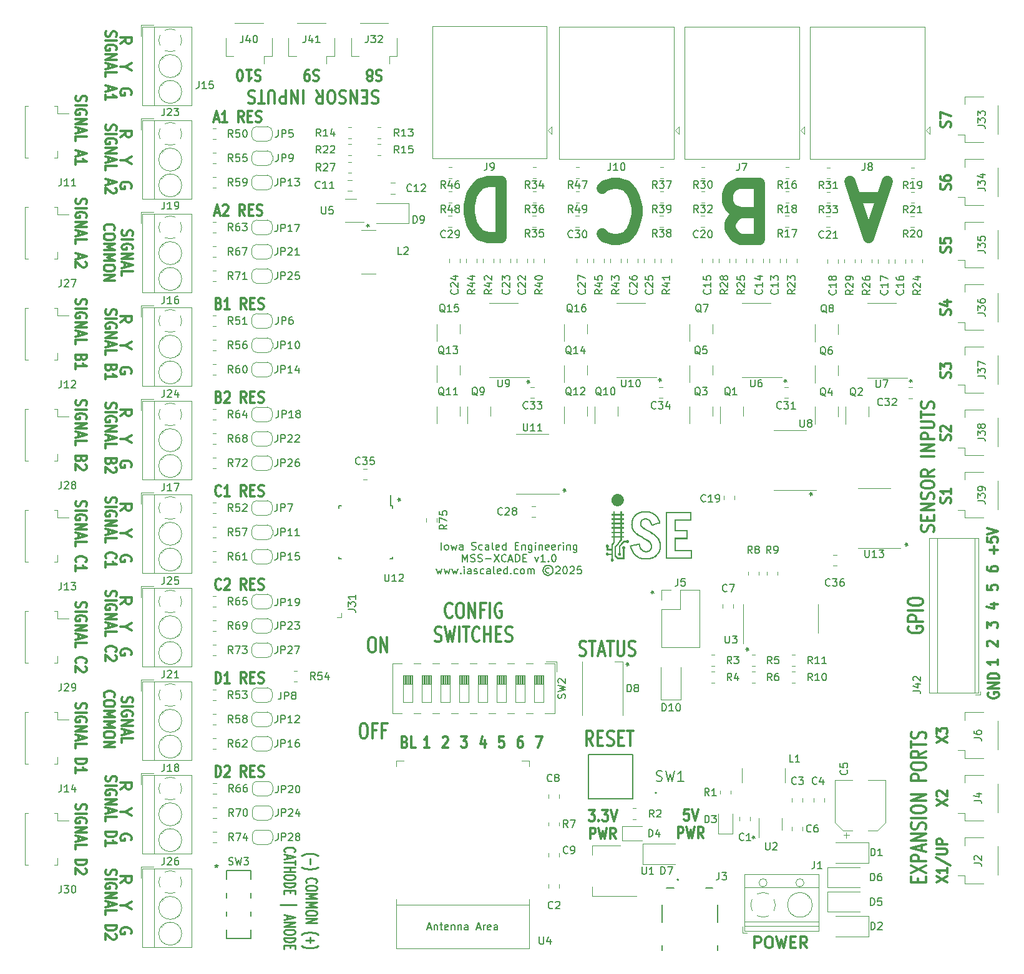
<source format=gto>
G04 #@! TF.GenerationSoftware,KiCad,Pcbnew,6.0.10-86aedd382b~118~ubuntu18.04.1*
G04 #@! TF.CreationDate,2025-04-04T14:58:15-06:00*
G04 #@! TF.ProjectId,mss-xcade,6d73732d-7863-4616-9465-2e6b69636164,rev?*
G04 #@! TF.SameCoordinates,Original*
G04 #@! TF.FileFunction,Legend,Top*
G04 #@! TF.FilePolarity,Positive*
%FSLAX46Y46*%
G04 Gerber Fmt 4.6, Leading zero omitted, Abs format (unit mm)*
G04 Created by KiCad (PCBNEW 6.0.10-86aedd382b~118~ubuntu18.04.1) date 2025-04-04 14:58:15*
%MOMM*%
%LPD*%
G01*
G04 APERTURE LIST*
%ADD10C,0.000000*%
%ADD11C,0.300000*%
%ADD12C,0.150000*%
%ADD13C,0.254000*%
%ADD14C,1.524000*%
%ADD15C,0.152400*%
%ADD16C,0.120000*%
%ADD17C,0.127000*%
%ADD18C,0.200000*%
G04 APERTURE END LIST*
D10*
G36*
X158882943Y-94564287D02*
G01*
X158877535Y-94540128D01*
X158874133Y-94521364D01*
X158872945Y-94508694D01*
X158873246Y-94504862D01*
X158874179Y-94502816D01*
X159088414Y-94454055D01*
X159552482Y-94354032D01*
X160015889Y-94256257D01*
X160228140Y-94214243D01*
X160229050Y-94216656D01*
X160230654Y-94222567D01*
X160235548Y-94243260D01*
X160242031Y-94273080D01*
X160249307Y-94308788D01*
X160265937Y-94387039D01*
X160284853Y-94462219D01*
X160306024Y-94534281D01*
X160329420Y-94603181D01*
X160355012Y-94668873D01*
X160382768Y-94731311D01*
X160412660Y-94790451D01*
X160444657Y-94846245D01*
X160461436Y-94872874D01*
X160478730Y-94898650D01*
X160496535Y-94923567D01*
X160514848Y-94947619D01*
X160533664Y-94970801D01*
X160552981Y-94993108D01*
X160572794Y-95014532D01*
X160593100Y-95035069D01*
X160613894Y-95054714D01*
X160635174Y-95073459D01*
X160656935Y-95091301D01*
X160679173Y-95108232D01*
X160701886Y-95124248D01*
X160725068Y-95139342D01*
X160748717Y-95153509D01*
X160772829Y-95166743D01*
X160803620Y-95182073D01*
X160834606Y-95195782D01*
X160865788Y-95207870D01*
X160897161Y-95218337D01*
X160928725Y-95227185D01*
X160960476Y-95234411D01*
X160992414Y-95240017D01*
X161024536Y-95244002D01*
X161056839Y-95246367D01*
X161089323Y-95247111D01*
X161121984Y-95246235D01*
X161154821Y-95243738D01*
X161187832Y-95239620D01*
X161221014Y-95233882D01*
X161254365Y-95226523D01*
X161287885Y-95217544D01*
X161337274Y-95201101D01*
X161384054Y-95181215D01*
X161428144Y-95157999D01*
X161469466Y-95131565D01*
X161507939Y-95102027D01*
X161543484Y-95069497D01*
X161576022Y-95034088D01*
X161605473Y-94995911D01*
X161631756Y-94955081D01*
X161654794Y-94911709D01*
X161674506Y-94865908D01*
X161690812Y-94817791D01*
X161703633Y-94767471D01*
X161712889Y-94715060D01*
X161718502Y-94660671D01*
X161720390Y-94604416D01*
X161719790Y-94573341D01*
X161717974Y-94543038D01*
X161714916Y-94513439D01*
X161710589Y-94484472D01*
X161704969Y-94456067D01*
X161698029Y-94428154D01*
X161689743Y-94400663D01*
X161680085Y-94373523D01*
X161669030Y-94346664D01*
X161656552Y-94320017D01*
X161642625Y-94293509D01*
X161627223Y-94267072D01*
X161610321Y-94240635D01*
X161591892Y-94214128D01*
X161571911Y-94187480D01*
X161550351Y-94160621D01*
X161521287Y-94126731D01*
X161490649Y-94093624D01*
X161457935Y-94060959D01*
X161422645Y-94028396D01*
X161384280Y-93995593D01*
X161342339Y-93962209D01*
X161296321Y-93927903D01*
X161245727Y-93892334D01*
X161128809Y-93816043D01*
X160987582Y-93730608D01*
X160818045Y-93633299D01*
X160616196Y-93521389D01*
X160453026Y-93431232D01*
X160312553Y-93351923D01*
X160191279Y-93281279D01*
X160085706Y-93217118D01*
X159992337Y-93157256D01*
X159907675Y-93099510D01*
X159828221Y-93041699D01*
X159750479Y-92981638D01*
X159709302Y-92947566D01*
X159664214Y-92907897D01*
X159616993Y-92864374D01*
X159569416Y-92818743D01*
X159523261Y-92772749D01*
X159480306Y-92728135D01*
X159442329Y-92686646D01*
X159425762Y-92667619D01*
X159411107Y-92650028D01*
X159365877Y-92591522D01*
X159323841Y-92532124D01*
X159284984Y-92471786D01*
X159249292Y-92410458D01*
X159216750Y-92348093D01*
X159187344Y-92284642D01*
X159161059Y-92220056D01*
X159137880Y-92154286D01*
X159117794Y-92087285D01*
X159100786Y-92019003D01*
X159086842Y-91949392D01*
X159075946Y-91878403D01*
X159068084Y-91805988D01*
X159063243Y-91732098D01*
X159061407Y-91656685D01*
X159062562Y-91579700D01*
X159066879Y-91494205D01*
X159073745Y-91410752D01*
X159083164Y-91329333D01*
X159095139Y-91249940D01*
X159109673Y-91172565D01*
X159126769Y-91097199D01*
X159146431Y-91023833D01*
X159168660Y-90952461D01*
X159193461Y-90883072D01*
X159220837Y-90815660D01*
X159250790Y-90750216D01*
X159283324Y-90686731D01*
X159318442Y-90625197D01*
X159356146Y-90565607D01*
X159396441Y-90507951D01*
X159439329Y-90452222D01*
X159450896Y-90438355D01*
X159464030Y-90423341D01*
X159494197Y-90390640D01*
X159528217Y-90355657D01*
X159564477Y-90319930D01*
X159601366Y-90284997D01*
X159637271Y-90252395D01*
X159670579Y-90223663D01*
X159685756Y-90211229D01*
X159699679Y-90200339D01*
X159752523Y-90162530D01*
X159807314Y-90126636D01*
X159864012Y-90092668D01*
X159922580Y-90060639D01*
X159982979Y-90030561D01*
X160045171Y-90002447D01*
X160109118Y-89976309D01*
X160174782Y-89952160D01*
X160242125Y-89930011D01*
X160311108Y-89909876D01*
X160381692Y-89891766D01*
X160453841Y-89875695D01*
X160527514Y-89861674D01*
X160602676Y-89849716D01*
X160679286Y-89839833D01*
X160757307Y-89832039D01*
X160804681Y-89829230D01*
X160866293Y-89827166D01*
X160937265Y-89825862D01*
X161012718Y-89825336D01*
X161087774Y-89825603D01*
X161157555Y-89826681D01*
X161217183Y-89828585D01*
X161261779Y-89831333D01*
X161417414Y-89850591D01*
X161567492Y-89879429D01*
X161640390Y-89897397D01*
X161711830Y-89917706D01*
X161781790Y-89940339D01*
X161850245Y-89965278D01*
X161917174Y-89992506D01*
X161982554Y-90022004D01*
X162046361Y-90053754D01*
X162108574Y-90087739D01*
X162169168Y-90123941D01*
X162228121Y-90162342D01*
X162285411Y-90202925D01*
X162341014Y-90245671D01*
X162394908Y-90290562D01*
X162447069Y-90337581D01*
X162497475Y-90386710D01*
X162546104Y-90437932D01*
X162592931Y-90491227D01*
X162637934Y-90546579D01*
X162681091Y-90603970D01*
X162722378Y-90663381D01*
X162761773Y-90724796D01*
X162799252Y-90788196D01*
X162834794Y-90853562D01*
X162868374Y-90920879D01*
X162899971Y-90990127D01*
X162929561Y-91061289D01*
X162982629Y-91209283D01*
X162993996Y-91245469D01*
X163005967Y-91286177D01*
X163017889Y-91328854D01*
X163029107Y-91370943D01*
X163038970Y-91409891D01*
X163046823Y-91443141D01*
X163052014Y-91468140D01*
X163053407Y-91476747D01*
X163053890Y-91482333D01*
X163052119Y-91484247D01*
X163046636Y-91487131D01*
X163023507Y-91496113D01*
X162921422Y-91529076D01*
X162731231Y-91586116D01*
X162436529Y-91672127D01*
X162196353Y-91741558D01*
X161999437Y-91797892D01*
X161866021Y-91835441D01*
X161829451Y-91845393D01*
X161816346Y-91848516D01*
X161815147Y-91846038D01*
X161812708Y-91839939D01*
X161804704Y-91818530D01*
X161793525Y-91787596D01*
X161780362Y-91750444D01*
X161749748Y-91666927D01*
X161718443Y-91588821D01*
X161686366Y-91516029D01*
X161653439Y-91448455D01*
X161619582Y-91386004D01*
X161584715Y-91328578D01*
X161566878Y-91301720D01*
X161548759Y-91276083D01*
X161530347Y-91251654D01*
X161511634Y-91228421D01*
X161492608Y-91206373D01*
X161473260Y-91185497D01*
X161453580Y-91165782D01*
X161433558Y-91147215D01*
X161413184Y-91129784D01*
X161392449Y-91113478D01*
X161371341Y-91098284D01*
X161349852Y-91084190D01*
X161327971Y-91071185D01*
X161305688Y-91059256D01*
X161282994Y-91048391D01*
X161259879Y-91038578D01*
X161236331Y-91029806D01*
X161212343Y-91022062D01*
X161187903Y-91015334D01*
X161163001Y-91009611D01*
X161146346Y-91006370D01*
X161128513Y-91003527D01*
X161109682Y-91001082D01*
X161090031Y-90999038D01*
X161048986Y-90996154D01*
X161006809Y-90994882D01*
X160964929Y-90995231D01*
X160924777Y-90997209D01*
X160905796Y-90998811D01*
X160887784Y-91000823D01*
X160870918Y-91003247D01*
X160855379Y-91006083D01*
X160809886Y-91017181D01*
X160767063Y-91030900D01*
X160726903Y-91047251D01*
X160689397Y-91066243D01*
X160671637Y-91076732D01*
X160654537Y-91087884D01*
X160638096Y-91099702D01*
X160622314Y-91112185D01*
X160607189Y-91125335D01*
X160592721Y-91139154D01*
X160578907Y-91153643D01*
X160565748Y-91168802D01*
X160553242Y-91184632D01*
X160541389Y-91201136D01*
X160530186Y-91218314D01*
X160519634Y-91236167D01*
X160500475Y-91273904D01*
X160483904Y-91314356D01*
X160469913Y-91357532D01*
X160458493Y-91403442D01*
X160449636Y-91452094D01*
X160443334Y-91503500D01*
X160441518Y-91524954D01*
X160440312Y-91545455D01*
X160439733Y-91565093D01*
X160439796Y-91583955D01*
X160440516Y-91602131D01*
X160441908Y-91619709D01*
X160443989Y-91636780D01*
X160446774Y-91653430D01*
X160450278Y-91669750D01*
X160454517Y-91685828D01*
X160459507Y-91701753D01*
X160465262Y-91717614D01*
X160471799Y-91733499D01*
X160479132Y-91749499D01*
X160487278Y-91765701D01*
X160496251Y-91782194D01*
X160507622Y-91801419D01*
X160520309Y-91820738D01*
X160534323Y-91840160D01*
X160549675Y-91859695D01*
X160566375Y-91879354D01*
X160584432Y-91899148D01*
X160603858Y-91919087D01*
X160624662Y-91939180D01*
X160646856Y-91959439D01*
X160670449Y-91979874D01*
X160695452Y-92000494D01*
X160721875Y-92021311D01*
X160749728Y-92042335D01*
X160779022Y-92063576D01*
X160809767Y-92085044D01*
X160841973Y-92106750D01*
X160887472Y-92136448D01*
X160933177Y-92165211D01*
X160981810Y-92194620D01*
X161036089Y-92226253D01*
X161172471Y-92302508D01*
X161364084Y-92406611D01*
X161495153Y-92477374D01*
X161607766Y-92538936D01*
X161704901Y-92593006D01*
X161789535Y-92641296D01*
X161864643Y-92685519D01*
X161933203Y-92727385D01*
X161998191Y-92768606D01*
X162062584Y-92810894D01*
X162184674Y-92895919D01*
X162298602Y-92982302D01*
X162404475Y-93070211D01*
X162502399Y-93159813D01*
X162592481Y-93251275D01*
X162674826Y-93344765D01*
X162749542Y-93440450D01*
X162816735Y-93538498D01*
X162876512Y-93639076D01*
X162928978Y-93742351D01*
X162974240Y-93848492D01*
X163012406Y-93957664D01*
X163043580Y-94070037D01*
X163067870Y-94185776D01*
X163085382Y-94305051D01*
X163096223Y-94428027D01*
X163099247Y-94503607D01*
X163099376Y-94581552D01*
X163096695Y-94660919D01*
X163091284Y-94740765D01*
X163083228Y-94820148D01*
X163072609Y-94898126D01*
X163059509Y-94973755D01*
X163044012Y-95046094D01*
X163007913Y-95177372D01*
X162962986Y-95303068D01*
X162909431Y-95423004D01*
X162847449Y-95537006D01*
X162777239Y-95644898D01*
X162699004Y-95746504D01*
X162612942Y-95841648D01*
X162519255Y-95930155D01*
X162418143Y-96011849D01*
X162309807Y-96086554D01*
X162194447Y-96154095D01*
X162072264Y-96214295D01*
X161943458Y-96266980D01*
X161808229Y-96311973D01*
X161666778Y-96349099D01*
X161519307Y-96378182D01*
X161413053Y-96393521D01*
X161303748Y-96405115D01*
X161192840Y-96412922D01*
X161081774Y-96416900D01*
X160971998Y-96417009D01*
X160864959Y-96413207D01*
X160762104Y-96405453D01*
X160712697Y-96400081D01*
X160664879Y-96393705D01*
X160550110Y-96373821D01*
X160438647Y-96348573D01*
X160330503Y-96317968D01*
X160225693Y-96282018D01*
X160124232Y-96240730D01*
X160026134Y-96194114D01*
X159931413Y-96142180D01*
X159840085Y-96084936D01*
X159752163Y-96022393D01*
X159667662Y-95954558D01*
X159586596Y-95881443D01*
X159508981Y-95803056D01*
X159434829Y-95719405D01*
X159364157Y-95630502D01*
X159296978Y-95536354D01*
X159233307Y-95436972D01*
X159209727Y-95396397D01*
X159183179Y-95347719D01*
X159154862Y-95293352D01*
X159125974Y-95235712D01*
X159097715Y-95177211D01*
X159071282Y-95120265D01*
X159047876Y-95067288D01*
X159028695Y-95020694D01*
X159001654Y-94948898D01*
X158973497Y-94867941D01*
X158945885Y-94783412D01*
X158920481Y-94700901D01*
X158905620Y-94649211D01*
X159101839Y-94649211D01*
X159102073Y-94652658D01*
X159102770Y-94656990D01*
X159103945Y-94662328D01*
X159105611Y-94668792D01*
X159107784Y-94676504D01*
X159113707Y-94696153D01*
X159121829Y-94722244D01*
X159140171Y-94778829D01*
X159159458Y-94834770D01*
X159179658Y-94890002D01*
X159200741Y-94944461D01*
X159222676Y-94998080D01*
X159245431Y-95050794D01*
X159268976Y-95102539D01*
X159293279Y-95153250D01*
X159318310Y-95202861D01*
X159344038Y-95251307D01*
X159370431Y-95298523D01*
X159397459Y-95344444D01*
X159425090Y-95389006D01*
X159453294Y-95432141D01*
X159482040Y-95473787D01*
X159511296Y-95513877D01*
X159572534Y-95591402D01*
X159636408Y-95664444D01*
X159702940Y-95733017D01*
X159772153Y-95797136D01*
X159844070Y-95856814D01*
X159918713Y-95912067D01*
X159996105Y-95962908D01*
X160076269Y-96009354D01*
X160159228Y-96051416D01*
X160245005Y-96089112D01*
X160333621Y-96122454D01*
X160425100Y-96151457D01*
X160519465Y-96176136D01*
X160616739Y-96196505D01*
X160716943Y-96212579D01*
X160820101Y-96224371D01*
X160875843Y-96227961D01*
X160943640Y-96229806D01*
X161019605Y-96230014D01*
X161099854Y-96228693D01*
X161180500Y-96225949D01*
X161257656Y-96221891D01*
X161327437Y-96216625D01*
X161385957Y-96210260D01*
X161468591Y-96197891D01*
X161549015Y-96183270D01*
X161627235Y-96166396D01*
X161703258Y-96147267D01*
X161777090Y-96125881D01*
X161848738Y-96102236D01*
X161918206Y-96076329D01*
X161985502Y-96048159D01*
X162050632Y-96017723D01*
X162113602Y-95985020D01*
X162174418Y-95950047D01*
X162233086Y-95912803D01*
X162289613Y-95873284D01*
X162344005Y-95831490D01*
X162396267Y-95787418D01*
X162446407Y-95741066D01*
X162492383Y-95694630D01*
X162535874Y-95646830D01*
X162576910Y-95597608D01*
X162615519Y-95546906D01*
X162651731Y-95494666D01*
X162685573Y-95440830D01*
X162717076Y-95385341D01*
X162746268Y-95328140D01*
X162773177Y-95269169D01*
X162797834Y-95208372D01*
X162820266Y-95145689D01*
X162840504Y-95081063D01*
X162858575Y-95014436D01*
X162874508Y-94945751D01*
X162888333Y-94874948D01*
X162900079Y-94801972D01*
X162902652Y-94780674D01*
X162904817Y-94754788D01*
X162907950Y-94691861D01*
X162909530Y-94618417D01*
X162909604Y-94539681D01*
X162908223Y-94460880D01*
X162905437Y-94387237D01*
X162901294Y-94323980D01*
X162895845Y-94276333D01*
X162889118Y-94237586D01*
X162880786Y-94195756D01*
X162871165Y-94152123D01*
X162860568Y-94107969D01*
X162849309Y-94064576D01*
X162837704Y-94023226D01*
X162826065Y-93985199D01*
X162814707Y-93951777D01*
X162803852Y-93923417D01*
X162791962Y-93894495D01*
X162779095Y-93865110D01*
X162765307Y-93835361D01*
X162750654Y-93805347D01*
X162735195Y-93775168D01*
X162702082Y-93714711D01*
X162666423Y-93654782D01*
X162628671Y-93596177D01*
X162609153Y-93567619D01*
X162589283Y-93539689D01*
X162569117Y-93512486D01*
X162548712Y-93486110D01*
X162534924Y-93469378D01*
X162518639Y-93450607D01*
X162479843Y-93408191D01*
X162434846Y-93361343D01*
X162386170Y-93312544D01*
X162336336Y-93264274D01*
X162287866Y-93219014D01*
X162243283Y-93179244D01*
X162205107Y-93147444D01*
X162117647Y-93080232D01*
X162030757Y-93017071D01*
X161940180Y-92955332D01*
X161841658Y-92892386D01*
X161730931Y-92825603D01*
X161603742Y-92752355D01*
X161455833Y-92670012D01*
X161282946Y-92575944D01*
X161109005Y-92481218D01*
X160963913Y-92400084D01*
X160900927Y-92363798D01*
X160843642Y-92329931D01*
X160791556Y-92298156D01*
X160744166Y-92268145D01*
X160700967Y-92239574D01*
X160661457Y-92212114D01*
X160625133Y-92185440D01*
X160591490Y-92159225D01*
X160560026Y-92133142D01*
X160530238Y-92106865D01*
X160501621Y-92080067D01*
X160473673Y-92052422D01*
X160446916Y-92024688D01*
X160422171Y-91997506D01*
X160399380Y-91970763D01*
X160378489Y-91944350D01*
X160359443Y-91918157D01*
X160342184Y-91892072D01*
X160326657Y-91865985D01*
X160312807Y-91839785D01*
X160300577Y-91813362D01*
X160289912Y-91786605D01*
X160280756Y-91759404D01*
X160273053Y-91731648D01*
X160266747Y-91703226D01*
X160261783Y-91674028D01*
X160258105Y-91643943D01*
X160255657Y-91612861D01*
X160253967Y-91564007D01*
X160254940Y-91515451D01*
X160258509Y-91467361D01*
X160264609Y-91419902D01*
X160273172Y-91373242D01*
X160284133Y-91327545D01*
X160297425Y-91282979D01*
X160312983Y-91239710D01*
X160330741Y-91197905D01*
X160350631Y-91157729D01*
X160372589Y-91119350D01*
X160396547Y-91082933D01*
X160422441Y-91048646D01*
X160450203Y-91016654D01*
X160479767Y-90987124D01*
X160495205Y-90973334D01*
X160511068Y-90960222D01*
X160557650Y-90926788D01*
X160607930Y-90897408D01*
X160661456Y-90872100D01*
X160717774Y-90850883D01*
X160776431Y-90833775D01*
X160836977Y-90820795D01*
X160898956Y-90811961D01*
X160961918Y-90807293D01*
X161025408Y-90806808D01*
X161088976Y-90810526D01*
X161152167Y-90818464D01*
X161214529Y-90830642D01*
X161275609Y-90847078D01*
X161334956Y-90867791D01*
X161392115Y-90892799D01*
X161446635Y-90922122D01*
X161462478Y-90932136D01*
X161479457Y-90944061D01*
X161497382Y-90957709D01*
X161516066Y-90972889D01*
X161535320Y-90989412D01*
X161554957Y-91007090D01*
X161574788Y-91025734D01*
X161594625Y-91045153D01*
X161614280Y-91065160D01*
X161633565Y-91085564D01*
X161652293Y-91106177D01*
X161670274Y-91126810D01*
X161687320Y-91147273D01*
X161703245Y-91167378D01*
X161717858Y-91186935D01*
X161730974Y-91205755D01*
X161753044Y-91240708D01*
X161776041Y-91279794D01*
X161799435Y-91321990D01*
X161822696Y-91366269D01*
X161845296Y-91411607D01*
X161866705Y-91456977D01*
X161886394Y-91501356D01*
X161903834Y-91543717D01*
X161908170Y-91554603D01*
X161912194Y-91564528D01*
X161915924Y-91573522D01*
X161919379Y-91581618D01*
X161922577Y-91588845D01*
X161925538Y-91595236D01*
X161926936Y-91598126D01*
X161928280Y-91600820D01*
X161929575Y-91603319D01*
X161930822Y-91605629D01*
X161932023Y-91607752D01*
X161933181Y-91609694D01*
X161934299Y-91611457D01*
X161935378Y-91613045D01*
X161936420Y-91614463D01*
X161937429Y-91615715D01*
X161938406Y-91616804D01*
X161939355Y-91617733D01*
X161940276Y-91618508D01*
X161941173Y-91619132D01*
X161942047Y-91619608D01*
X161942902Y-91619941D01*
X161943739Y-91620134D01*
X161944560Y-91620192D01*
X161945369Y-91620118D01*
X161946168Y-91619916D01*
X162383612Y-91492916D01*
X162688500Y-91404281D01*
X162783960Y-91375938D01*
X162811221Y-91367583D01*
X162822468Y-91363800D01*
X162824194Y-91362951D01*
X162825658Y-91361938D01*
X162826847Y-91360679D01*
X162827748Y-91359092D01*
X162828348Y-91357096D01*
X162828632Y-91354610D01*
X162828587Y-91351550D01*
X162828200Y-91347836D01*
X162827458Y-91343387D01*
X162826347Y-91338120D01*
X162822964Y-91324807D01*
X162817944Y-91307244D01*
X162811179Y-91284777D01*
X162796567Y-91239362D01*
X162780797Y-91194177D01*
X162763906Y-91149285D01*
X162745926Y-91104750D01*
X162726892Y-91060638D01*
X162706838Y-91017011D01*
X162685798Y-90973934D01*
X162663806Y-90931470D01*
X162640896Y-90889685D01*
X162617103Y-90848642D01*
X162592460Y-90808405D01*
X162567001Y-90769038D01*
X162540762Y-90730606D01*
X162513775Y-90693172D01*
X162486074Y-90656800D01*
X162457695Y-90621555D01*
X162445157Y-90606857D01*
X162431207Y-90591186D01*
X162399774Y-90557592D01*
X162364802Y-90522113D01*
X162327697Y-90486089D01*
X162289864Y-90450858D01*
X162252709Y-90417760D01*
X162217638Y-90388135D01*
X162201323Y-90375043D01*
X162186057Y-90363322D01*
X162140570Y-90330388D01*
X162094057Y-90299054D01*
X162046501Y-90269313D01*
X161997883Y-90241161D01*
X161948186Y-90214593D01*
X161897392Y-90189602D01*
X161845484Y-90166185D01*
X161792445Y-90144335D01*
X161738256Y-90124048D01*
X161682901Y-90105319D01*
X161626361Y-90088142D01*
X161568619Y-90072512D01*
X161509657Y-90058424D01*
X161449458Y-90045873D01*
X161388005Y-90034854D01*
X161325279Y-90025361D01*
X161279072Y-90020682D01*
X161216899Y-90016773D01*
X161143894Y-90013740D01*
X161065193Y-90011691D01*
X160985930Y-90010733D01*
X160911239Y-90010974D01*
X160846255Y-90012522D01*
X160796112Y-90015483D01*
X160635075Y-90034241D01*
X160557717Y-90046863D01*
X160482478Y-90061636D01*
X160409365Y-90078553D01*
X160338390Y-90097605D01*
X160269559Y-90118786D01*
X160202883Y-90142086D01*
X160138370Y-90167499D01*
X160076030Y-90195017D01*
X160015870Y-90224632D01*
X159957900Y-90256337D01*
X159902129Y-90290122D01*
X159848566Y-90325982D01*
X159797219Y-90363908D01*
X159748098Y-90403891D01*
X159701211Y-90445926D01*
X159656568Y-90490003D01*
X159614177Y-90536115D01*
X159574047Y-90584254D01*
X159536188Y-90634413D01*
X159500607Y-90686584D01*
X159467315Y-90740759D01*
X159436319Y-90796930D01*
X159407630Y-90855089D01*
X159381255Y-90915230D01*
X159357203Y-90977343D01*
X159335484Y-91041421D01*
X159316107Y-91107457D01*
X159299080Y-91175443D01*
X159284412Y-91245371D01*
X159272112Y-91317233D01*
X159264596Y-91371172D01*
X159258451Y-91424729D01*
X159253673Y-91477839D01*
X159250262Y-91530432D01*
X159248216Y-91582442D01*
X159247531Y-91633803D01*
X159248207Y-91684446D01*
X159250240Y-91734304D01*
X159253630Y-91783311D01*
X159258373Y-91831400D01*
X159264469Y-91878502D01*
X159271914Y-91924551D01*
X159280707Y-91969480D01*
X159290846Y-92013221D01*
X159302328Y-92055707D01*
X159315151Y-92096872D01*
X159329469Y-92137734D01*
X159345657Y-92178767D01*
X159363649Y-92219877D01*
X159383381Y-92260968D01*
X159404787Y-92301949D01*
X159427802Y-92342723D01*
X159452361Y-92383198D01*
X159478399Y-92423279D01*
X159505851Y-92462873D01*
X159534652Y-92501884D01*
X159564737Y-92540219D01*
X159596040Y-92577785D01*
X159628496Y-92614486D01*
X159662041Y-92650230D01*
X159696609Y-92684921D01*
X159732135Y-92718466D01*
X159816206Y-92792398D01*
X159903188Y-92862907D01*
X159996850Y-92932456D01*
X160100964Y-93003510D01*
X160219299Y-93078534D01*
X160355625Y-93159990D01*
X160513714Y-93250342D01*
X160697334Y-93352055D01*
X160903092Y-93465638D01*
X160985118Y-93511710D01*
X161055933Y-93552168D01*
X161117553Y-93588161D01*
X161171997Y-93620839D01*
X161221281Y-93651350D01*
X161267423Y-93680844D01*
X161327634Y-93721121D01*
X161384248Y-93760802D01*
X161437373Y-93800001D01*
X161487116Y-93838833D01*
X161533584Y-93877413D01*
X161576887Y-93915856D01*
X161617129Y-93954276D01*
X161654421Y-93992788D01*
X161688867Y-94031506D01*
X161720577Y-94070546D01*
X161749658Y-94110022D01*
X161776217Y-94150049D01*
X161800362Y-94190742D01*
X161822199Y-94232215D01*
X161841838Y-94274583D01*
X161859384Y-94317961D01*
X161869148Y-94346109D01*
X161877800Y-94375433D01*
X161885336Y-94405803D01*
X161891752Y-94437089D01*
X161897043Y-94469161D01*
X161901205Y-94501887D01*
X161904235Y-94535139D01*
X161906127Y-94568786D01*
X161906879Y-94602697D01*
X161906486Y-94636742D01*
X161904943Y-94670792D01*
X161902247Y-94704715D01*
X161898393Y-94738383D01*
X161893378Y-94771663D01*
X161887197Y-94804427D01*
X161879846Y-94836544D01*
X161860553Y-94901763D01*
X161836893Y-94963734D01*
X161808999Y-95022353D01*
X161777000Y-95077514D01*
X161741028Y-95129110D01*
X161701215Y-95177038D01*
X161657691Y-95221191D01*
X161610588Y-95261465D01*
X161560037Y-95297753D01*
X161506170Y-95329951D01*
X161449117Y-95357952D01*
X161389011Y-95381652D01*
X161325981Y-95400945D01*
X161260160Y-95415725D01*
X161191678Y-95425888D01*
X161120668Y-95431327D01*
X161076995Y-95432116D01*
X161033837Y-95430796D01*
X160991218Y-95427388D01*
X160949165Y-95421916D01*
X160907705Y-95414404D01*
X160866863Y-95404874D01*
X160826666Y-95393350D01*
X160787139Y-95379855D01*
X160748308Y-95364411D01*
X160710200Y-95347042D01*
X160672841Y-95327771D01*
X160636257Y-95306622D01*
X160600474Y-95283616D01*
X160565518Y-95258778D01*
X160531415Y-95232131D01*
X160498192Y-95203697D01*
X160465873Y-95173500D01*
X160434487Y-95141563D01*
X160404057Y-95107909D01*
X160374612Y-95072562D01*
X160318776Y-94996877D01*
X160267188Y-94914695D01*
X160220057Y-94826200D01*
X160177591Y-94731577D01*
X160139999Y-94631012D01*
X160107490Y-94524688D01*
X160102780Y-94506859D01*
X160098252Y-94490138D01*
X160094021Y-94474905D01*
X160090204Y-94461541D01*
X160086916Y-94450426D01*
X160084273Y-94441940D01*
X160082391Y-94436464D01*
X160081771Y-94434973D01*
X160081385Y-94434378D01*
X159616512Y-94531479D01*
X159111951Y-94639694D01*
X159107109Y-94641013D01*
X159105245Y-94641850D01*
X159103771Y-94642968D01*
X159102703Y-94644487D01*
X159102054Y-94646527D01*
X159101839Y-94649211D01*
X158905620Y-94649211D01*
X158898946Y-94625996D01*
X158882943Y-94564287D01*
G37*
G36*
X157239407Y-87504235D02*
G01*
X157282005Y-87505582D01*
X157321692Y-87507740D01*
X157355691Y-87510659D01*
X157369689Y-87512388D01*
X157381223Y-87514289D01*
X157411971Y-87520670D01*
X157442293Y-87528168D01*
X157472176Y-87536774D01*
X157501609Y-87546480D01*
X157530579Y-87557277D01*
X157559073Y-87569157D01*
X157587080Y-87582112D01*
X157614586Y-87596133D01*
X157641580Y-87611213D01*
X157668048Y-87627343D01*
X157693980Y-87644515D01*
X157719361Y-87662720D01*
X157744180Y-87681951D01*
X157768425Y-87702198D01*
X157792082Y-87723454D01*
X157815140Y-87745711D01*
X157834975Y-87766191D01*
X157853999Y-87787147D01*
X157872211Y-87808577D01*
X157889609Y-87830477D01*
X157906193Y-87852844D01*
X157921961Y-87875675D01*
X157936913Y-87898967D01*
X157951048Y-87922717D01*
X157964364Y-87946922D01*
X157976860Y-87971578D01*
X157988535Y-87996683D01*
X157999389Y-88022234D01*
X158009421Y-88048226D01*
X158018628Y-88074658D01*
X158027011Y-88101526D01*
X158034568Y-88128827D01*
X158041059Y-88156229D01*
X158046513Y-88184630D01*
X158050933Y-88213886D01*
X158054323Y-88243855D01*
X158056689Y-88274395D01*
X158058033Y-88305362D01*
X158058360Y-88336615D01*
X158057675Y-88368011D01*
X158055980Y-88399406D01*
X158053282Y-88430659D01*
X158049582Y-88461627D01*
X158044886Y-88492167D01*
X158039199Y-88522136D01*
X158032523Y-88551392D01*
X158024863Y-88579792D01*
X158016223Y-88607194D01*
X158007729Y-88631135D01*
X157998640Y-88654556D01*
X157988938Y-88677483D01*
X157978608Y-88699942D01*
X157967634Y-88721958D01*
X157955998Y-88743558D01*
X157943683Y-88764767D01*
X157930675Y-88785611D01*
X157916955Y-88806117D01*
X157902508Y-88826309D01*
X157887316Y-88846214D01*
X157871364Y-88865857D01*
X157854635Y-88885265D01*
X157837112Y-88904463D01*
X157818778Y-88923477D01*
X157799618Y-88942333D01*
X157771621Y-88968279D01*
X157742923Y-88992674D01*
X157713518Y-89015521D01*
X157683400Y-89036822D01*
X157652562Y-89056582D01*
X157620999Y-89074802D01*
X157588705Y-89091487D01*
X157555672Y-89106639D01*
X157521895Y-89120262D01*
X157487368Y-89132358D01*
X157452085Y-89142930D01*
X157416038Y-89151982D01*
X157379223Y-89159517D01*
X157341632Y-89165538D01*
X157303261Y-89170048D01*
X157264101Y-89173050D01*
X157220376Y-89174378D01*
X157176833Y-89173354D01*
X157133554Y-89170009D01*
X157090623Y-89164373D01*
X157048121Y-89156476D01*
X157006132Y-89146347D01*
X156964739Y-89134017D01*
X156924023Y-89119516D01*
X156884069Y-89102873D01*
X156844957Y-89084118D01*
X156806772Y-89063282D01*
X156769595Y-89040394D01*
X156733510Y-89015485D01*
X156698599Y-88988584D01*
X156664944Y-88959722D01*
X156632629Y-88928927D01*
X156603237Y-88898282D01*
X156575660Y-88866690D01*
X156549907Y-88834180D01*
X156525991Y-88800781D01*
X156503923Y-88766522D01*
X156483714Y-88731432D01*
X156465376Y-88695541D01*
X156448920Y-88658876D01*
X156434357Y-88621467D01*
X156421700Y-88583343D01*
X156410958Y-88544533D01*
X156402144Y-88505065D01*
X156395269Y-88464969D01*
X156390344Y-88424273D01*
X156387380Y-88383007D01*
X156386390Y-88341199D01*
X156387146Y-88304726D01*
X156389398Y-88268617D01*
X156393117Y-88232907D01*
X156398278Y-88197630D01*
X156404855Y-88162820D01*
X156412821Y-88128512D01*
X156422149Y-88094739D01*
X156432814Y-88061535D01*
X156444787Y-88028935D01*
X156458044Y-87996973D01*
X156472557Y-87965682D01*
X156488300Y-87935098D01*
X156505247Y-87905253D01*
X156523371Y-87876182D01*
X156542645Y-87847920D01*
X156563044Y-87820500D01*
X156584540Y-87793956D01*
X156607107Y-87768323D01*
X156630719Y-87743635D01*
X156655349Y-87719925D01*
X156680970Y-87697228D01*
X156707557Y-87675579D01*
X156735083Y-87655010D01*
X156763521Y-87635556D01*
X156792844Y-87617252D01*
X156823027Y-87600131D01*
X156854042Y-87584228D01*
X156885864Y-87569576D01*
X156918466Y-87556210D01*
X156951821Y-87544163D01*
X156985902Y-87533471D01*
X157020685Y-87524167D01*
X157043284Y-87518853D01*
X157064958Y-87513936D01*
X157074662Y-87511833D01*
X157083192Y-87510078D01*
X157090234Y-87508752D01*
X157095473Y-87507939D01*
X157107504Y-87506615D01*
X157121932Y-87505549D01*
X157156592Y-87504168D01*
X157196677Y-87503747D01*
X157239407Y-87504235D01*
G37*
G36*
X167230779Y-89908944D02*
G01*
X167230779Y-91150722D01*
X165156445Y-91150722D01*
X165156445Y-92399555D01*
X166736890Y-92399555D01*
X166736890Y-93634277D01*
X165156445Y-93634277D01*
X165156445Y-95094777D01*
X167315446Y-95094777D01*
X167315446Y-96329499D01*
X163780612Y-96329499D01*
X163780612Y-96146055D01*
X163964056Y-96146055D01*
X167132001Y-96146055D01*
X167132001Y-95278222D01*
X164973000Y-95278222D01*
X164973000Y-93450833D01*
X166553445Y-93450833D01*
X166553445Y-92583000D01*
X164973000Y-92583000D01*
X164973000Y-90960222D01*
X167047334Y-90960222D01*
X167047334Y-90092389D01*
X163964056Y-90092389D01*
X163964056Y-96146055D01*
X163780612Y-96146055D01*
X163780612Y-89908944D01*
X167230779Y-89908944D01*
G37*
G36*
X158573384Y-93743595D02*
G01*
X158588251Y-93745364D01*
X158603034Y-93748033D01*
X158617621Y-93751576D01*
X158631903Y-93755961D01*
X158645768Y-93761161D01*
X158659106Y-93767147D01*
X158671806Y-93773889D01*
X158683758Y-93781358D01*
X158694851Y-93789527D01*
X158700040Y-93793864D01*
X158704974Y-93798365D01*
X158709638Y-93803026D01*
X158714018Y-93807844D01*
X158722768Y-93818389D01*
X158730768Y-93829235D01*
X158738023Y-93840352D01*
X158744537Y-93851711D01*
X158750317Y-93863281D01*
X158755369Y-93875032D01*
X158759697Y-93886935D01*
X158763307Y-93898960D01*
X158766206Y-93911076D01*
X158768398Y-93923255D01*
X158769889Y-93935466D01*
X158770684Y-93947680D01*
X158770790Y-93959866D01*
X158770211Y-93971995D01*
X158768953Y-93984037D01*
X158767023Y-93995962D01*
X158764424Y-94007741D01*
X158761164Y-94019342D01*
X158757247Y-94030738D01*
X158752679Y-94041897D01*
X158747465Y-94052789D01*
X158741612Y-94063386D01*
X158735124Y-94073657D01*
X158728008Y-94083573D01*
X158720268Y-94093102D01*
X158711911Y-94102217D01*
X158702941Y-94110886D01*
X158693365Y-94119080D01*
X158683188Y-94126770D01*
X158672416Y-94133924D01*
X158661053Y-94140514D01*
X158649107Y-94146510D01*
X158639172Y-94150727D01*
X158628731Y-94154382D01*
X158617856Y-94157474D01*
X158606619Y-94160004D01*
X158595093Y-94161972D01*
X158583349Y-94163378D01*
X158571461Y-94164221D01*
X158559501Y-94164502D01*
X158547541Y-94164221D01*
X158535653Y-94163378D01*
X158523909Y-94161972D01*
X158512383Y-94160004D01*
X158501146Y-94157474D01*
X158490271Y-94154382D01*
X158479830Y-94150727D01*
X158469896Y-94146510D01*
X158463261Y-94143064D01*
X158456140Y-94138883D01*
X158448660Y-94134075D01*
X158440946Y-94128750D01*
X158433124Y-94123016D01*
X158425321Y-94116981D01*
X158417663Y-94110753D01*
X158410276Y-94104442D01*
X158403286Y-94098155D01*
X158396818Y-94092002D01*
X158391000Y-94086091D01*
X158385956Y-94080530D01*
X158381814Y-94075428D01*
X158380121Y-94073083D01*
X158378700Y-94070894D01*
X158377567Y-94068873D01*
X158376738Y-94067035D01*
X158376230Y-94065393D01*
X158376057Y-94063961D01*
X158375333Y-94063308D01*
X158373208Y-94062675D01*
X158365043Y-94061480D01*
X158352132Y-94060401D01*
X158335046Y-94059463D01*
X158314355Y-94058690D01*
X158290629Y-94058107D01*
X158236357Y-94057611D01*
X158096657Y-94057611D01*
X157841246Y-94380049D01*
X157585835Y-94703194D01*
X157585835Y-95494827D01*
X157604179Y-95504705D01*
X157609990Y-95508157D01*
X157616007Y-95512379D01*
X157622170Y-95517298D01*
X157628421Y-95522840D01*
X157634702Y-95528932D01*
X157640952Y-95535500D01*
X157647113Y-95542471D01*
X157653127Y-95549772D01*
X157658934Y-95557330D01*
X157664475Y-95565070D01*
X157669692Y-95572920D01*
X157674525Y-95580806D01*
X157678916Y-95588654D01*
X157682806Y-95596392D01*
X157686135Y-95603947D01*
X157688846Y-95611243D01*
X157691757Y-95621371D01*
X157694146Y-95632104D01*
X157696017Y-95643338D01*
X157697378Y-95654966D01*
X157698235Y-95666884D01*
X157698594Y-95678985D01*
X157698461Y-95691166D01*
X157697842Y-95703319D01*
X157696743Y-95715340D01*
X157695171Y-95727123D01*
X157693132Y-95738563D01*
X157690632Y-95749555D01*
X157687677Y-95759992D01*
X157684273Y-95769771D01*
X157680428Y-95778784D01*
X157676146Y-95786927D01*
X157667977Y-95799883D01*
X157659346Y-95812025D01*
X157650254Y-95823351D01*
X157640703Y-95833857D01*
X157630692Y-95843541D01*
X157620224Y-95852399D01*
X157609298Y-95860428D01*
X157597917Y-95867625D01*
X157586081Y-95873987D01*
X157573792Y-95879511D01*
X157561050Y-95884193D01*
X157547856Y-95888031D01*
X157534211Y-95891022D01*
X157520117Y-95893162D01*
X157505575Y-95894448D01*
X157490584Y-95894877D01*
X157479300Y-95894615D01*
X157468209Y-95893834D01*
X157457321Y-95892546D01*
X157446648Y-95890761D01*
X157436202Y-95888492D01*
X157425992Y-95885748D01*
X157416029Y-95882541D01*
X157406326Y-95878881D01*
X157396892Y-95874780D01*
X157387739Y-95870249D01*
X157378878Y-95865299D01*
X157370319Y-95859940D01*
X157362074Y-95854184D01*
X157354154Y-95848041D01*
X157346569Y-95841523D01*
X157339331Y-95834640D01*
X157332451Y-95827404D01*
X157325939Y-95819826D01*
X157319806Y-95811916D01*
X157314065Y-95803685D01*
X157308725Y-95795145D01*
X157303797Y-95786307D01*
X157299293Y-95777181D01*
X157295223Y-95767778D01*
X157291599Y-95758109D01*
X157288431Y-95748186D01*
X157285730Y-95738020D01*
X157283508Y-95727620D01*
X157281775Y-95716999D01*
X157280543Y-95706168D01*
X157279822Y-95695136D01*
X157279623Y-95683916D01*
X157279897Y-95671661D01*
X157280720Y-95659759D01*
X157282098Y-95648200D01*
X157284033Y-95636974D01*
X157286531Y-95626071D01*
X157289595Y-95615480D01*
X157293230Y-95605190D01*
X157297439Y-95595192D01*
X157302227Y-95585476D01*
X157307598Y-95576029D01*
X157313556Y-95566844D01*
X157320105Y-95557908D01*
X157327249Y-95549213D01*
X157334993Y-95540746D01*
X157343341Y-95532499D01*
X157352296Y-95524461D01*
X157388279Y-95493416D01*
X157388279Y-94627699D01*
X157693785Y-94241055D01*
X157998584Y-93853705D01*
X158185557Y-93852999D01*
X158372529Y-93852294D01*
X158391579Y-93824777D01*
X158396164Y-93818488D01*
X158401170Y-93812331D01*
X158406573Y-93806322D01*
X158412349Y-93800480D01*
X158418471Y-93794818D01*
X158424916Y-93789356D01*
X158431659Y-93784108D01*
X158438675Y-93779092D01*
X158445938Y-93774324D01*
X158453425Y-93769821D01*
X158461110Y-93765599D01*
X158468969Y-93761674D01*
X158476977Y-93758064D01*
X158485109Y-93754784D01*
X158493340Y-93751852D01*
X158501646Y-93749283D01*
X158508396Y-93747565D01*
X158515278Y-93746111D01*
X158529379Y-93743986D01*
X158543837Y-93742877D01*
X158558542Y-93742756D01*
X158573384Y-93743595D01*
G37*
G36*
X156386390Y-92844055D02*
G01*
X156386390Y-92618277D01*
X156640390Y-92618277D01*
X156837946Y-92618277D01*
X157607001Y-92618277D01*
X157607001Y-92244333D01*
X156837946Y-92244333D01*
X156837946Y-92618277D01*
X156640390Y-92618277D01*
X156640390Y-92244333D01*
X156386390Y-92244333D01*
X156386390Y-92018555D01*
X156640390Y-92018555D01*
X156837946Y-92018555D01*
X157607001Y-92018555D01*
X157607001Y-91644611D01*
X156837946Y-91644611D01*
X156837946Y-92018555D01*
X156640390Y-92018555D01*
X156640390Y-91644611D01*
X156386390Y-91644611D01*
X156386390Y-91425888D01*
X156640390Y-91425888D01*
X156837946Y-91425888D01*
X157607001Y-91425888D01*
X157607001Y-91051944D01*
X156837946Y-91051944D01*
X156837946Y-91425888D01*
X156640390Y-91425888D01*
X156640390Y-91051944D01*
X156386390Y-91051944D01*
X156386390Y-90826166D01*
X156640390Y-90826166D01*
X156837946Y-90826166D01*
X157607001Y-90826166D01*
X157607001Y-90452222D01*
X156837946Y-90452222D01*
X156837946Y-90826166D01*
X156640390Y-90826166D01*
X156640390Y-90452222D01*
X156386390Y-90452222D01*
X156386390Y-90233500D01*
X156640390Y-90233500D01*
X156640390Y-89880722D01*
X156837946Y-89880722D01*
X156837946Y-90233500D01*
X157607001Y-90233500D01*
X157607001Y-89880722D01*
X157804557Y-89880722D01*
X157804557Y-90233500D01*
X158058557Y-90233500D01*
X158058557Y-90452222D01*
X157804557Y-90452222D01*
X157804557Y-90826166D01*
X158058557Y-90826166D01*
X158058557Y-91051944D01*
X157804557Y-91051944D01*
X157804557Y-91425888D01*
X158058557Y-91425888D01*
X158058557Y-91644611D01*
X157804557Y-91644611D01*
X157804557Y-92018555D01*
X158058557Y-92018555D01*
X158058557Y-92244333D01*
X157804557Y-92244333D01*
X157804557Y-92618277D01*
X158058557Y-92618277D01*
X158058557Y-92844055D01*
X157804557Y-92844055D01*
X157804557Y-93210944D01*
X158058557Y-93210944D01*
X158058557Y-93443778D01*
X157804557Y-93443778D01*
X157804557Y-93772566D01*
X157412973Y-94267160D01*
X157021390Y-94762460D01*
X157021390Y-95874416D01*
X157293029Y-96146055D01*
X157959779Y-96146055D01*
X157959779Y-95561149D01*
X157959751Y-95370882D01*
X157959686Y-95293549D01*
X157959558Y-95226992D01*
X157959465Y-95197499D01*
X157959348Y-95170394D01*
X157959206Y-95145574D01*
X157959035Y-95122937D01*
X157958833Y-95102382D01*
X157958597Y-95083805D01*
X157958326Y-95067105D01*
X157958015Y-95052179D01*
X157957663Y-95038926D01*
X157957267Y-95027242D01*
X157956825Y-95017027D01*
X157956586Y-95012437D01*
X157956334Y-95008177D01*
X157956069Y-95004232D01*
X157955791Y-95000591D01*
X157955499Y-94997239D01*
X157955193Y-94994166D01*
X157954874Y-94991357D01*
X157954539Y-94988800D01*
X157954190Y-94986482D01*
X157953826Y-94984391D01*
X157953446Y-94982513D01*
X157953050Y-94980836D01*
X157952638Y-94979348D01*
X157952210Y-94978035D01*
X157951765Y-94976884D01*
X157951303Y-94975883D01*
X157950823Y-94975020D01*
X157950326Y-94974280D01*
X157949810Y-94973652D01*
X157949276Y-94973123D01*
X157948723Y-94972680D01*
X157948152Y-94972309D01*
X157947561Y-94972000D01*
X157946950Y-94971738D01*
X157945668Y-94971305D01*
X157943338Y-94970413D01*
X157940856Y-94969201D01*
X157935481Y-94965880D01*
X157929644Y-94961465D01*
X157923443Y-94956080D01*
X157916977Y-94949848D01*
X157910346Y-94942891D01*
X157903649Y-94935333D01*
X157896985Y-94927296D01*
X157890453Y-94918903D01*
X157884152Y-94910278D01*
X157878183Y-94901544D01*
X157872643Y-94892823D01*
X157867632Y-94884238D01*
X157863250Y-94875913D01*
X157859596Y-94867970D01*
X157856768Y-94860533D01*
X157853741Y-94850383D01*
X157851269Y-94839820D01*
X157849348Y-94828912D01*
X157847970Y-94817726D01*
X157847130Y-94806329D01*
X157846821Y-94794788D01*
X157847037Y-94783171D01*
X157847772Y-94771545D01*
X157849019Y-94759976D01*
X157850773Y-94748533D01*
X157853027Y-94737282D01*
X157855776Y-94726290D01*
X157859012Y-94715625D01*
X157862729Y-94705353D01*
X157866922Y-94695543D01*
X157871584Y-94686261D01*
X157876113Y-94678177D01*
X157880725Y-94670571D01*
X157885455Y-94663411D01*
X157890337Y-94656660D01*
X157895405Y-94650286D01*
X157900693Y-94644254D01*
X157906235Y-94638529D01*
X157912066Y-94633079D01*
X157918219Y-94627868D01*
X157924728Y-94622864D01*
X157931629Y-94618030D01*
X157938954Y-94613334D01*
X157946738Y-94608742D01*
X157955015Y-94604219D01*
X157963819Y-94599731D01*
X157973184Y-94595244D01*
X157984512Y-94590268D01*
X157989673Y-94588198D01*
X157994616Y-94586391D01*
X157999426Y-94584837D01*
X158004190Y-94583523D01*
X158008996Y-94582439D01*
X158013930Y-94581574D01*
X158019079Y-94580914D01*
X158024530Y-94580450D01*
X158030370Y-94580171D01*
X158036685Y-94580063D01*
X158043562Y-94580117D01*
X158051088Y-94580321D01*
X158068434Y-94581132D01*
X158080491Y-94581930D01*
X158091828Y-94583015D01*
X158102504Y-94584410D01*
X158112576Y-94586137D01*
X158122102Y-94588221D01*
X158131141Y-94590682D01*
X158139749Y-94593545D01*
X158147986Y-94596831D01*
X158155908Y-94600564D01*
X158163574Y-94604766D01*
X158171042Y-94609460D01*
X158178369Y-94614669D01*
X158185613Y-94620415D01*
X158192833Y-94626721D01*
X158200085Y-94633610D01*
X158207429Y-94641105D01*
X158215295Y-94649597D01*
X158222505Y-94657915D01*
X158229077Y-94666116D01*
X158235034Y-94674255D01*
X158240395Y-94682390D01*
X158245182Y-94690578D01*
X158249414Y-94698875D01*
X158253114Y-94707339D01*
X158256300Y-94716026D01*
X158258995Y-94724993D01*
X158261219Y-94734297D01*
X158262991Y-94743995D01*
X158264334Y-94754143D01*
X158265268Y-94764799D01*
X158265813Y-94776019D01*
X158265990Y-94787860D01*
X158265840Y-94801373D01*
X158265122Y-94814400D01*
X158263829Y-94826954D01*
X158261955Y-94839046D01*
X158259494Y-94850688D01*
X158256440Y-94861890D01*
X158252787Y-94872665D01*
X158248527Y-94883023D01*
X158243656Y-94892975D01*
X158240990Y-94897803D01*
X158238167Y-94902534D01*
X158235189Y-94907170D01*
X158232054Y-94911711D01*
X158225310Y-94920516D01*
X158217930Y-94928962D01*
X158209907Y-94937060D01*
X158201234Y-94944820D01*
X158191907Y-94952255D01*
X158158040Y-94978361D01*
X158158040Y-95660632D01*
X158157334Y-96343610D01*
X157208362Y-96343610D01*
X157016451Y-96151700D01*
X156823835Y-95959083D01*
X156823835Y-94686261D01*
X157215418Y-94190961D01*
X157607001Y-93696366D01*
X157607001Y-93443778D01*
X156837946Y-93443778D01*
X156837946Y-93766216D01*
X156837240Y-94089360D01*
X156710946Y-94248110D01*
X156584651Y-94406860D01*
X156583946Y-95352305D01*
X156583946Y-96297749D01*
X156619223Y-96328089D01*
X156628768Y-96336561D01*
X156637569Y-96345070D01*
X156645645Y-96353651D01*
X156653013Y-96362341D01*
X156659690Y-96371175D01*
X156665695Y-96380190D01*
X156671044Y-96389423D01*
X156675756Y-96398908D01*
X156679848Y-96408683D01*
X156683337Y-96418784D01*
X156686241Y-96429246D01*
X156688577Y-96440106D01*
X156690364Y-96451400D01*
X156691619Y-96463165D01*
X156692359Y-96475436D01*
X156692601Y-96488249D01*
X156692680Y-96504788D01*
X156692556Y-96512084D01*
X156692304Y-96518831D01*
X156691906Y-96525107D01*
X156691349Y-96530988D01*
X156690615Y-96536551D01*
X156689691Y-96541872D01*
X156688560Y-96547027D01*
X156687206Y-96552094D01*
X156685615Y-96557148D01*
X156683771Y-96562266D01*
X156681658Y-96567525D01*
X156679260Y-96573001D01*
X156676563Y-96578770D01*
X156673551Y-96584910D01*
X156666227Y-96598642D01*
X156658280Y-96611525D01*
X156649717Y-96623553D01*
X156640544Y-96634718D01*
X156630768Y-96645015D01*
X156620395Y-96654438D01*
X156609430Y-96662980D01*
X156597880Y-96670635D01*
X156585752Y-96677398D01*
X156573051Y-96683261D01*
X156559784Y-96688219D01*
X156545956Y-96692265D01*
X156531574Y-96695394D01*
X156516645Y-96697598D01*
X156501174Y-96698872D01*
X156485168Y-96699210D01*
X156472580Y-96698977D01*
X156460462Y-96698268D01*
X156448792Y-96697071D01*
X156437543Y-96695374D01*
X156426691Y-96693164D01*
X156416211Y-96690429D01*
X156406078Y-96687157D01*
X156396268Y-96683335D01*
X156386755Y-96678951D01*
X156377516Y-96673992D01*
X156368524Y-96668446D01*
X156359755Y-96662301D01*
X156351185Y-96655544D01*
X156342789Y-96648162D01*
X156334541Y-96640144D01*
X156326418Y-96631477D01*
X156319049Y-96622889D01*
X156312282Y-96614299D01*
X156306106Y-96605671D01*
X156300511Y-96596971D01*
X156295486Y-96588164D01*
X156291022Y-96579214D01*
X156287107Y-96570086D01*
X156283732Y-96560745D01*
X156280886Y-96551157D01*
X156278559Y-96541285D01*
X156276740Y-96531094D01*
X156275420Y-96520551D01*
X156274587Y-96509618D01*
X156274232Y-96498262D01*
X156274344Y-96486447D01*
X156274912Y-96474138D01*
X156275970Y-96462249D01*
X156277554Y-96450662D01*
X156279661Y-96439381D01*
X156282288Y-96428410D01*
X156285431Y-96417752D01*
X156289088Y-96407414D01*
X156293256Y-96397397D01*
X156297931Y-96387708D01*
X156303111Y-96378349D01*
X156308791Y-96369325D01*
X156314970Y-96360639D01*
X156321644Y-96352298D01*
X156328810Y-96344303D01*
X156336465Y-96336660D01*
X156344606Y-96329372D01*
X156353229Y-96322444D01*
X156386390Y-96297749D01*
X156386390Y-95786221D01*
X156023029Y-95786221D01*
X155991985Y-95822205D01*
X155982280Y-95832828D01*
X155972109Y-95842610D01*
X155961510Y-95851555D01*
X155950521Y-95859670D01*
X155939180Y-95866959D01*
X155927525Y-95873428D01*
X155915594Y-95879083D01*
X155903426Y-95883930D01*
X155891059Y-95887974D01*
X155878530Y-95891220D01*
X155865878Y-95893674D01*
X155853140Y-95895342D01*
X155840356Y-95896229D01*
X155827563Y-95896340D01*
X155814799Y-95895682D01*
X155802102Y-95894260D01*
X155789511Y-95892079D01*
X155777063Y-95889145D01*
X155764797Y-95885464D01*
X155752750Y-95881040D01*
X155740962Y-95875881D01*
X155729469Y-95869990D01*
X155718311Y-95863374D01*
X155707524Y-95856039D01*
X155697149Y-95847989D01*
X155687221Y-95839231D01*
X155677780Y-95829769D01*
X155668864Y-95819610D01*
X155660510Y-95808759D01*
X155652757Y-95797222D01*
X155645644Y-95785004D01*
X155639207Y-95772111D01*
X155635868Y-95764512D01*
X155632862Y-95756805D01*
X155630186Y-95749000D01*
X155627838Y-95741110D01*
X155625816Y-95733146D01*
X155624116Y-95725118D01*
X155622738Y-95717039D01*
X155621678Y-95708919D01*
X155620505Y-95692605D01*
X155620579Y-95676265D01*
X155621880Y-95659992D01*
X155624390Y-95643876D01*
X155628091Y-95628008D01*
X155632964Y-95612479D01*
X155638991Y-95597380D01*
X155646152Y-95582801D01*
X155650153Y-95575736D01*
X155654430Y-95568835D01*
X155658981Y-95562110D01*
X155663805Y-95555571D01*
X155668898Y-95549231D01*
X155674259Y-95543101D01*
X155679885Y-95537193D01*
X155685774Y-95531516D01*
X155694133Y-95524146D01*
X155702311Y-95517372D01*
X155710360Y-95511176D01*
X155718328Y-95505543D01*
X155726268Y-95500455D01*
X155734229Y-95495896D01*
X155742263Y-95491850D01*
X155750420Y-95488301D01*
X155758750Y-95485230D01*
X155767305Y-95482623D01*
X155776135Y-95480462D01*
X155785290Y-95478732D01*
X155794821Y-95477414D01*
X155804780Y-95476494D01*
X155815215Y-95475953D01*
X155826179Y-95475777D01*
X155839419Y-95475963D01*
X155851928Y-95476541D01*
X155863769Y-95477535D01*
X155875006Y-95478974D01*
X155885701Y-95480884D01*
X155895917Y-95483293D01*
X155905719Y-95486226D01*
X155915167Y-95489712D01*
X155924327Y-95493776D01*
X155933260Y-95498446D01*
X155942029Y-95503748D01*
X155950699Y-95509710D01*
X155959331Y-95516358D01*
X155967989Y-95523719D01*
X155976736Y-95531820D01*
X155985635Y-95540688D01*
X156026557Y-95581610D01*
X156386390Y-95581610D01*
X156386390Y-95179444D01*
X155730224Y-95179444D01*
X155730224Y-94773750D01*
X155694240Y-94742705D01*
X155682914Y-94732367D01*
X155672492Y-94721483D01*
X155662983Y-94710087D01*
X155654398Y-94698211D01*
X155646748Y-94685888D01*
X155640042Y-94673153D01*
X155634291Y-94660036D01*
X155629505Y-94646573D01*
X155625696Y-94632795D01*
X155622872Y-94618737D01*
X155621044Y-94604430D01*
X155620223Y-94589908D01*
X155620419Y-94575204D01*
X155621642Y-94560352D01*
X155623903Y-94545384D01*
X155627212Y-94530333D01*
X155632572Y-94512156D01*
X155639102Y-94494949D01*
X155642794Y-94486718D01*
X155646765Y-94478741D01*
X155651009Y-94471020D01*
X155655523Y-94463559D01*
X155660301Y-94456361D01*
X155665339Y-94449431D01*
X155670633Y-94442771D01*
X155676177Y-94436385D01*
X155681967Y-94430277D01*
X155687998Y-94424449D01*
X155694266Y-94418907D01*
X155700767Y-94413652D01*
X155707494Y-94408688D01*
X155714444Y-94404020D01*
X155721613Y-94399650D01*
X155728994Y-94395581D01*
X155736585Y-94391819D01*
X155744379Y-94388365D01*
X155752374Y-94385223D01*
X155760562Y-94382398D01*
X155768941Y-94379891D01*
X155777506Y-94377708D01*
X155795173Y-94374324D01*
X155813527Y-94372273D01*
X155832529Y-94371583D01*
X155840427Y-94371777D01*
X155848241Y-94372224D01*
X155855969Y-94372924D01*
X155863607Y-94373872D01*
X155871149Y-94375066D01*
X155878591Y-94376505D01*
X155885931Y-94378185D01*
X155893163Y-94380105D01*
X155900283Y-94382261D01*
X155907288Y-94384651D01*
X155914172Y-94387273D01*
X155920933Y-94390124D01*
X155927565Y-94393203D01*
X155934066Y-94396505D01*
X155940429Y-94400030D01*
X155946653Y-94403774D01*
X155952731Y-94407735D01*
X155958661Y-94411911D01*
X155964438Y-94416298D01*
X155970057Y-94420896D01*
X155975516Y-94425701D01*
X155980809Y-94430710D01*
X155985932Y-94435922D01*
X155990882Y-94441334D01*
X155995654Y-94446943D01*
X156000245Y-94452747D01*
X156004649Y-94458743D01*
X156008863Y-94464930D01*
X156012883Y-94471304D01*
X156016704Y-94477863D01*
X156020323Y-94484605D01*
X156023735Y-94491527D01*
X156027356Y-94499955D01*
X156030546Y-94509045D01*
X156033305Y-94518713D01*
X156035630Y-94528878D01*
X156037521Y-94539455D01*
X156038977Y-94550364D01*
X156039997Y-94561520D01*
X156040580Y-94572842D01*
X156040724Y-94584247D01*
X156040430Y-94595652D01*
X156039695Y-94606974D01*
X156038518Y-94618130D01*
X156036900Y-94629039D01*
X156034837Y-94639617D01*
X156032331Y-94649781D01*
X156029379Y-94659450D01*
X156026739Y-94666311D01*
X156023376Y-94673594D01*
X156019377Y-94681191D01*
X156014827Y-94688995D01*
X156009814Y-94696898D01*
X156004426Y-94704792D01*
X155998747Y-94712571D01*
X155992867Y-94720127D01*
X155986870Y-94727352D01*
X155980845Y-94734139D01*
X155974877Y-94740380D01*
X155969054Y-94745968D01*
X155963463Y-94750795D01*
X155958190Y-94754754D01*
X155955700Y-94756375D01*
X155953322Y-94757738D01*
X155951067Y-94758830D01*
X155948946Y-94759638D01*
X155946578Y-94760488D01*
X155944491Y-94761539D01*
X155942666Y-94762926D01*
X155941085Y-94764787D01*
X155939733Y-94767254D01*
X155938590Y-94770465D01*
X155937639Y-94774555D01*
X155936863Y-94779658D01*
X155936244Y-94785911D01*
X155935765Y-94793448D01*
X155935154Y-94812919D01*
X155934891Y-94839152D01*
X155934835Y-94873233D01*
X155934835Y-94981889D01*
X156386390Y-94981889D01*
X156386390Y-94331366D01*
X156513390Y-94171911D01*
X156640390Y-94011749D01*
X156640390Y-93443778D01*
X156386390Y-93443778D01*
X156386390Y-93210944D01*
X156640390Y-93210944D01*
X156837946Y-93210944D01*
X157607001Y-93210944D01*
X157607001Y-92844055D01*
X156837946Y-92844055D01*
X156837946Y-93210944D01*
X156640390Y-93210944D01*
X156640390Y-92844055D01*
X156386390Y-92844055D01*
G37*
D11*
X207331571Y-105706333D02*
X207331571Y-104920142D01*
X207903000Y-105343476D01*
X207903000Y-105162047D01*
X207974428Y-105041095D01*
X208045857Y-104980619D01*
X208188714Y-104920142D01*
X208545857Y-104920142D01*
X208688714Y-104980619D01*
X208760142Y-105041095D01*
X208831571Y-105162047D01*
X208831571Y-105524904D01*
X208760142Y-105645857D01*
X208688714Y-105706333D01*
X83720857Y-88470619D02*
X83649428Y-88652047D01*
X83649428Y-88954428D01*
X83720857Y-89075380D01*
X83792285Y-89135857D01*
X83935142Y-89196333D01*
X84078000Y-89196333D01*
X84220857Y-89135857D01*
X84292285Y-89075380D01*
X84363714Y-88954428D01*
X84435142Y-88712523D01*
X84506571Y-88591571D01*
X84578000Y-88531095D01*
X84720857Y-88470619D01*
X84863714Y-88470619D01*
X85006571Y-88531095D01*
X85078000Y-88591571D01*
X85149428Y-88712523D01*
X85149428Y-89014904D01*
X85078000Y-89196333D01*
X83649428Y-89740619D02*
X85149428Y-89740619D01*
X85078000Y-91010619D02*
X85149428Y-90889666D01*
X85149428Y-90708238D01*
X85078000Y-90526809D01*
X84935142Y-90405857D01*
X84792285Y-90345380D01*
X84506571Y-90284904D01*
X84292285Y-90284904D01*
X84006571Y-90345380D01*
X83863714Y-90405857D01*
X83720857Y-90526809D01*
X83649428Y-90708238D01*
X83649428Y-90829190D01*
X83720857Y-91010619D01*
X83792285Y-91071095D01*
X84292285Y-91071095D01*
X84292285Y-90829190D01*
X83649428Y-91615380D02*
X85149428Y-91615380D01*
X83649428Y-92341095D01*
X85149428Y-92341095D01*
X84078000Y-92885380D02*
X84078000Y-93490142D01*
X83649428Y-92764428D02*
X85149428Y-93187761D01*
X83649428Y-93611095D01*
X83649428Y-94639190D02*
X83649428Y-94034428D01*
X85149428Y-94034428D01*
X83792285Y-96755857D02*
X83720857Y-96695380D01*
X83649428Y-96513952D01*
X83649428Y-96393000D01*
X83720857Y-96211571D01*
X83863714Y-96090619D01*
X84006571Y-96030142D01*
X84292285Y-95969666D01*
X84506571Y-95969666D01*
X84792285Y-96030142D01*
X84935142Y-96090619D01*
X85078000Y-96211571D01*
X85149428Y-96393000D01*
X85149428Y-96513952D01*
X85078000Y-96695380D01*
X85006571Y-96755857D01*
X83649428Y-97965380D02*
X83649428Y-97239666D01*
X83649428Y-97602523D02*
X85149428Y-97602523D01*
X84935142Y-97481571D01*
X84792285Y-97360619D01*
X84720857Y-97239666D01*
X133495142Y-120606428D02*
X133555619Y-120535000D01*
X133676571Y-120463571D01*
X133978952Y-120463571D01*
X134099904Y-120535000D01*
X134160380Y-120606428D01*
X134220857Y-120749285D01*
X134220857Y-120892142D01*
X134160380Y-121106428D01*
X133434666Y-121963571D01*
X134220857Y-121963571D01*
X90008357Y-51713190D02*
X89936928Y-51894619D01*
X89936928Y-52197000D01*
X90008357Y-52317952D01*
X90079785Y-52378428D01*
X90222642Y-52438904D01*
X90365500Y-52438904D01*
X90508357Y-52378428D01*
X90579785Y-52317952D01*
X90651214Y-52197000D01*
X90722642Y-51955095D01*
X90794071Y-51834142D01*
X90865500Y-51773666D01*
X91008357Y-51713190D01*
X91151214Y-51713190D01*
X91294071Y-51773666D01*
X91365500Y-51834142D01*
X91436928Y-51955095D01*
X91436928Y-52257476D01*
X91365500Y-52438904D01*
X89936928Y-52983190D02*
X91436928Y-52983190D01*
X91365500Y-54253190D02*
X91436928Y-54132238D01*
X91436928Y-53950809D01*
X91365500Y-53769380D01*
X91222642Y-53648428D01*
X91079785Y-53587952D01*
X90794071Y-53527476D01*
X90579785Y-53527476D01*
X90294071Y-53587952D01*
X90151214Y-53648428D01*
X90008357Y-53769380D01*
X89936928Y-53950809D01*
X89936928Y-54071761D01*
X90008357Y-54253190D01*
X90079785Y-54313666D01*
X90579785Y-54313666D01*
X90579785Y-54071761D01*
X89936928Y-54857952D02*
X91436928Y-54857952D01*
X89936928Y-55583666D01*
X91436928Y-55583666D01*
X90365500Y-56127952D02*
X90365500Y-56732714D01*
X89936928Y-56007000D02*
X91436928Y-56430333D01*
X89936928Y-56853666D01*
X89936928Y-57881761D02*
X89936928Y-57277000D01*
X91436928Y-57277000D01*
X87664785Y-51682952D02*
X87593357Y-51622476D01*
X87521928Y-51441047D01*
X87521928Y-51320095D01*
X87593357Y-51138666D01*
X87736214Y-51017714D01*
X87879071Y-50957238D01*
X88164785Y-50896761D01*
X88379071Y-50896761D01*
X88664785Y-50957238D01*
X88807642Y-51017714D01*
X88950500Y-51138666D01*
X89021928Y-51320095D01*
X89021928Y-51441047D01*
X88950500Y-51622476D01*
X88879071Y-51682952D01*
X89021928Y-52469142D02*
X89021928Y-52711047D01*
X88950500Y-52832000D01*
X88807642Y-52952952D01*
X88521928Y-53013428D01*
X88021928Y-53013428D01*
X87736214Y-52952952D01*
X87593357Y-52832000D01*
X87521928Y-52711047D01*
X87521928Y-52469142D01*
X87593357Y-52348190D01*
X87736214Y-52227238D01*
X88021928Y-52166761D01*
X88521928Y-52166761D01*
X88807642Y-52227238D01*
X88950500Y-52348190D01*
X89021928Y-52469142D01*
X87521928Y-53557714D02*
X89021928Y-53557714D01*
X87950500Y-53981047D01*
X89021928Y-54404380D01*
X87521928Y-54404380D01*
X87521928Y-55009142D02*
X89021928Y-55009142D01*
X87950500Y-55432476D01*
X89021928Y-55855809D01*
X87521928Y-55855809D01*
X89021928Y-56702476D02*
X89021928Y-56944380D01*
X88950500Y-57065333D01*
X88807642Y-57186285D01*
X88521928Y-57246761D01*
X88021928Y-57246761D01*
X87736214Y-57186285D01*
X87593357Y-57065333D01*
X87521928Y-56944380D01*
X87521928Y-56702476D01*
X87593357Y-56581523D01*
X87736214Y-56460571D01*
X88021928Y-56400095D01*
X88521928Y-56400095D01*
X88807642Y-56460571D01*
X88950500Y-56581523D01*
X89021928Y-56702476D01*
X87521928Y-57791047D02*
X89021928Y-57791047D01*
X87521928Y-58516761D01*
X89021928Y-58516761D01*
X200473571Y-129806095D02*
X201973571Y-128959428D01*
X200473571Y-128959428D02*
X201973571Y-129806095D01*
X200616428Y-128536095D02*
X200545000Y-128475619D01*
X200473571Y-128354666D01*
X200473571Y-128052285D01*
X200545000Y-127931333D01*
X200616428Y-127870857D01*
X200759285Y-127810380D01*
X200902142Y-127810380D01*
X201116428Y-127870857D01*
X201973571Y-128596571D01*
X201973571Y-127810380D01*
X152055285Y-109407476D02*
X152273000Y-109504238D01*
X152635857Y-109504238D01*
X152781000Y-109407476D01*
X152853571Y-109310714D01*
X152926142Y-109117190D01*
X152926142Y-108923666D01*
X152853571Y-108730142D01*
X152781000Y-108633380D01*
X152635857Y-108536619D01*
X152345571Y-108439857D01*
X152200428Y-108343095D01*
X152127857Y-108246333D01*
X152055285Y-108052809D01*
X152055285Y-107859285D01*
X152127857Y-107665761D01*
X152200428Y-107569000D01*
X152345571Y-107472238D01*
X152708428Y-107472238D01*
X152926142Y-107569000D01*
X153361571Y-107472238D02*
X154232428Y-107472238D01*
X153797000Y-109504238D02*
X153797000Y-107472238D01*
X154667857Y-108923666D02*
X155393571Y-108923666D01*
X154522714Y-109504238D02*
X155030714Y-107472238D01*
X155538714Y-109504238D01*
X155829000Y-107472238D02*
X156699857Y-107472238D01*
X156264428Y-109504238D02*
X156264428Y-107472238D01*
X157207857Y-107472238D02*
X157207857Y-109117190D01*
X157280428Y-109310714D01*
X157353000Y-109407476D01*
X157498142Y-109504238D01*
X157788428Y-109504238D01*
X157933571Y-109407476D01*
X158006142Y-109310714D01*
X158078714Y-109117190D01*
X158078714Y-107472238D01*
X158731857Y-109407476D02*
X158949571Y-109504238D01*
X159312428Y-109504238D01*
X159457571Y-109407476D01*
X159530142Y-109310714D01*
X159602714Y-109117190D01*
X159602714Y-108923666D01*
X159530142Y-108730142D01*
X159457571Y-108633380D01*
X159312428Y-108536619D01*
X159022142Y-108439857D01*
X158877000Y-108343095D01*
X158804428Y-108246333D01*
X158731857Y-108052809D01*
X158731857Y-107859285D01*
X158804428Y-107665761D01*
X158877000Y-107569000D01*
X159022142Y-107472238D01*
X159385000Y-107472238D01*
X159602714Y-107569000D01*
D12*
X179792380Y-72136000D02*
X180030476Y-72136000D01*
X179935238Y-72374095D02*
X180030476Y-72136000D01*
X179935238Y-71897904D01*
X180220952Y-72278857D02*
X180030476Y-72136000D01*
X180220952Y-71993142D01*
D11*
X89745428Y-140291285D02*
X90459714Y-139791285D01*
X89745428Y-139434142D02*
X91245428Y-139434142D01*
X91245428Y-140005571D01*
X91174000Y-140148428D01*
X91102571Y-140219857D01*
X90959714Y-140291285D01*
X90745428Y-140291285D01*
X90602571Y-140219857D01*
X90531142Y-140148428D01*
X90459714Y-140005571D01*
X90459714Y-139434142D01*
X202410142Y-71706619D02*
X202481571Y-71525190D01*
X202481571Y-71222809D01*
X202410142Y-71101857D01*
X202338714Y-71041380D01*
X202195857Y-70980904D01*
X202053000Y-70980904D01*
X201910142Y-71041380D01*
X201838714Y-71101857D01*
X201767285Y-71222809D01*
X201695857Y-71464714D01*
X201624428Y-71585666D01*
X201553000Y-71646142D01*
X201410142Y-71706619D01*
X201267285Y-71706619D01*
X201124428Y-71646142D01*
X201053000Y-71585666D01*
X200981571Y-71464714D01*
X200981571Y-71162333D01*
X201053000Y-70980904D01*
X200981571Y-70557571D02*
X200981571Y-69771380D01*
X201553000Y-70194714D01*
X201553000Y-70013285D01*
X201624428Y-69892333D01*
X201695857Y-69831857D01*
X201838714Y-69771380D01*
X202195857Y-69771380D01*
X202338714Y-69831857D01*
X202410142Y-69892333D01*
X202481571Y-70013285D01*
X202481571Y-70376142D01*
X202410142Y-70497095D01*
X202338714Y-70557571D01*
D12*
X183221380Y-87503000D02*
X183459476Y-87503000D01*
X183364238Y-87741095D02*
X183459476Y-87503000D01*
X183364238Y-87264904D01*
X183649952Y-87645857D02*
X183459476Y-87503000D01*
X183649952Y-87360142D01*
D11*
X90459714Y-130683000D02*
X89745428Y-130683000D01*
X91245428Y-130183000D02*
X90459714Y-130683000D01*
X91245428Y-131183000D01*
X139179904Y-120963571D02*
X139179904Y-121963571D01*
X138877523Y-120392142D02*
X138575142Y-121463571D01*
X139361333Y-121463571D01*
X125173619Y-29999857D02*
X124992190Y-29928428D01*
X124689809Y-29928428D01*
X124568857Y-29999857D01*
X124508380Y-30071285D01*
X124447904Y-30214142D01*
X124447904Y-30357000D01*
X124508380Y-30499857D01*
X124568857Y-30571285D01*
X124689809Y-30642714D01*
X124931714Y-30714142D01*
X125052666Y-30785571D01*
X125113142Y-30857000D01*
X125173619Y-30999857D01*
X125173619Y-31142714D01*
X125113142Y-31285571D01*
X125052666Y-31357000D01*
X124931714Y-31428428D01*
X124629333Y-31428428D01*
X124447904Y-31357000D01*
X123722190Y-30785571D02*
X123843142Y-30857000D01*
X123903619Y-30928428D01*
X123964095Y-31071285D01*
X123964095Y-31142714D01*
X123903619Y-31285571D01*
X123843142Y-31357000D01*
X123722190Y-31428428D01*
X123480285Y-31428428D01*
X123359333Y-31357000D01*
X123298857Y-31285571D01*
X123238380Y-31142714D01*
X123238380Y-31071285D01*
X123298857Y-30928428D01*
X123359333Y-30857000D01*
X123480285Y-30785571D01*
X123722190Y-30785571D01*
X123843142Y-30714142D01*
X123903619Y-30642714D01*
X123964095Y-30499857D01*
X123964095Y-30214142D01*
X123903619Y-30071285D01*
X123843142Y-29999857D01*
X123722190Y-29928428D01*
X123480285Y-29928428D01*
X123359333Y-29999857D01*
X123298857Y-30071285D01*
X123238380Y-30214142D01*
X123238380Y-30499857D01*
X123298857Y-30642714D01*
X123359333Y-30714142D01*
X123480285Y-30785571D01*
X90459714Y-67310000D02*
X89745428Y-67310000D01*
X91245428Y-66810000D02*
X90459714Y-67310000D01*
X91245428Y-67810000D01*
X89745428Y-39072285D02*
X90459714Y-38572285D01*
X89745428Y-38215142D02*
X91245428Y-38215142D01*
X91245428Y-38786571D01*
X91174000Y-38929428D01*
X91102571Y-39000857D01*
X90959714Y-39072285D01*
X90745428Y-39072285D01*
X90602571Y-39000857D01*
X90531142Y-38929428D01*
X90459714Y-38786571D01*
X90459714Y-38215142D01*
X134765142Y-104118954D02*
X134692571Y-104215716D01*
X134474857Y-104312478D01*
X134329714Y-104312478D01*
X134112000Y-104215716D01*
X133966857Y-104022192D01*
X133894285Y-103828668D01*
X133821714Y-103441620D01*
X133821714Y-103151335D01*
X133894285Y-102764287D01*
X133966857Y-102570763D01*
X134112000Y-102377240D01*
X134329714Y-102280478D01*
X134474857Y-102280478D01*
X134692571Y-102377240D01*
X134765142Y-102474001D01*
X135708571Y-102280478D02*
X135998857Y-102280478D01*
X136144000Y-102377240D01*
X136289142Y-102570763D01*
X136361714Y-102957811D01*
X136361714Y-103635144D01*
X136289142Y-104022192D01*
X136144000Y-104215716D01*
X135998857Y-104312478D01*
X135708571Y-104312478D01*
X135563428Y-104215716D01*
X135418285Y-104022192D01*
X135345714Y-103635144D01*
X135345714Y-102957811D01*
X135418285Y-102570763D01*
X135563428Y-102377240D01*
X135708571Y-102280478D01*
X137014857Y-104312478D02*
X137014857Y-102280478D01*
X137885714Y-104312478D01*
X137885714Y-102280478D01*
X139119428Y-103248097D02*
X138611428Y-103248097D01*
X138611428Y-104312478D02*
X138611428Y-102280478D01*
X139337142Y-102280478D01*
X139917714Y-104312478D02*
X139917714Y-102280478D01*
X141441714Y-102377240D02*
X141296571Y-102280478D01*
X141078857Y-102280478D01*
X140861142Y-102377240D01*
X140716000Y-102570763D01*
X140643428Y-102764287D01*
X140570857Y-103151335D01*
X140570857Y-103441620D01*
X140643428Y-103828668D01*
X140716000Y-104022192D01*
X140861142Y-104215716D01*
X141078857Y-104312478D01*
X141224000Y-104312478D01*
X141441714Y-104215716D01*
X141514285Y-104118954D01*
X141514285Y-103441620D01*
X141224000Y-103441620D01*
X132442857Y-107487236D02*
X132660571Y-107583998D01*
X133023428Y-107583998D01*
X133168571Y-107487236D01*
X133241142Y-107390474D01*
X133313714Y-107196950D01*
X133313714Y-107003426D01*
X133241142Y-106809902D01*
X133168571Y-106713140D01*
X133023428Y-106616379D01*
X132733142Y-106519617D01*
X132588000Y-106422855D01*
X132515428Y-106326093D01*
X132442857Y-106132569D01*
X132442857Y-105939045D01*
X132515428Y-105745521D01*
X132588000Y-105648760D01*
X132733142Y-105551998D01*
X133096000Y-105551998D01*
X133313714Y-105648760D01*
X133821714Y-105551998D02*
X134184571Y-107583998D01*
X134474857Y-106132569D01*
X134765142Y-107583998D01*
X135128000Y-105551998D01*
X135708571Y-107583998D02*
X135708571Y-105551998D01*
X136216571Y-105551998D02*
X137087428Y-105551998D01*
X136652000Y-107583998D02*
X136652000Y-105551998D01*
X138466285Y-107390474D02*
X138393714Y-107487236D01*
X138176000Y-107583998D01*
X138030857Y-107583998D01*
X137813142Y-107487236D01*
X137668000Y-107293712D01*
X137595428Y-107100188D01*
X137522857Y-106713140D01*
X137522857Y-106422855D01*
X137595428Y-106035807D01*
X137668000Y-105842283D01*
X137813142Y-105648760D01*
X138030857Y-105551998D01*
X138176000Y-105551998D01*
X138393714Y-105648760D01*
X138466285Y-105745521D01*
X139119428Y-107583998D02*
X139119428Y-105551998D01*
X139119428Y-106519617D02*
X139990285Y-106519617D01*
X139990285Y-107583998D02*
X139990285Y-105551998D01*
X140716000Y-106519617D02*
X141224000Y-106519617D01*
X141441714Y-107583998D02*
X140716000Y-107583998D01*
X140716000Y-105551998D01*
X141441714Y-105551998D01*
X142022285Y-107487236D02*
X142240000Y-107583998D01*
X142602857Y-107583998D01*
X142748000Y-107487236D01*
X142820571Y-107390474D01*
X142893142Y-107196950D01*
X142893142Y-107003426D01*
X142820571Y-106809902D01*
X142748000Y-106713140D01*
X142602857Y-106616379D01*
X142312571Y-106519617D01*
X142167428Y-106422855D01*
X142094857Y-106326093D01*
X142022285Y-106132569D01*
X142022285Y-105939045D01*
X142094857Y-105745521D01*
X142167428Y-105648760D01*
X142312571Y-105551998D01*
X142675428Y-105551998D01*
X142893142Y-105648760D01*
X91174000Y-33285857D02*
X91245428Y-33143000D01*
X91245428Y-32928714D01*
X91174000Y-32714428D01*
X91031142Y-32571571D01*
X90888285Y-32500142D01*
X90602571Y-32428714D01*
X90388285Y-32428714D01*
X90102571Y-32500142D01*
X89959714Y-32571571D01*
X89816857Y-32714428D01*
X89745428Y-32928714D01*
X89745428Y-33071571D01*
X89816857Y-33285857D01*
X89888285Y-33357285D01*
X90388285Y-33357285D01*
X90388285Y-33071571D01*
X103105857Y-74314857D02*
X103287285Y-74386285D01*
X103347761Y-74457714D01*
X103408238Y-74600571D01*
X103408238Y-74814857D01*
X103347761Y-74957714D01*
X103287285Y-75029142D01*
X103166333Y-75100571D01*
X102682523Y-75100571D01*
X102682523Y-73600571D01*
X103105857Y-73600571D01*
X103226809Y-73672000D01*
X103287285Y-73743428D01*
X103347761Y-73886285D01*
X103347761Y-74029142D01*
X103287285Y-74172000D01*
X103226809Y-74243428D01*
X103105857Y-74314857D01*
X102682523Y-74314857D01*
X103892047Y-73743428D02*
X103952523Y-73672000D01*
X104073476Y-73600571D01*
X104375857Y-73600571D01*
X104496809Y-73672000D01*
X104557285Y-73743428D01*
X104617761Y-73886285D01*
X104617761Y-74029142D01*
X104557285Y-74243428D01*
X103831571Y-75100571D01*
X104617761Y-75100571D01*
X106855380Y-75100571D02*
X106432047Y-74386285D01*
X106129666Y-75100571D02*
X106129666Y-73600571D01*
X106613476Y-73600571D01*
X106734428Y-73672000D01*
X106794904Y-73743428D01*
X106855380Y-73886285D01*
X106855380Y-74100571D01*
X106794904Y-74243428D01*
X106734428Y-74314857D01*
X106613476Y-74386285D01*
X106129666Y-74386285D01*
X107399666Y-74314857D02*
X107823000Y-74314857D01*
X108004428Y-75100571D02*
X107399666Y-75100571D01*
X107399666Y-73600571D01*
X108004428Y-73600571D01*
X108488238Y-75029142D02*
X108669666Y-75100571D01*
X108972047Y-75100571D01*
X109093000Y-75029142D01*
X109153476Y-74957714D01*
X109213952Y-74814857D01*
X109213952Y-74672000D01*
X109153476Y-74529142D01*
X109093000Y-74457714D01*
X108972047Y-74386285D01*
X108730142Y-74314857D01*
X108609190Y-74243428D01*
X108548714Y-74172000D01*
X108488238Y-74029142D01*
X108488238Y-73886285D01*
X108548714Y-73743428D01*
X108609190Y-73672000D01*
X108730142Y-73600571D01*
X109032523Y-73600571D01*
X109213952Y-73672000D01*
X90459714Y-42164000D02*
X89745428Y-42164000D01*
X91245428Y-41664000D02*
X90459714Y-42164000D01*
X91245428Y-42664000D01*
X200473571Y-140280571D02*
X201973571Y-139433904D01*
X200473571Y-139433904D02*
X201973571Y-140280571D01*
X201973571Y-138284857D02*
X201973571Y-139010571D01*
X201973571Y-138647714D02*
X200473571Y-138647714D01*
X200687857Y-138768666D01*
X200830714Y-138889619D01*
X200902142Y-139010571D01*
X200402142Y-136833428D02*
X202330714Y-137922000D01*
X200473571Y-136410095D02*
X201687857Y-136410095D01*
X201830714Y-136349619D01*
X201902142Y-136289142D01*
X201973571Y-136168190D01*
X201973571Y-135926285D01*
X201902142Y-135805333D01*
X201830714Y-135744857D01*
X201687857Y-135684380D01*
X200473571Y-135684380D01*
X201973571Y-135079619D02*
X200473571Y-135079619D01*
X200473571Y-134595809D01*
X200545000Y-134474857D01*
X200616428Y-134414380D01*
X200759285Y-134353904D01*
X200973571Y-134353904D01*
X201116428Y-134414380D01*
X201187857Y-134474857D01*
X201259285Y-134595809D01*
X201259285Y-135079619D01*
X153869571Y-121696238D02*
X153361571Y-120728619D01*
X152998714Y-121696238D02*
X152998714Y-119664238D01*
X153579285Y-119664238D01*
X153724428Y-119761000D01*
X153797000Y-119857761D01*
X153869571Y-120051285D01*
X153869571Y-120341571D01*
X153797000Y-120535095D01*
X153724428Y-120631857D01*
X153579285Y-120728619D01*
X152998714Y-120728619D01*
X154522714Y-120631857D02*
X155030714Y-120631857D01*
X155248428Y-121696238D02*
X154522714Y-121696238D01*
X154522714Y-119664238D01*
X155248428Y-119664238D01*
X155829000Y-121599476D02*
X156046714Y-121696238D01*
X156409571Y-121696238D01*
X156554714Y-121599476D01*
X156627285Y-121502714D01*
X156699857Y-121309190D01*
X156699857Y-121115666D01*
X156627285Y-120922142D01*
X156554714Y-120825380D01*
X156409571Y-120728619D01*
X156119285Y-120631857D01*
X155974142Y-120535095D01*
X155901571Y-120438333D01*
X155829000Y-120244809D01*
X155829000Y-120051285D01*
X155901571Y-119857761D01*
X155974142Y-119761000D01*
X156119285Y-119664238D01*
X156482142Y-119664238D01*
X156699857Y-119761000D01*
X157353000Y-120631857D02*
X157861000Y-120631857D01*
X158078714Y-121696238D02*
X157353000Y-121696238D01*
X157353000Y-119664238D01*
X158078714Y-119664238D01*
X158514142Y-119664238D02*
X159385000Y-119664238D01*
X158949571Y-121696238D02*
X158949571Y-119664238D01*
X89745428Y-64218285D02*
X90459714Y-63718285D01*
X89745428Y-63361142D02*
X91245428Y-63361142D01*
X91245428Y-63932571D01*
X91174000Y-64075428D01*
X91102571Y-64146857D01*
X90959714Y-64218285D01*
X90745428Y-64218285D01*
X90602571Y-64146857D01*
X90531142Y-64075428D01*
X90459714Y-63932571D01*
X90459714Y-63361142D01*
X91174000Y-71131857D02*
X91245428Y-70989000D01*
X91245428Y-70774714D01*
X91174000Y-70560428D01*
X91031142Y-70417571D01*
X90888285Y-70346142D01*
X90602571Y-70274714D01*
X90388285Y-70274714D01*
X90102571Y-70346142D01*
X89959714Y-70417571D01*
X89816857Y-70560428D01*
X89745428Y-70774714D01*
X89745428Y-70917571D01*
X89816857Y-71131857D01*
X89888285Y-71203285D01*
X90388285Y-71203285D01*
X90388285Y-70917571D01*
D12*
X162774380Y-72009000D02*
X163012476Y-72009000D01*
X162917238Y-72247095D02*
X163012476Y-72009000D01*
X162917238Y-71770904D01*
X163202952Y-72151857D02*
X163012476Y-72009000D01*
X163202952Y-71866142D01*
D11*
X91174000Y-96658857D02*
X91245428Y-96516000D01*
X91245428Y-96301714D01*
X91174000Y-96087428D01*
X91031142Y-95944571D01*
X90888285Y-95873142D01*
X90602571Y-95801714D01*
X90388285Y-95801714D01*
X90102571Y-95873142D01*
X89959714Y-95944571D01*
X89816857Y-96087428D01*
X89745428Y-96301714D01*
X89745428Y-96444571D01*
X89816857Y-96658857D01*
X89888285Y-96730285D01*
X90388285Y-96730285D01*
X90388285Y-96444571D01*
X208831571Y-110000142D02*
X208831571Y-110725857D01*
X208831571Y-110363000D02*
X207331571Y-110363000D01*
X207545857Y-110483952D01*
X207688714Y-110604904D01*
X207760142Y-110725857D01*
X102458761Y-36572000D02*
X103063523Y-36572000D01*
X102337809Y-37000571D02*
X102761142Y-35500571D01*
X103184476Y-37000571D01*
X104273047Y-37000571D02*
X103547333Y-37000571D01*
X103910190Y-37000571D02*
X103910190Y-35500571D01*
X103789238Y-35714857D01*
X103668285Y-35857714D01*
X103547333Y-35929142D01*
X106510666Y-37000571D02*
X106087333Y-36286285D01*
X105784952Y-37000571D02*
X105784952Y-35500571D01*
X106268761Y-35500571D01*
X106389714Y-35572000D01*
X106450190Y-35643428D01*
X106510666Y-35786285D01*
X106510666Y-36000571D01*
X106450190Y-36143428D01*
X106389714Y-36214857D01*
X106268761Y-36286285D01*
X105784952Y-36286285D01*
X107054952Y-36214857D02*
X107478285Y-36214857D01*
X107659714Y-37000571D02*
X107054952Y-37000571D01*
X107054952Y-35500571D01*
X107659714Y-35500571D01*
X108143523Y-36929142D02*
X108324952Y-37000571D01*
X108627333Y-37000571D01*
X108748285Y-36929142D01*
X108808761Y-36857714D01*
X108869238Y-36714857D01*
X108869238Y-36572000D01*
X108808761Y-36429142D01*
X108748285Y-36357714D01*
X108627333Y-36286285D01*
X108385428Y-36214857D01*
X108264476Y-36143428D01*
X108204000Y-36072000D01*
X108143523Y-35929142D01*
X108143523Y-35786285D01*
X108204000Y-35643428D01*
X108264476Y-35572000D01*
X108385428Y-35500571D01*
X108687809Y-35500571D01*
X108869238Y-35572000D01*
X89745428Y-89745285D02*
X90459714Y-89245285D01*
X89745428Y-88888142D02*
X91245428Y-88888142D01*
X91245428Y-89459571D01*
X91174000Y-89602428D01*
X91102571Y-89673857D01*
X90959714Y-89745285D01*
X90745428Y-89745285D01*
X90602571Y-89673857D01*
X90531142Y-89602428D01*
X90459714Y-89459571D01*
X90459714Y-88888142D01*
X91174000Y-109358857D02*
X91245428Y-109216000D01*
X91245428Y-109001714D01*
X91174000Y-108787428D01*
X91031142Y-108644571D01*
X90888285Y-108573142D01*
X90602571Y-108501714D01*
X90388285Y-108501714D01*
X90102571Y-108573142D01*
X89959714Y-108644571D01*
X89816857Y-108787428D01*
X89745428Y-109001714D01*
X89745428Y-109144571D01*
X89816857Y-109358857D01*
X89888285Y-109430285D01*
X90388285Y-109430285D01*
X90388285Y-109144571D01*
X141780380Y-120463571D02*
X141175619Y-120463571D01*
X141115142Y-121177857D01*
X141175619Y-121106428D01*
X141296571Y-121035000D01*
X141598952Y-121035000D01*
X141719904Y-121106428D01*
X141780380Y-121177857D01*
X141840857Y-121320714D01*
X141840857Y-121677857D01*
X141780380Y-121820714D01*
X141719904Y-121892142D01*
X141598952Y-121963571D01*
X141296571Y-121963571D01*
X141175619Y-121892142D01*
X141115142Y-121820714D01*
X90008357Y-115086190D02*
X89936928Y-115267619D01*
X89936928Y-115570000D01*
X90008357Y-115690952D01*
X90079785Y-115751428D01*
X90222642Y-115811904D01*
X90365500Y-115811904D01*
X90508357Y-115751428D01*
X90579785Y-115690952D01*
X90651214Y-115570000D01*
X90722642Y-115328095D01*
X90794071Y-115207142D01*
X90865500Y-115146666D01*
X91008357Y-115086190D01*
X91151214Y-115086190D01*
X91294071Y-115146666D01*
X91365500Y-115207142D01*
X91436928Y-115328095D01*
X91436928Y-115630476D01*
X91365500Y-115811904D01*
X89936928Y-116356190D02*
X91436928Y-116356190D01*
X91365500Y-117626190D02*
X91436928Y-117505238D01*
X91436928Y-117323809D01*
X91365500Y-117142380D01*
X91222642Y-117021428D01*
X91079785Y-116960952D01*
X90794071Y-116900476D01*
X90579785Y-116900476D01*
X90294071Y-116960952D01*
X90151214Y-117021428D01*
X90008357Y-117142380D01*
X89936928Y-117323809D01*
X89936928Y-117444761D01*
X90008357Y-117626190D01*
X90079785Y-117686666D01*
X90579785Y-117686666D01*
X90579785Y-117444761D01*
X89936928Y-118230952D02*
X91436928Y-118230952D01*
X89936928Y-118956666D01*
X91436928Y-118956666D01*
X90365500Y-119500952D02*
X90365500Y-120105714D01*
X89936928Y-119380000D02*
X91436928Y-119803333D01*
X89936928Y-120226666D01*
X89936928Y-121254761D02*
X89936928Y-120650000D01*
X91436928Y-120650000D01*
X87664785Y-115055952D02*
X87593357Y-114995476D01*
X87521928Y-114814047D01*
X87521928Y-114693095D01*
X87593357Y-114511666D01*
X87736214Y-114390714D01*
X87879071Y-114330238D01*
X88164785Y-114269761D01*
X88379071Y-114269761D01*
X88664785Y-114330238D01*
X88807642Y-114390714D01*
X88950500Y-114511666D01*
X89021928Y-114693095D01*
X89021928Y-114814047D01*
X88950500Y-114995476D01*
X88879071Y-115055952D01*
X89021928Y-115842142D02*
X89021928Y-116084047D01*
X88950500Y-116205000D01*
X88807642Y-116325952D01*
X88521928Y-116386428D01*
X88021928Y-116386428D01*
X87736214Y-116325952D01*
X87593357Y-116205000D01*
X87521928Y-116084047D01*
X87521928Y-115842142D01*
X87593357Y-115721190D01*
X87736214Y-115600238D01*
X88021928Y-115539761D01*
X88521928Y-115539761D01*
X88807642Y-115600238D01*
X88950500Y-115721190D01*
X89021928Y-115842142D01*
X87521928Y-116930714D02*
X89021928Y-116930714D01*
X87950500Y-117354047D01*
X89021928Y-117777380D01*
X87521928Y-117777380D01*
X87521928Y-118382142D02*
X89021928Y-118382142D01*
X87950500Y-118805476D01*
X89021928Y-119228809D01*
X87521928Y-119228809D01*
X89021928Y-120075476D02*
X89021928Y-120317380D01*
X88950500Y-120438333D01*
X88807642Y-120559285D01*
X88521928Y-120619761D01*
X88021928Y-120619761D01*
X87736214Y-120559285D01*
X87593357Y-120438333D01*
X87521928Y-120317380D01*
X87521928Y-120075476D01*
X87593357Y-119954523D01*
X87736214Y-119833571D01*
X88021928Y-119773095D01*
X88521928Y-119773095D01*
X88807642Y-119833571D01*
X88950500Y-119954523D01*
X89021928Y-120075476D01*
X87521928Y-121164047D02*
X89021928Y-121164047D01*
X87521928Y-121889761D01*
X89021928Y-121889761D01*
X83720857Y-47413333D02*
X83649428Y-47594761D01*
X83649428Y-47897142D01*
X83720857Y-48018095D01*
X83792285Y-48078571D01*
X83935142Y-48139047D01*
X84078000Y-48139047D01*
X84220857Y-48078571D01*
X84292285Y-48018095D01*
X84363714Y-47897142D01*
X84435142Y-47655238D01*
X84506571Y-47534285D01*
X84578000Y-47473809D01*
X84720857Y-47413333D01*
X84863714Y-47413333D01*
X85006571Y-47473809D01*
X85078000Y-47534285D01*
X85149428Y-47655238D01*
X85149428Y-47957619D01*
X85078000Y-48139047D01*
X83649428Y-48683333D02*
X85149428Y-48683333D01*
X85078000Y-49953333D02*
X85149428Y-49832380D01*
X85149428Y-49650952D01*
X85078000Y-49469523D01*
X84935142Y-49348571D01*
X84792285Y-49288095D01*
X84506571Y-49227619D01*
X84292285Y-49227619D01*
X84006571Y-49288095D01*
X83863714Y-49348571D01*
X83720857Y-49469523D01*
X83649428Y-49650952D01*
X83649428Y-49771904D01*
X83720857Y-49953333D01*
X83792285Y-50013809D01*
X84292285Y-50013809D01*
X84292285Y-49771904D01*
X83649428Y-50558095D02*
X85149428Y-50558095D01*
X83649428Y-51283809D01*
X85149428Y-51283809D01*
X84078000Y-51828095D02*
X84078000Y-52432857D01*
X83649428Y-51707142D02*
X85149428Y-52130476D01*
X83649428Y-52553809D01*
X83649428Y-53581904D02*
X83649428Y-52977142D01*
X85149428Y-52977142D01*
X84078000Y-54912380D02*
X84078000Y-55517142D01*
X83649428Y-54791428D02*
X85149428Y-55214761D01*
X83649428Y-55638095D01*
X85006571Y-56000952D02*
X85078000Y-56061428D01*
X85149428Y-56182380D01*
X85149428Y-56484761D01*
X85078000Y-56605714D01*
X85006571Y-56666190D01*
X84863714Y-56726666D01*
X84720857Y-56726666D01*
X84506571Y-56666190D01*
X83649428Y-55940476D01*
X83649428Y-56726666D01*
X89745428Y-76918285D02*
X90459714Y-76418285D01*
X89745428Y-76061142D02*
X91245428Y-76061142D01*
X91245428Y-76632571D01*
X91174000Y-76775428D01*
X91102571Y-76846857D01*
X90959714Y-76918285D01*
X90745428Y-76918285D01*
X90602571Y-76846857D01*
X90531142Y-76775428D01*
X90459714Y-76632571D01*
X90459714Y-76061142D01*
X103408238Y-100357714D02*
X103347761Y-100429142D01*
X103166333Y-100500571D01*
X103045380Y-100500571D01*
X102863952Y-100429142D01*
X102743000Y-100286285D01*
X102682523Y-100143428D01*
X102622047Y-99857714D01*
X102622047Y-99643428D01*
X102682523Y-99357714D01*
X102743000Y-99214857D01*
X102863952Y-99072000D01*
X103045380Y-99000571D01*
X103166333Y-99000571D01*
X103347761Y-99072000D01*
X103408238Y-99143428D01*
X103892047Y-99143428D02*
X103952523Y-99072000D01*
X104073476Y-99000571D01*
X104375857Y-99000571D01*
X104496809Y-99072000D01*
X104557285Y-99143428D01*
X104617761Y-99286285D01*
X104617761Y-99429142D01*
X104557285Y-99643428D01*
X103831571Y-100500571D01*
X104617761Y-100500571D01*
X106855380Y-100500571D02*
X106432047Y-99786285D01*
X106129666Y-100500571D02*
X106129666Y-99000571D01*
X106613476Y-99000571D01*
X106734428Y-99072000D01*
X106794904Y-99143428D01*
X106855380Y-99286285D01*
X106855380Y-99500571D01*
X106794904Y-99643428D01*
X106734428Y-99714857D01*
X106613476Y-99786285D01*
X106129666Y-99786285D01*
X107399666Y-99714857D02*
X107823000Y-99714857D01*
X108004428Y-100500571D02*
X107399666Y-100500571D01*
X107399666Y-99000571D01*
X108004428Y-99000571D01*
X108488238Y-100429142D02*
X108669666Y-100500571D01*
X108972047Y-100500571D01*
X109093000Y-100429142D01*
X109153476Y-100357714D01*
X109213952Y-100214857D01*
X109213952Y-100072000D01*
X109153476Y-99929142D01*
X109093000Y-99857714D01*
X108972047Y-99786285D01*
X108730142Y-99714857D01*
X108609190Y-99643428D01*
X108548714Y-99572000D01*
X108488238Y-99429142D01*
X108488238Y-99286285D01*
X108548714Y-99143428D01*
X108609190Y-99072000D01*
X108730142Y-99000571D01*
X109032523Y-99000571D01*
X109213952Y-99072000D01*
X124768428Y-32808333D02*
X124550714Y-32723666D01*
X124187857Y-32723666D01*
X124042714Y-32808333D01*
X123970142Y-32893000D01*
X123897571Y-33062333D01*
X123897571Y-33231666D01*
X123970142Y-33401000D01*
X124042714Y-33485666D01*
X124187857Y-33570333D01*
X124478142Y-33655000D01*
X124623285Y-33739666D01*
X124695857Y-33824333D01*
X124768428Y-33993666D01*
X124768428Y-34163000D01*
X124695857Y-34332333D01*
X124623285Y-34417000D01*
X124478142Y-34501666D01*
X124115285Y-34501666D01*
X123897571Y-34417000D01*
X123244428Y-33655000D02*
X122736428Y-33655000D01*
X122518714Y-32723666D02*
X123244428Y-32723666D01*
X123244428Y-34501666D01*
X122518714Y-34501666D01*
X121865571Y-32723666D02*
X121865571Y-34501666D01*
X120994714Y-32723666D01*
X120994714Y-34501666D01*
X120341571Y-32808333D02*
X120123857Y-32723666D01*
X119761000Y-32723666D01*
X119615857Y-32808333D01*
X119543285Y-32893000D01*
X119470714Y-33062333D01*
X119470714Y-33231666D01*
X119543285Y-33401000D01*
X119615857Y-33485666D01*
X119761000Y-33570333D01*
X120051285Y-33655000D01*
X120196428Y-33739666D01*
X120269000Y-33824333D01*
X120341571Y-33993666D01*
X120341571Y-34163000D01*
X120269000Y-34332333D01*
X120196428Y-34417000D01*
X120051285Y-34501666D01*
X119688428Y-34501666D01*
X119470714Y-34417000D01*
X118527285Y-34501666D02*
X118237000Y-34501666D01*
X118091857Y-34417000D01*
X117946714Y-34247666D01*
X117874142Y-33909000D01*
X117874142Y-33316333D01*
X117946714Y-32977666D01*
X118091857Y-32808333D01*
X118237000Y-32723666D01*
X118527285Y-32723666D01*
X118672428Y-32808333D01*
X118817571Y-32977666D01*
X118890142Y-33316333D01*
X118890142Y-33909000D01*
X118817571Y-34247666D01*
X118672428Y-34417000D01*
X118527285Y-34501666D01*
X116350142Y-32723666D02*
X116858142Y-33570333D01*
X117221000Y-32723666D02*
X117221000Y-34501666D01*
X116640428Y-34501666D01*
X116495285Y-34417000D01*
X116422714Y-34332333D01*
X116350142Y-34163000D01*
X116350142Y-33909000D01*
X116422714Y-33739666D01*
X116495285Y-33655000D01*
X116640428Y-33570333D01*
X117221000Y-33570333D01*
X114535857Y-32723666D02*
X114535857Y-34501666D01*
X113810142Y-32723666D02*
X113810142Y-34501666D01*
X112939285Y-32723666D01*
X112939285Y-34501666D01*
X112213571Y-32723666D02*
X112213571Y-34501666D01*
X111633000Y-34501666D01*
X111487857Y-34417000D01*
X111415285Y-34332333D01*
X111342714Y-34163000D01*
X111342714Y-33909000D01*
X111415285Y-33739666D01*
X111487857Y-33655000D01*
X111633000Y-33570333D01*
X112213571Y-33570333D01*
X110689571Y-34501666D02*
X110689571Y-33062333D01*
X110617000Y-32893000D01*
X110544428Y-32808333D01*
X110399285Y-32723666D01*
X110109000Y-32723666D01*
X109963857Y-32808333D01*
X109891285Y-32893000D01*
X109818714Y-33062333D01*
X109818714Y-34501666D01*
X109310714Y-34501666D02*
X108439857Y-34501666D01*
X108875285Y-32723666D02*
X108875285Y-34501666D01*
X108004428Y-32808333D02*
X107786714Y-32723666D01*
X107423857Y-32723666D01*
X107278714Y-32808333D01*
X107206142Y-32893000D01*
X107133571Y-33062333D01*
X107133571Y-33231666D01*
X107206142Y-33401000D01*
X107278714Y-33485666D01*
X107423857Y-33570333D01*
X107714142Y-33655000D01*
X107859285Y-33739666D01*
X107931857Y-33824333D01*
X108004428Y-33993666D01*
X108004428Y-34163000D01*
X107931857Y-34332333D01*
X107859285Y-34417000D01*
X107714142Y-34501666D01*
X107351285Y-34501666D01*
X107133571Y-34417000D01*
X207331571Y-99900619D02*
X207331571Y-100505380D01*
X208045857Y-100565857D01*
X207974428Y-100505380D01*
X207903000Y-100384428D01*
X207903000Y-100082047D01*
X207974428Y-99961095D01*
X208045857Y-99900619D01*
X208188714Y-99840142D01*
X208545857Y-99840142D01*
X208688714Y-99900619D01*
X208760142Y-99961095D01*
X208831571Y-100082047D01*
X208831571Y-100384428D01*
X208760142Y-100505380D01*
X208688714Y-100565857D01*
X122627571Y-118648238D02*
X122917857Y-118648238D01*
X123063000Y-118745000D01*
X123208142Y-118938523D01*
X123280714Y-119325571D01*
X123280714Y-120002904D01*
X123208142Y-120389952D01*
X123063000Y-120583476D01*
X122917857Y-120680238D01*
X122627571Y-120680238D01*
X122482428Y-120583476D01*
X122337285Y-120389952D01*
X122264714Y-120002904D01*
X122264714Y-119325571D01*
X122337285Y-118938523D01*
X122482428Y-118745000D01*
X122627571Y-118648238D01*
X124441857Y-119615857D02*
X123933857Y-119615857D01*
X123933857Y-120680238D02*
X123933857Y-118648238D01*
X124659571Y-118648238D01*
X125748142Y-119615857D02*
X125240142Y-119615857D01*
X125240142Y-120680238D02*
X125240142Y-118648238D01*
X125965857Y-118648238D01*
X146134666Y-120463571D02*
X146981333Y-120463571D01*
X146437047Y-121963571D01*
X202410142Y-80215619D02*
X202481571Y-80034190D01*
X202481571Y-79731809D01*
X202410142Y-79610857D01*
X202338714Y-79550380D01*
X202195857Y-79489904D01*
X202053000Y-79489904D01*
X201910142Y-79550380D01*
X201838714Y-79610857D01*
X201767285Y-79731809D01*
X201695857Y-79973714D01*
X201624428Y-80094666D01*
X201553000Y-80155142D01*
X201410142Y-80215619D01*
X201267285Y-80215619D01*
X201124428Y-80155142D01*
X201053000Y-80094666D01*
X200981571Y-79973714D01*
X200981571Y-79671333D01*
X201053000Y-79489904D01*
X201124428Y-79006095D02*
X201053000Y-78945619D01*
X200981571Y-78824666D01*
X200981571Y-78522285D01*
X201053000Y-78401333D01*
X201124428Y-78340857D01*
X201267285Y-78280380D01*
X201410142Y-78280380D01*
X201624428Y-78340857D01*
X202481571Y-79066571D01*
X202481571Y-78280380D01*
X207530000Y-114505619D02*
X207458571Y-114626571D01*
X207458571Y-114808000D01*
X207530000Y-114989428D01*
X207672857Y-115110380D01*
X207815714Y-115170857D01*
X208101428Y-115231333D01*
X208315714Y-115231333D01*
X208601428Y-115170857D01*
X208744285Y-115110380D01*
X208887142Y-114989428D01*
X208958571Y-114808000D01*
X208958571Y-114687047D01*
X208887142Y-114505619D01*
X208815714Y-114445142D01*
X208315714Y-114445142D01*
X208315714Y-114687047D01*
X208958571Y-113900857D02*
X207458571Y-113900857D01*
X208958571Y-113175142D01*
X207458571Y-113175142D01*
X208958571Y-112570380D02*
X207458571Y-112570380D01*
X207458571Y-112268000D01*
X207530000Y-112086571D01*
X207672857Y-111965619D01*
X207815714Y-111905142D01*
X208101428Y-111844666D01*
X208315714Y-111844666D01*
X208601428Y-111905142D01*
X208744285Y-111965619D01*
X208887142Y-112086571D01*
X208958571Y-112268000D01*
X208958571Y-112570380D01*
X123770571Y-106964238D02*
X124060857Y-106964238D01*
X124206000Y-107061000D01*
X124351142Y-107254523D01*
X124423714Y-107641571D01*
X124423714Y-108318904D01*
X124351142Y-108705952D01*
X124206000Y-108899476D01*
X124060857Y-108996238D01*
X123770571Y-108996238D01*
X123625428Y-108899476D01*
X123480285Y-108705952D01*
X123407714Y-108318904D01*
X123407714Y-107641571D01*
X123480285Y-107254523D01*
X123625428Y-107061000D01*
X123770571Y-106964238D01*
X125076857Y-108996238D02*
X125076857Y-106964238D01*
X125947714Y-108996238D01*
X125947714Y-106964238D01*
X108760380Y-29999857D02*
X108578952Y-29928428D01*
X108276571Y-29928428D01*
X108155619Y-29999857D01*
X108095142Y-30071285D01*
X108034666Y-30214142D01*
X108034666Y-30357000D01*
X108095142Y-30499857D01*
X108155619Y-30571285D01*
X108276571Y-30642714D01*
X108518476Y-30714142D01*
X108639428Y-30785571D01*
X108699904Y-30857000D01*
X108760380Y-30999857D01*
X108760380Y-31142714D01*
X108699904Y-31285571D01*
X108639428Y-31357000D01*
X108518476Y-31428428D01*
X108216095Y-31428428D01*
X108034666Y-31357000D01*
X106825142Y-29928428D02*
X107550857Y-29928428D01*
X107188000Y-29928428D02*
X107188000Y-31428428D01*
X107308952Y-31214142D01*
X107429904Y-31071285D01*
X107550857Y-30999857D01*
X106038952Y-31428428D02*
X105918000Y-31428428D01*
X105797047Y-31357000D01*
X105736571Y-31285571D01*
X105676095Y-31142714D01*
X105615619Y-30857000D01*
X105615619Y-30499857D01*
X105676095Y-30214142D01*
X105736571Y-30071285D01*
X105797047Y-29999857D01*
X105918000Y-29928428D01*
X106038952Y-29928428D01*
X106159904Y-29999857D01*
X106220380Y-30071285D01*
X106280857Y-30214142D01*
X106341333Y-30499857D01*
X106341333Y-30857000D01*
X106280857Y-31142714D01*
X106220380Y-31285571D01*
X106159904Y-31357000D01*
X106038952Y-31428428D01*
X202410142Y-46179619D02*
X202481571Y-45998190D01*
X202481571Y-45695809D01*
X202410142Y-45574857D01*
X202338714Y-45514380D01*
X202195857Y-45453904D01*
X202053000Y-45453904D01*
X201910142Y-45514380D01*
X201838714Y-45574857D01*
X201767285Y-45695809D01*
X201695857Y-45937714D01*
X201624428Y-46058666D01*
X201553000Y-46119142D01*
X201410142Y-46179619D01*
X201267285Y-46179619D01*
X201124428Y-46119142D01*
X201053000Y-46058666D01*
X200981571Y-45937714D01*
X200981571Y-45635333D01*
X201053000Y-45453904D01*
X200981571Y-44365333D02*
X200981571Y-44607238D01*
X201053000Y-44728190D01*
X201124428Y-44788666D01*
X201338714Y-44909619D01*
X201624428Y-44970095D01*
X202195857Y-44970095D01*
X202338714Y-44909619D01*
X202410142Y-44849142D01*
X202481571Y-44728190D01*
X202481571Y-44486285D01*
X202410142Y-44365333D01*
X202338714Y-44304857D01*
X202195857Y-44244380D01*
X201838714Y-44244380D01*
X201695857Y-44304857D01*
X201624428Y-44365333D01*
X201553000Y-44486285D01*
X201553000Y-44728190D01*
X201624428Y-44849142D01*
X201695857Y-44909619D01*
X201838714Y-44970095D01*
D13*
X112113285Y-136107714D02*
X112041857Y-136059333D01*
X111970428Y-135914190D01*
X111970428Y-135817428D01*
X112041857Y-135672285D01*
X112184714Y-135575523D01*
X112327571Y-135527142D01*
X112613285Y-135478761D01*
X112827571Y-135478761D01*
X113113285Y-135527142D01*
X113256142Y-135575523D01*
X113399000Y-135672285D01*
X113470428Y-135817428D01*
X113470428Y-135914190D01*
X113399000Y-136059333D01*
X113327571Y-136107714D01*
X112399000Y-136494761D02*
X112399000Y-136978571D01*
X111970428Y-136398000D02*
X113470428Y-136736666D01*
X111970428Y-137075333D01*
X113470428Y-137268857D02*
X113470428Y-137849428D01*
X111970428Y-137559142D02*
X113470428Y-137559142D01*
X111970428Y-138188095D02*
X113470428Y-138188095D01*
X112756142Y-138188095D02*
X112756142Y-138768666D01*
X111970428Y-138768666D02*
X113470428Y-138768666D01*
X113470428Y-139446000D02*
X113470428Y-139639523D01*
X113399000Y-139736285D01*
X113256142Y-139833047D01*
X112970428Y-139881428D01*
X112470428Y-139881428D01*
X112184714Y-139833047D01*
X112041857Y-139736285D01*
X111970428Y-139639523D01*
X111970428Y-139446000D01*
X112041857Y-139349238D01*
X112184714Y-139252476D01*
X112470428Y-139204095D01*
X112970428Y-139204095D01*
X113256142Y-139252476D01*
X113399000Y-139349238D01*
X113470428Y-139446000D01*
X111970428Y-140316857D02*
X113470428Y-140316857D01*
X113470428Y-140558761D01*
X113399000Y-140703904D01*
X113256142Y-140800666D01*
X113113285Y-140849047D01*
X112827571Y-140897428D01*
X112613285Y-140897428D01*
X112327571Y-140849047D01*
X112184714Y-140800666D01*
X112041857Y-140703904D01*
X111970428Y-140558761D01*
X111970428Y-140316857D01*
X112756142Y-141332857D02*
X112756142Y-141671523D01*
X111970428Y-141816666D02*
X111970428Y-141332857D01*
X113470428Y-141332857D01*
X113470428Y-141816666D01*
X111470428Y-143268095D02*
X113613285Y-143268095D01*
X112399000Y-144719523D02*
X112399000Y-145203333D01*
X111970428Y-144622761D02*
X113470428Y-144961428D01*
X111970428Y-145300095D01*
X111970428Y-145638761D02*
X113470428Y-145638761D01*
X111970428Y-146219333D01*
X113470428Y-146219333D01*
X113470428Y-146896666D02*
X113470428Y-147090190D01*
X113399000Y-147186952D01*
X113256142Y-147283714D01*
X112970428Y-147332095D01*
X112470428Y-147332095D01*
X112184714Y-147283714D01*
X112041857Y-147186952D01*
X111970428Y-147090190D01*
X111970428Y-146896666D01*
X112041857Y-146799904D01*
X112184714Y-146703142D01*
X112470428Y-146654761D01*
X112970428Y-146654761D01*
X113256142Y-146703142D01*
X113399000Y-146799904D01*
X113470428Y-146896666D01*
X111970428Y-147767523D02*
X113470428Y-147767523D01*
X113470428Y-148009428D01*
X113399000Y-148154571D01*
X113256142Y-148251333D01*
X113113285Y-148299714D01*
X112827571Y-148348095D01*
X112613285Y-148348095D01*
X112327571Y-148299714D01*
X112184714Y-148251333D01*
X112041857Y-148154571D01*
X111970428Y-148009428D01*
X111970428Y-147767523D01*
X112756142Y-148783523D02*
X112756142Y-149122190D01*
X111970428Y-149267333D02*
X111970428Y-148783523D01*
X113470428Y-148783523D01*
X113470428Y-149267333D01*
D11*
X87784857Y-100662619D02*
X87713428Y-100844047D01*
X87713428Y-101146428D01*
X87784857Y-101267380D01*
X87856285Y-101327857D01*
X87999142Y-101388333D01*
X88142000Y-101388333D01*
X88284857Y-101327857D01*
X88356285Y-101267380D01*
X88427714Y-101146428D01*
X88499142Y-100904523D01*
X88570571Y-100783571D01*
X88642000Y-100723095D01*
X88784857Y-100662619D01*
X88927714Y-100662619D01*
X89070571Y-100723095D01*
X89142000Y-100783571D01*
X89213428Y-100904523D01*
X89213428Y-101206904D01*
X89142000Y-101388333D01*
X87713428Y-101932619D02*
X89213428Y-101932619D01*
X89142000Y-103202619D02*
X89213428Y-103081666D01*
X89213428Y-102900238D01*
X89142000Y-102718809D01*
X88999142Y-102597857D01*
X88856285Y-102537380D01*
X88570571Y-102476904D01*
X88356285Y-102476904D01*
X88070571Y-102537380D01*
X87927714Y-102597857D01*
X87784857Y-102718809D01*
X87713428Y-102900238D01*
X87713428Y-103021190D01*
X87784857Y-103202619D01*
X87856285Y-103263095D01*
X88356285Y-103263095D01*
X88356285Y-103021190D01*
X87713428Y-103807380D02*
X89213428Y-103807380D01*
X87713428Y-104533095D01*
X89213428Y-104533095D01*
X88142000Y-105077380D02*
X88142000Y-105682142D01*
X87713428Y-104956428D02*
X89213428Y-105379761D01*
X87713428Y-105803095D01*
X87713428Y-106831190D02*
X87713428Y-106226428D01*
X89213428Y-106226428D01*
X87856285Y-108947857D02*
X87784857Y-108887380D01*
X87713428Y-108705952D01*
X87713428Y-108585000D01*
X87784857Y-108403571D01*
X87927714Y-108282619D01*
X88070571Y-108222142D01*
X88356285Y-108161666D01*
X88570571Y-108161666D01*
X88856285Y-108222142D01*
X88999142Y-108282619D01*
X89142000Y-108403571D01*
X89213428Y-108585000D01*
X89213428Y-108705952D01*
X89142000Y-108887380D01*
X89070571Y-108947857D01*
X89070571Y-109431666D02*
X89142000Y-109492142D01*
X89213428Y-109613095D01*
X89213428Y-109915476D01*
X89142000Y-110036428D01*
X89070571Y-110096904D01*
X88927714Y-110157380D01*
X88784857Y-110157380D01*
X88570571Y-110096904D01*
X87713428Y-109371190D01*
X87713428Y-110157380D01*
D12*
X158329380Y-110617000D02*
X158567476Y-110617000D01*
X158472238Y-110855095D02*
X158567476Y-110617000D01*
X158472238Y-110378904D01*
X158757952Y-110759857D02*
X158567476Y-110617000D01*
X158757952Y-110474142D01*
D11*
X200473571Y-121297095D02*
X201973571Y-120450428D01*
X200473571Y-120450428D02*
X201973571Y-121297095D01*
X200473571Y-120087571D02*
X200473571Y-119301380D01*
X201045000Y-119724714D01*
X201045000Y-119543285D01*
X201116428Y-119422333D01*
X201187857Y-119361857D01*
X201330714Y-119301380D01*
X201687857Y-119301380D01*
X201830714Y-119361857D01*
X201902142Y-119422333D01*
X201973571Y-119543285D01*
X201973571Y-119906142D01*
X201902142Y-120027095D01*
X201830714Y-120087571D01*
D12*
X174585380Y-108585000D02*
X174823476Y-108585000D01*
X174728238Y-108823095D02*
X174823476Y-108585000D01*
X174728238Y-108346904D01*
X175013952Y-108727857D02*
X174823476Y-108585000D01*
X175013952Y-108442142D01*
D11*
X87784857Y-125808619D02*
X87713428Y-125990047D01*
X87713428Y-126292428D01*
X87784857Y-126413380D01*
X87856285Y-126473857D01*
X87999142Y-126534333D01*
X88142000Y-126534333D01*
X88284857Y-126473857D01*
X88356285Y-126413380D01*
X88427714Y-126292428D01*
X88499142Y-126050523D01*
X88570571Y-125929571D01*
X88642000Y-125869095D01*
X88784857Y-125808619D01*
X88927714Y-125808619D01*
X89070571Y-125869095D01*
X89142000Y-125929571D01*
X89213428Y-126050523D01*
X89213428Y-126352904D01*
X89142000Y-126534333D01*
X87713428Y-127078619D02*
X89213428Y-127078619D01*
X89142000Y-128348619D02*
X89213428Y-128227666D01*
X89213428Y-128046238D01*
X89142000Y-127864809D01*
X88999142Y-127743857D01*
X88856285Y-127683380D01*
X88570571Y-127622904D01*
X88356285Y-127622904D01*
X88070571Y-127683380D01*
X87927714Y-127743857D01*
X87784857Y-127864809D01*
X87713428Y-128046238D01*
X87713428Y-128167190D01*
X87784857Y-128348619D01*
X87856285Y-128409095D01*
X88356285Y-128409095D01*
X88356285Y-128167190D01*
X87713428Y-128953380D02*
X89213428Y-128953380D01*
X87713428Y-129679095D01*
X89213428Y-129679095D01*
X88142000Y-130223380D02*
X88142000Y-130828142D01*
X87713428Y-130102428D02*
X89213428Y-130525761D01*
X87713428Y-130949095D01*
X87713428Y-131977190D02*
X87713428Y-131372428D01*
X89213428Y-131372428D01*
X87713428Y-133368142D02*
X89213428Y-133368142D01*
X89213428Y-133670523D01*
X89142000Y-133851952D01*
X88999142Y-133972904D01*
X88856285Y-134033380D01*
X88570571Y-134093857D01*
X88356285Y-134093857D01*
X88070571Y-134033380D01*
X87927714Y-133972904D01*
X87784857Y-133851952D01*
X87713428Y-133670523D01*
X87713428Y-133368142D01*
X87713428Y-135303380D02*
X87713428Y-134577666D01*
X87713428Y-134940523D02*
X89213428Y-134940523D01*
X88999142Y-134819571D01*
X88856285Y-134698619D01*
X88784857Y-134577666D01*
X196723000Y-105537000D02*
X196626238Y-105682142D01*
X196626238Y-105899857D01*
X196723000Y-106117571D01*
X196916523Y-106262714D01*
X197110047Y-106335285D01*
X197497095Y-106407857D01*
X197787380Y-106407857D01*
X198174428Y-106335285D01*
X198367952Y-106262714D01*
X198561476Y-106117571D01*
X198658238Y-105899857D01*
X198658238Y-105754714D01*
X198561476Y-105537000D01*
X198464714Y-105464428D01*
X197787380Y-105464428D01*
X197787380Y-105754714D01*
X198658238Y-104811285D02*
X196626238Y-104811285D01*
X196626238Y-104230714D01*
X196723000Y-104085571D01*
X196819761Y-104013000D01*
X197013285Y-103940428D01*
X197303571Y-103940428D01*
X197497095Y-104013000D01*
X197593857Y-104085571D01*
X197690619Y-104230714D01*
X197690619Y-104811285D01*
X198658238Y-103287285D02*
X196626238Y-103287285D01*
X196626238Y-102271285D02*
X196626238Y-101981000D01*
X196723000Y-101835857D01*
X196916523Y-101690714D01*
X197303571Y-101618142D01*
X197980904Y-101618142D01*
X198367952Y-101690714D01*
X198561476Y-101835857D01*
X198658238Y-101981000D01*
X198658238Y-102271285D01*
X198561476Y-102416428D01*
X198367952Y-102561571D01*
X197980904Y-102634142D01*
X197303571Y-102634142D01*
X196916523Y-102561571D01*
X196723000Y-102416428D01*
X196626238Y-102271285D01*
X102585761Y-49272000D02*
X103190523Y-49272000D01*
X102464809Y-49700571D02*
X102888142Y-48200571D01*
X103311476Y-49700571D01*
X103674333Y-48343428D02*
X103734809Y-48272000D01*
X103855761Y-48200571D01*
X104158142Y-48200571D01*
X104279095Y-48272000D01*
X104339571Y-48343428D01*
X104400047Y-48486285D01*
X104400047Y-48629142D01*
X104339571Y-48843428D01*
X103613857Y-49700571D01*
X104400047Y-49700571D01*
X106637666Y-49700571D02*
X106214333Y-48986285D01*
X105911952Y-49700571D02*
X105911952Y-48200571D01*
X106395761Y-48200571D01*
X106516714Y-48272000D01*
X106577190Y-48343428D01*
X106637666Y-48486285D01*
X106637666Y-48700571D01*
X106577190Y-48843428D01*
X106516714Y-48914857D01*
X106395761Y-48986285D01*
X105911952Y-48986285D01*
X107181952Y-48914857D02*
X107605285Y-48914857D01*
X107786714Y-49700571D02*
X107181952Y-49700571D01*
X107181952Y-48200571D01*
X107786714Y-48200571D01*
X108270523Y-49629142D02*
X108451952Y-49700571D01*
X108754333Y-49700571D01*
X108875285Y-49629142D01*
X108935761Y-49557714D01*
X108996238Y-49414857D01*
X108996238Y-49272000D01*
X108935761Y-49129142D01*
X108875285Y-49057714D01*
X108754333Y-48986285D01*
X108512428Y-48914857D01*
X108391476Y-48843428D01*
X108331000Y-48772000D01*
X108270523Y-48629142D01*
X108270523Y-48486285D01*
X108331000Y-48343428D01*
X108391476Y-48272000D01*
X108512428Y-48200571D01*
X108814809Y-48200571D01*
X108996238Y-48272000D01*
X87784857Y-62435619D02*
X87713428Y-62617047D01*
X87713428Y-62919428D01*
X87784857Y-63040380D01*
X87856285Y-63100857D01*
X87999142Y-63161333D01*
X88142000Y-63161333D01*
X88284857Y-63100857D01*
X88356285Y-63040380D01*
X88427714Y-62919428D01*
X88499142Y-62677523D01*
X88570571Y-62556571D01*
X88642000Y-62496095D01*
X88784857Y-62435619D01*
X88927714Y-62435619D01*
X89070571Y-62496095D01*
X89142000Y-62556571D01*
X89213428Y-62677523D01*
X89213428Y-62979904D01*
X89142000Y-63161333D01*
X87713428Y-63705619D02*
X89213428Y-63705619D01*
X89142000Y-64975619D02*
X89213428Y-64854666D01*
X89213428Y-64673238D01*
X89142000Y-64491809D01*
X88999142Y-64370857D01*
X88856285Y-64310380D01*
X88570571Y-64249904D01*
X88356285Y-64249904D01*
X88070571Y-64310380D01*
X87927714Y-64370857D01*
X87784857Y-64491809D01*
X87713428Y-64673238D01*
X87713428Y-64794190D01*
X87784857Y-64975619D01*
X87856285Y-65036095D01*
X88356285Y-65036095D01*
X88356285Y-64794190D01*
X87713428Y-65580380D02*
X89213428Y-65580380D01*
X87713428Y-66306095D01*
X89213428Y-66306095D01*
X88142000Y-66850380D02*
X88142000Y-67455142D01*
X87713428Y-66729428D02*
X89213428Y-67152761D01*
X87713428Y-67576095D01*
X87713428Y-68604190D02*
X87713428Y-67999428D01*
X89213428Y-67999428D01*
X88499142Y-70418476D02*
X88427714Y-70599904D01*
X88356285Y-70660380D01*
X88213428Y-70720857D01*
X87999142Y-70720857D01*
X87856285Y-70660380D01*
X87784857Y-70599904D01*
X87713428Y-70478952D01*
X87713428Y-69995142D01*
X89213428Y-69995142D01*
X89213428Y-70418476D01*
X89142000Y-70539428D01*
X89070571Y-70599904D01*
X88927714Y-70660380D01*
X88784857Y-70660380D01*
X88642000Y-70599904D01*
X88570571Y-70539428D01*
X88499142Y-70418476D01*
X88499142Y-69995142D01*
X87713428Y-71930380D02*
X87713428Y-71204666D01*
X87713428Y-71567523D02*
X89213428Y-71567523D01*
X88999142Y-71446571D01*
X88856285Y-71325619D01*
X88784857Y-71204666D01*
X87784857Y-75135619D02*
X87713428Y-75317047D01*
X87713428Y-75619428D01*
X87784857Y-75740380D01*
X87856285Y-75800857D01*
X87999142Y-75861333D01*
X88142000Y-75861333D01*
X88284857Y-75800857D01*
X88356285Y-75740380D01*
X88427714Y-75619428D01*
X88499142Y-75377523D01*
X88570571Y-75256571D01*
X88642000Y-75196095D01*
X88784857Y-75135619D01*
X88927714Y-75135619D01*
X89070571Y-75196095D01*
X89142000Y-75256571D01*
X89213428Y-75377523D01*
X89213428Y-75679904D01*
X89142000Y-75861333D01*
X87713428Y-76405619D02*
X89213428Y-76405619D01*
X89142000Y-77675619D02*
X89213428Y-77554666D01*
X89213428Y-77373238D01*
X89142000Y-77191809D01*
X88999142Y-77070857D01*
X88856285Y-77010380D01*
X88570571Y-76949904D01*
X88356285Y-76949904D01*
X88070571Y-77010380D01*
X87927714Y-77070857D01*
X87784857Y-77191809D01*
X87713428Y-77373238D01*
X87713428Y-77494190D01*
X87784857Y-77675619D01*
X87856285Y-77736095D01*
X88356285Y-77736095D01*
X88356285Y-77494190D01*
X87713428Y-78280380D02*
X89213428Y-78280380D01*
X87713428Y-79006095D01*
X89213428Y-79006095D01*
X88142000Y-79550380D02*
X88142000Y-80155142D01*
X87713428Y-79429428D02*
X89213428Y-79852761D01*
X87713428Y-80276095D01*
X87713428Y-81304190D02*
X87713428Y-80699428D01*
X89213428Y-80699428D01*
X88499142Y-83118476D02*
X88427714Y-83299904D01*
X88356285Y-83360380D01*
X88213428Y-83420857D01*
X87999142Y-83420857D01*
X87856285Y-83360380D01*
X87784857Y-83299904D01*
X87713428Y-83178952D01*
X87713428Y-82695142D01*
X89213428Y-82695142D01*
X89213428Y-83118476D01*
X89142000Y-83239428D01*
X89070571Y-83299904D01*
X88927714Y-83360380D01*
X88784857Y-83360380D01*
X88642000Y-83299904D01*
X88570571Y-83239428D01*
X88499142Y-83118476D01*
X88499142Y-82695142D01*
X89070571Y-83904666D02*
X89142000Y-83965142D01*
X89213428Y-84086095D01*
X89213428Y-84388476D01*
X89142000Y-84509428D01*
X89070571Y-84569904D01*
X88927714Y-84630380D01*
X88784857Y-84630380D01*
X88570571Y-84569904D01*
X87713428Y-83844190D01*
X87713428Y-84630380D01*
X144259904Y-120463571D02*
X144018000Y-120463571D01*
X143897047Y-120535000D01*
X143836571Y-120606428D01*
X143715619Y-120820714D01*
X143655142Y-121106428D01*
X143655142Y-121677857D01*
X143715619Y-121820714D01*
X143776095Y-121892142D01*
X143897047Y-121963571D01*
X144138952Y-121963571D01*
X144259904Y-121892142D01*
X144320380Y-121820714D01*
X144380857Y-121677857D01*
X144380857Y-121320714D01*
X144320380Y-121177857D01*
X144259904Y-121106428D01*
X144138952Y-121035000D01*
X143897047Y-121035000D01*
X143776095Y-121106428D01*
X143715619Y-121177857D01*
X143655142Y-121320714D01*
X102682523Y-113200571D02*
X102682523Y-111700571D01*
X102984904Y-111700571D01*
X103166333Y-111772000D01*
X103287285Y-111914857D01*
X103347761Y-112057714D01*
X103408238Y-112343428D01*
X103408238Y-112557714D01*
X103347761Y-112843428D01*
X103287285Y-112986285D01*
X103166333Y-113129142D01*
X102984904Y-113200571D01*
X102682523Y-113200571D01*
X104617761Y-113200571D02*
X103892047Y-113200571D01*
X104254904Y-113200571D02*
X104254904Y-111700571D01*
X104133952Y-111914857D01*
X104013000Y-112057714D01*
X103892047Y-112129142D01*
X106855380Y-113200571D02*
X106432047Y-112486285D01*
X106129666Y-113200571D02*
X106129666Y-111700571D01*
X106613476Y-111700571D01*
X106734428Y-111772000D01*
X106794904Y-111843428D01*
X106855380Y-111986285D01*
X106855380Y-112200571D01*
X106794904Y-112343428D01*
X106734428Y-112414857D01*
X106613476Y-112486285D01*
X106129666Y-112486285D01*
X107399666Y-112414857D02*
X107823000Y-112414857D01*
X108004428Y-113200571D02*
X107399666Y-113200571D01*
X107399666Y-111700571D01*
X108004428Y-111700571D01*
X108488238Y-113129142D02*
X108669666Y-113200571D01*
X108972047Y-113200571D01*
X109093000Y-113129142D01*
X109153476Y-113057714D01*
X109213952Y-112914857D01*
X109213952Y-112772000D01*
X109153476Y-112629142D01*
X109093000Y-112557714D01*
X108972047Y-112486285D01*
X108730142Y-112414857D01*
X108609190Y-112343428D01*
X108548714Y-112272000D01*
X108488238Y-112129142D01*
X108488238Y-111986285D01*
X108548714Y-111843428D01*
X108609190Y-111772000D01*
X108730142Y-111700571D01*
X109032523Y-111700571D01*
X109213952Y-111772000D01*
X102682523Y-125900571D02*
X102682523Y-124400571D01*
X102984904Y-124400571D01*
X103166333Y-124472000D01*
X103287285Y-124614857D01*
X103347761Y-124757714D01*
X103408238Y-125043428D01*
X103408238Y-125257714D01*
X103347761Y-125543428D01*
X103287285Y-125686285D01*
X103166333Y-125829142D01*
X102984904Y-125900571D01*
X102682523Y-125900571D01*
X103892047Y-124543428D02*
X103952523Y-124472000D01*
X104073476Y-124400571D01*
X104375857Y-124400571D01*
X104496809Y-124472000D01*
X104557285Y-124543428D01*
X104617761Y-124686285D01*
X104617761Y-124829142D01*
X104557285Y-125043428D01*
X103831571Y-125900571D01*
X104617761Y-125900571D01*
X106855380Y-125900571D02*
X106432047Y-125186285D01*
X106129666Y-125900571D02*
X106129666Y-124400571D01*
X106613476Y-124400571D01*
X106734428Y-124472000D01*
X106794904Y-124543428D01*
X106855380Y-124686285D01*
X106855380Y-124900571D01*
X106794904Y-125043428D01*
X106734428Y-125114857D01*
X106613476Y-125186285D01*
X106129666Y-125186285D01*
X107399666Y-125114857D02*
X107823000Y-125114857D01*
X108004428Y-125900571D02*
X107399666Y-125900571D01*
X107399666Y-124400571D01*
X108004428Y-124400571D01*
X108488238Y-125829142D02*
X108669666Y-125900571D01*
X108972047Y-125900571D01*
X109093000Y-125829142D01*
X109153476Y-125757714D01*
X109213952Y-125614857D01*
X109213952Y-125472000D01*
X109153476Y-125329142D01*
X109093000Y-125257714D01*
X108972047Y-125186285D01*
X108730142Y-125114857D01*
X108609190Y-125043428D01*
X108548714Y-124972000D01*
X108488238Y-124829142D01*
X108488238Y-124686285D01*
X108548714Y-124543428D01*
X108609190Y-124472000D01*
X108730142Y-124400571D01*
X109032523Y-124400571D01*
X109213952Y-124472000D01*
X83720857Y-74754619D02*
X83649428Y-74936047D01*
X83649428Y-75238428D01*
X83720857Y-75359380D01*
X83792285Y-75419857D01*
X83935142Y-75480333D01*
X84078000Y-75480333D01*
X84220857Y-75419857D01*
X84292285Y-75359380D01*
X84363714Y-75238428D01*
X84435142Y-74996523D01*
X84506571Y-74875571D01*
X84578000Y-74815095D01*
X84720857Y-74754619D01*
X84863714Y-74754619D01*
X85006571Y-74815095D01*
X85078000Y-74875571D01*
X85149428Y-74996523D01*
X85149428Y-75298904D01*
X85078000Y-75480333D01*
X83649428Y-76024619D02*
X85149428Y-76024619D01*
X85078000Y-77294619D02*
X85149428Y-77173666D01*
X85149428Y-76992238D01*
X85078000Y-76810809D01*
X84935142Y-76689857D01*
X84792285Y-76629380D01*
X84506571Y-76568904D01*
X84292285Y-76568904D01*
X84006571Y-76629380D01*
X83863714Y-76689857D01*
X83720857Y-76810809D01*
X83649428Y-76992238D01*
X83649428Y-77113190D01*
X83720857Y-77294619D01*
X83792285Y-77355095D01*
X84292285Y-77355095D01*
X84292285Y-77113190D01*
X83649428Y-77899380D02*
X85149428Y-77899380D01*
X83649428Y-78625095D01*
X85149428Y-78625095D01*
X84078000Y-79169380D02*
X84078000Y-79774142D01*
X83649428Y-79048428D02*
X85149428Y-79471761D01*
X83649428Y-79895095D01*
X83649428Y-80923190D02*
X83649428Y-80318428D01*
X85149428Y-80318428D01*
X84435142Y-82737476D02*
X84363714Y-82918904D01*
X84292285Y-82979380D01*
X84149428Y-83039857D01*
X83935142Y-83039857D01*
X83792285Y-82979380D01*
X83720857Y-82918904D01*
X83649428Y-82797952D01*
X83649428Y-82314142D01*
X85149428Y-82314142D01*
X85149428Y-82737476D01*
X85078000Y-82858428D01*
X85006571Y-82918904D01*
X84863714Y-82979380D01*
X84720857Y-82979380D01*
X84578000Y-82918904D01*
X84506571Y-82858428D01*
X84435142Y-82737476D01*
X84435142Y-82314142D01*
X85006571Y-83523666D02*
X85078000Y-83584142D01*
X85149428Y-83705095D01*
X85149428Y-84007476D01*
X85078000Y-84128428D01*
X85006571Y-84188904D01*
X84863714Y-84249380D01*
X84720857Y-84249380D01*
X84506571Y-84188904D01*
X83649428Y-83463190D01*
X83649428Y-84249380D01*
X90459714Y-105537000D02*
X89745428Y-105537000D01*
X91245428Y-105037000D02*
X90459714Y-105537000D01*
X91245428Y-106037000D01*
X128354666Y-121177857D02*
X128536095Y-121249285D01*
X128596571Y-121320714D01*
X128657047Y-121463571D01*
X128657047Y-121677857D01*
X128596571Y-121820714D01*
X128536095Y-121892142D01*
X128415142Y-121963571D01*
X127931333Y-121963571D01*
X127931333Y-120463571D01*
X128354666Y-120463571D01*
X128475619Y-120535000D01*
X128536095Y-120606428D01*
X128596571Y-120749285D01*
X128596571Y-120892142D01*
X128536095Y-121035000D01*
X128475619Y-121106428D01*
X128354666Y-121177857D01*
X127931333Y-121177857D01*
X129806095Y-121963571D02*
X129201333Y-121963571D01*
X129201333Y-120463571D01*
X91174000Y-45985857D02*
X91245428Y-45843000D01*
X91245428Y-45628714D01*
X91174000Y-45414428D01*
X91031142Y-45271571D01*
X90888285Y-45200142D01*
X90602571Y-45128714D01*
X90388285Y-45128714D01*
X90102571Y-45200142D01*
X89959714Y-45271571D01*
X89816857Y-45414428D01*
X89745428Y-45628714D01*
X89745428Y-45771571D01*
X89816857Y-45985857D01*
X89888285Y-46057285D01*
X90388285Y-46057285D01*
X90388285Y-45771571D01*
D14*
X193076285Y-47244000D02*
X189447714Y-47244000D01*
X193802000Y-45066857D02*
X191262000Y-52686857D01*
X188722000Y-45066857D01*
X155121428Y-46046571D02*
X155484285Y-45683714D01*
X156572857Y-45320857D01*
X157298571Y-45320857D01*
X158387142Y-45683714D01*
X159112857Y-46409428D01*
X159475714Y-47135142D01*
X159838571Y-48586571D01*
X159838571Y-49675142D01*
X159475714Y-51126571D01*
X159112857Y-51852285D01*
X158387142Y-52578000D01*
X157298571Y-52940857D01*
X156572857Y-52940857D01*
X155484285Y-52578000D01*
X155121428Y-52215142D01*
D11*
X135974666Y-120463571D02*
X136760857Y-120463571D01*
X136337523Y-121035000D01*
X136518952Y-121035000D01*
X136639904Y-121106428D01*
X136700380Y-121177857D01*
X136760857Y-121320714D01*
X136760857Y-121677857D01*
X136700380Y-121820714D01*
X136639904Y-121892142D01*
X136518952Y-121963571D01*
X136156095Y-121963571D01*
X136035142Y-121892142D01*
X135974666Y-121820714D01*
X197974857Y-140208000D02*
X197974857Y-139700000D01*
X199039238Y-139482285D02*
X199039238Y-140208000D01*
X197007238Y-140208000D01*
X197007238Y-139482285D01*
X197007238Y-138974285D02*
X199039238Y-137958285D01*
X197007238Y-137958285D02*
X199039238Y-138974285D01*
X199039238Y-137377714D02*
X197007238Y-137377714D01*
X197007238Y-136797142D01*
X197104000Y-136652000D01*
X197200761Y-136579428D01*
X197394285Y-136506857D01*
X197684571Y-136506857D01*
X197878095Y-136579428D01*
X197974857Y-136652000D01*
X198071619Y-136797142D01*
X198071619Y-137377714D01*
X198458666Y-135926285D02*
X198458666Y-135200571D01*
X199039238Y-136071428D02*
X197007238Y-135563428D01*
X199039238Y-135055428D01*
X199039238Y-134547428D02*
X197007238Y-134547428D01*
X199039238Y-133676571D01*
X197007238Y-133676571D01*
X198942476Y-133023428D02*
X199039238Y-132805714D01*
X199039238Y-132442857D01*
X198942476Y-132297714D01*
X198845714Y-132225142D01*
X198652190Y-132152571D01*
X198458666Y-132152571D01*
X198265142Y-132225142D01*
X198168380Y-132297714D01*
X198071619Y-132442857D01*
X197974857Y-132733142D01*
X197878095Y-132878285D01*
X197781333Y-132950857D01*
X197587809Y-133023428D01*
X197394285Y-133023428D01*
X197200761Y-132950857D01*
X197104000Y-132878285D01*
X197007238Y-132733142D01*
X197007238Y-132370285D01*
X197104000Y-132152571D01*
X199039238Y-131499428D02*
X197007238Y-131499428D01*
X197007238Y-130483428D02*
X197007238Y-130193142D01*
X197104000Y-130048000D01*
X197297523Y-129902857D01*
X197684571Y-129830285D01*
X198361904Y-129830285D01*
X198748952Y-129902857D01*
X198942476Y-130048000D01*
X199039238Y-130193142D01*
X199039238Y-130483428D01*
X198942476Y-130628571D01*
X198748952Y-130773714D01*
X198361904Y-130846285D01*
X197684571Y-130846285D01*
X197297523Y-130773714D01*
X197104000Y-130628571D01*
X197007238Y-130483428D01*
X199039238Y-129177142D02*
X197007238Y-129177142D01*
X199039238Y-128306285D01*
X197007238Y-128306285D01*
X199039238Y-126419428D02*
X197007238Y-126419428D01*
X197007238Y-125838857D01*
X197104000Y-125693714D01*
X197200761Y-125621142D01*
X197394285Y-125548571D01*
X197684571Y-125548571D01*
X197878095Y-125621142D01*
X197974857Y-125693714D01*
X198071619Y-125838857D01*
X198071619Y-126419428D01*
X197007238Y-124605142D02*
X197007238Y-124314857D01*
X197104000Y-124169714D01*
X197297523Y-124024571D01*
X197684571Y-123952000D01*
X198361904Y-123952000D01*
X198748952Y-124024571D01*
X198942476Y-124169714D01*
X199039238Y-124314857D01*
X199039238Y-124605142D01*
X198942476Y-124750285D01*
X198748952Y-124895428D01*
X198361904Y-124968000D01*
X197684571Y-124968000D01*
X197297523Y-124895428D01*
X197104000Y-124750285D01*
X197007238Y-124605142D01*
X199039238Y-122428000D02*
X198071619Y-122936000D01*
X199039238Y-123298857D02*
X197007238Y-123298857D01*
X197007238Y-122718285D01*
X197104000Y-122573142D01*
X197200761Y-122500571D01*
X197394285Y-122428000D01*
X197684571Y-122428000D01*
X197878095Y-122500571D01*
X197974857Y-122573142D01*
X198071619Y-122718285D01*
X198071619Y-123298857D01*
X197007238Y-121992571D02*
X197007238Y-121121714D01*
X199039238Y-121557142D02*
X197007238Y-121557142D01*
X198942476Y-120686285D02*
X199039238Y-120468571D01*
X199039238Y-120105714D01*
X198942476Y-119960571D01*
X198845714Y-119888000D01*
X198652190Y-119815428D01*
X198458666Y-119815428D01*
X198265142Y-119888000D01*
X198168380Y-119960571D01*
X198071619Y-120105714D01*
X197974857Y-120396000D01*
X197878095Y-120541142D01*
X197781333Y-120613714D01*
X197587809Y-120686285D01*
X197394285Y-120686285D01*
X197200761Y-120613714D01*
X197104000Y-120541142D01*
X197007238Y-120396000D01*
X197007238Y-120033142D01*
X197104000Y-119815428D01*
D15*
X133301619Y-95089859D02*
X133301619Y-94073859D01*
X133930571Y-95089859D02*
X133833809Y-95041478D01*
X133785428Y-94993097D01*
X133737047Y-94896335D01*
X133737047Y-94606049D01*
X133785428Y-94509287D01*
X133833809Y-94460906D01*
X133930571Y-94412525D01*
X134075714Y-94412525D01*
X134172476Y-94460906D01*
X134220857Y-94509287D01*
X134269238Y-94606049D01*
X134269238Y-94896335D01*
X134220857Y-94993097D01*
X134172476Y-95041478D01*
X134075714Y-95089859D01*
X133930571Y-95089859D01*
X134607904Y-94412525D02*
X134801428Y-95089859D01*
X134994952Y-94606049D01*
X135188476Y-95089859D01*
X135382000Y-94412525D01*
X136204476Y-95089859D02*
X136204476Y-94557668D01*
X136156095Y-94460906D01*
X136059333Y-94412525D01*
X135865809Y-94412525D01*
X135769047Y-94460906D01*
X136204476Y-95041478D02*
X136107714Y-95089859D01*
X135865809Y-95089859D01*
X135769047Y-95041478D01*
X135720666Y-94944716D01*
X135720666Y-94847954D01*
X135769047Y-94751192D01*
X135865809Y-94702811D01*
X136107714Y-94702811D01*
X136204476Y-94654430D01*
X137414000Y-95041478D02*
X137559142Y-95089859D01*
X137801047Y-95089859D01*
X137897809Y-95041478D01*
X137946190Y-94993097D01*
X137994571Y-94896335D01*
X137994571Y-94799573D01*
X137946190Y-94702811D01*
X137897809Y-94654430D01*
X137801047Y-94606049D01*
X137607523Y-94557668D01*
X137510761Y-94509287D01*
X137462380Y-94460906D01*
X137414000Y-94364144D01*
X137414000Y-94267382D01*
X137462380Y-94170620D01*
X137510761Y-94122240D01*
X137607523Y-94073859D01*
X137849428Y-94073859D01*
X137994571Y-94122240D01*
X138865428Y-95041478D02*
X138768666Y-95089859D01*
X138575142Y-95089859D01*
X138478380Y-95041478D01*
X138430000Y-94993097D01*
X138381619Y-94896335D01*
X138381619Y-94606049D01*
X138430000Y-94509287D01*
X138478380Y-94460906D01*
X138575142Y-94412525D01*
X138768666Y-94412525D01*
X138865428Y-94460906D01*
X139736285Y-95089859D02*
X139736285Y-94557668D01*
X139687904Y-94460906D01*
X139591142Y-94412525D01*
X139397619Y-94412525D01*
X139300857Y-94460906D01*
X139736285Y-95041478D02*
X139639523Y-95089859D01*
X139397619Y-95089859D01*
X139300857Y-95041478D01*
X139252476Y-94944716D01*
X139252476Y-94847954D01*
X139300857Y-94751192D01*
X139397619Y-94702811D01*
X139639523Y-94702811D01*
X139736285Y-94654430D01*
X140365238Y-95089859D02*
X140268476Y-95041478D01*
X140220095Y-94944716D01*
X140220095Y-94073859D01*
X141139333Y-95041478D02*
X141042571Y-95089859D01*
X140849047Y-95089859D01*
X140752285Y-95041478D01*
X140703904Y-94944716D01*
X140703904Y-94557668D01*
X140752285Y-94460906D01*
X140849047Y-94412525D01*
X141042571Y-94412525D01*
X141139333Y-94460906D01*
X141187714Y-94557668D01*
X141187714Y-94654430D01*
X140703904Y-94751192D01*
X142058571Y-95089859D02*
X142058571Y-94073859D01*
X142058571Y-95041478D02*
X141961809Y-95089859D01*
X141768285Y-95089859D01*
X141671523Y-95041478D01*
X141623142Y-94993097D01*
X141574761Y-94896335D01*
X141574761Y-94606049D01*
X141623142Y-94509287D01*
X141671523Y-94460906D01*
X141768285Y-94412525D01*
X141961809Y-94412525D01*
X142058571Y-94460906D01*
X143316476Y-94557668D02*
X143655142Y-94557668D01*
X143800285Y-95089859D02*
X143316476Y-95089859D01*
X143316476Y-94073859D01*
X143800285Y-94073859D01*
X144235714Y-94412525D02*
X144235714Y-95089859D01*
X144235714Y-94509287D02*
X144284095Y-94460906D01*
X144380857Y-94412525D01*
X144526000Y-94412525D01*
X144622761Y-94460906D01*
X144671142Y-94557668D01*
X144671142Y-95089859D01*
X145590380Y-94412525D02*
X145590380Y-95235001D01*
X145542000Y-95331763D01*
X145493619Y-95380144D01*
X145396857Y-95428525D01*
X145251714Y-95428525D01*
X145154952Y-95380144D01*
X145590380Y-95041478D02*
X145493619Y-95089859D01*
X145300095Y-95089859D01*
X145203333Y-95041478D01*
X145154952Y-94993097D01*
X145106571Y-94896335D01*
X145106571Y-94606049D01*
X145154952Y-94509287D01*
X145203333Y-94460906D01*
X145300095Y-94412525D01*
X145493619Y-94412525D01*
X145590380Y-94460906D01*
X146074190Y-95089859D02*
X146074190Y-94412525D01*
X146074190Y-94073859D02*
X146025809Y-94122240D01*
X146074190Y-94170620D01*
X146122571Y-94122240D01*
X146074190Y-94073859D01*
X146074190Y-94170620D01*
X146558000Y-94412525D02*
X146558000Y-95089859D01*
X146558000Y-94509287D02*
X146606380Y-94460906D01*
X146703142Y-94412525D01*
X146848285Y-94412525D01*
X146945047Y-94460906D01*
X146993428Y-94557668D01*
X146993428Y-95089859D01*
X147864285Y-95041478D02*
X147767523Y-95089859D01*
X147574000Y-95089859D01*
X147477238Y-95041478D01*
X147428857Y-94944716D01*
X147428857Y-94557668D01*
X147477238Y-94460906D01*
X147574000Y-94412525D01*
X147767523Y-94412525D01*
X147864285Y-94460906D01*
X147912666Y-94557668D01*
X147912666Y-94654430D01*
X147428857Y-94751192D01*
X148735142Y-95041478D02*
X148638380Y-95089859D01*
X148444857Y-95089859D01*
X148348095Y-95041478D01*
X148299714Y-94944716D01*
X148299714Y-94557668D01*
X148348095Y-94460906D01*
X148444857Y-94412525D01*
X148638380Y-94412525D01*
X148735142Y-94460906D01*
X148783523Y-94557668D01*
X148783523Y-94654430D01*
X148299714Y-94751192D01*
X149218952Y-95089859D02*
X149218952Y-94412525D01*
X149218952Y-94606049D02*
X149267333Y-94509287D01*
X149315714Y-94460906D01*
X149412476Y-94412525D01*
X149509238Y-94412525D01*
X149847904Y-95089859D02*
X149847904Y-94412525D01*
X149847904Y-94073859D02*
X149799523Y-94122240D01*
X149847904Y-94170620D01*
X149896285Y-94122240D01*
X149847904Y-94073859D01*
X149847904Y-94170620D01*
X150331714Y-94412525D02*
X150331714Y-95089859D01*
X150331714Y-94509287D02*
X150380095Y-94460906D01*
X150476857Y-94412525D01*
X150622000Y-94412525D01*
X150718761Y-94460906D01*
X150767142Y-94557668D01*
X150767142Y-95089859D01*
X151686380Y-94412525D02*
X151686380Y-95235001D01*
X151638000Y-95331763D01*
X151589619Y-95380144D01*
X151492857Y-95428525D01*
X151347714Y-95428525D01*
X151250952Y-95380144D01*
X151686380Y-95041478D02*
X151589619Y-95089859D01*
X151396095Y-95089859D01*
X151299333Y-95041478D01*
X151250952Y-94993097D01*
X151202571Y-94896335D01*
X151202571Y-94606049D01*
X151250952Y-94509287D01*
X151299333Y-94460906D01*
X151396095Y-94412525D01*
X151589619Y-94412525D01*
X151686380Y-94460906D01*
X136180285Y-96725619D02*
X136180285Y-95709619D01*
X136518952Y-96435333D01*
X136857619Y-95709619D01*
X136857619Y-96725619D01*
X137293047Y-96677238D02*
X137438190Y-96725619D01*
X137680095Y-96725619D01*
X137776857Y-96677238D01*
X137825238Y-96628857D01*
X137873619Y-96532095D01*
X137873619Y-96435333D01*
X137825238Y-96338571D01*
X137776857Y-96290190D01*
X137680095Y-96241809D01*
X137486571Y-96193428D01*
X137389809Y-96145047D01*
X137341428Y-96096666D01*
X137293047Y-95999904D01*
X137293047Y-95903142D01*
X137341428Y-95806380D01*
X137389809Y-95758000D01*
X137486571Y-95709619D01*
X137728476Y-95709619D01*
X137873619Y-95758000D01*
X138260666Y-96677238D02*
X138405809Y-96725619D01*
X138647714Y-96725619D01*
X138744476Y-96677238D01*
X138792857Y-96628857D01*
X138841238Y-96532095D01*
X138841238Y-96435333D01*
X138792857Y-96338571D01*
X138744476Y-96290190D01*
X138647714Y-96241809D01*
X138454190Y-96193428D01*
X138357428Y-96145047D01*
X138309047Y-96096666D01*
X138260666Y-95999904D01*
X138260666Y-95903142D01*
X138309047Y-95806380D01*
X138357428Y-95758000D01*
X138454190Y-95709619D01*
X138696095Y-95709619D01*
X138841238Y-95758000D01*
X139276666Y-96338571D02*
X140050761Y-96338571D01*
X140437809Y-95709619D02*
X141115142Y-96725619D01*
X141115142Y-95709619D02*
X140437809Y-96725619D01*
X142082761Y-96628857D02*
X142034380Y-96677238D01*
X141889238Y-96725619D01*
X141792476Y-96725619D01*
X141647333Y-96677238D01*
X141550571Y-96580476D01*
X141502190Y-96483714D01*
X141453809Y-96290190D01*
X141453809Y-96145047D01*
X141502190Y-95951523D01*
X141550571Y-95854761D01*
X141647333Y-95758000D01*
X141792476Y-95709619D01*
X141889238Y-95709619D01*
X142034380Y-95758000D01*
X142082761Y-95806380D01*
X142469809Y-96435333D02*
X142953619Y-96435333D01*
X142373047Y-96725619D02*
X142711714Y-95709619D01*
X143050380Y-96725619D01*
X143389047Y-96725619D02*
X143389047Y-95709619D01*
X143630952Y-95709619D01*
X143776095Y-95758000D01*
X143872857Y-95854761D01*
X143921238Y-95951523D01*
X143969619Y-96145047D01*
X143969619Y-96290190D01*
X143921238Y-96483714D01*
X143872857Y-96580476D01*
X143776095Y-96677238D01*
X143630952Y-96725619D01*
X143389047Y-96725619D01*
X144405047Y-96193428D02*
X144743714Y-96193428D01*
X144888857Y-96725619D02*
X144405047Y-96725619D01*
X144405047Y-95709619D01*
X144888857Y-95709619D01*
X146001619Y-96048285D02*
X146243523Y-96725619D01*
X146485428Y-96048285D01*
X147404666Y-96725619D02*
X146824095Y-96725619D01*
X147114380Y-96725619D02*
X147114380Y-95709619D01*
X147017619Y-95854761D01*
X146920857Y-95951523D01*
X146824095Y-95999904D01*
X147840095Y-96628857D02*
X147888476Y-96677238D01*
X147840095Y-96725619D01*
X147791714Y-96677238D01*
X147840095Y-96628857D01*
X147840095Y-96725619D01*
X148517428Y-95709619D02*
X148614190Y-95709619D01*
X148710952Y-95758000D01*
X148759333Y-95806380D01*
X148807714Y-95903142D01*
X148856095Y-96096666D01*
X148856095Y-96338571D01*
X148807714Y-96532095D01*
X148759333Y-96628857D01*
X148710952Y-96677238D01*
X148614190Y-96725619D01*
X148517428Y-96725619D01*
X148420666Y-96677238D01*
X148372285Y-96628857D01*
X148323904Y-96532095D01*
X148275523Y-96338571D01*
X148275523Y-96096666D01*
X148323904Y-95903142D01*
X148372285Y-95806380D01*
X148420666Y-95758000D01*
X148517428Y-95709619D01*
X132624285Y-97684045D02*
X132817809Y-98361379D01*
X133011333Y-97877569D01*
X133204857Y-98361379D01*
X133398380Y-97684045D01*
X133688666Y-97684045D02*
X133882190Y-98361379D01*
X134075714Y-97877569D01*
X134269238Y-98361379D01*
X134462761Y-97684045D01*
X134753047Y-97684045D02*
X134946571Y-98361379D01*
X135140095Y-97877569D01*
X135333619Y-98361379D01*
X135527142Y-97684045D01*
X135914190Y-98264617D02*
X135962571Y-98312998D01*
X135914190Y-98361379D01*
X135865809Y-98312998D01*
X135914190Y-98264617D01*
X135914190Y-98361379D01*
X136398000Y-98361379D02*
X136398000Y-97684045D01*
X136398000Y-97345379D02*
X136349619Y-97393760D01*
X136398000Y-97442140D01*
X136446380Y-97393760D01*
X136398000Y-97345379D01*
X136398000Y-97442140D01*
X137317238Y-98361379D02*
X137317238Y-97829188D01*
X137268857Y-97732426D01*
X137172095Y-97684045D01*
X136978571Y-97684045D01*
X136881809Y-97732426D01*
X137317238Y-98312998D02*
X137220476Y-98361379D01*
X136978571Y-98361379D01*
X136881809Y-98312998D01*
X136833428Y-98216236D01*
X136833428Y-98119474D01*
X136881809Y-98022712D01*
X136978571Y-97974331D01*
X137220476Y-97974331D01*
X137317238Y-97925950D01*
X137752666Y-98312998D02*
X137849428Y-98361379D01*
X138042952Y-98361379D01*
X138139714Y-98312998D01*
X138188095Y-98216236D01*
X138188095Y-98167855D01*
X138139714Y-98071093D01*
X138042952Y-98022712D01*
X137897809Y-98022712D01*
X137801047Y-97974331D01*
X137752666Y-97877569D01*
X137752666Y-97829188D01*
X137801047Y-97732426D01*
X137897809Y-97684045D01*
X138042952Y-97684045D01*
X138139714Y-97732426D01*
X139058952Y-98312998D02*
X138962190Y-98361379D01*
X138768666Y-98361379D01*
X138671904Y-98312998D01*
X138623523Y-98264617D01*
X138575142Y-98167855D01*
X138575142Y-97877569D01*
X138623523Y-97780807D01*
X138671904Y-97732426D01*
X138768666Y-97684045D01*
X138962190Y-97684045D01*
X139058952Y-97732426D01*
X139929809Y-98361379D02*
X139929809Y-97829188D01*
X139881428Y-97732426D01*
X139784666Y-97684045D01*
X139591142Y-97684045D01*
X139494380Y-97732426D01*
X139929809Y-98312998D02*
X139833047Y-98361379D01*
X139591142Y-98361379D01*
X139494380Y-98312998D01*
X139446000Y-98216236D01*
X139446000Y-98119474D01*
X139494380Y-98022712D01*
X139591142Y-97974331D01*
X139833047Y-97974331D01*
X139929809Y-97925950D01*
X140558761Y-98361379D02*
X140462000Y-98312998D01*
X140413619Y-98216236D01*
X140413619Y-97345379D01*
X141332857Y-98312998D02*
X141236095Y-98361379D01*
X141042571Y-98361379D01*
X140945809Y-98312998D01*
X140897428Y-98216236D01*
X140897428Y-97829188D01*
X140945809Y-97732426D01*
X141042571Y-97684045D01*
X141236095Y-97684045D01*
X141332857Y-97732426D01*
X141381238Y-97829188D01*
X141381238Y-97925950D01*
X140897428Y-98022712D01*
X142252095Y-98361379D02*
X142252095Y-97345379D01*
X142252095Y-98312998D02*
X142155333Y-98361379D01*
X141961809Y-98361379D01*
X141865047Y-98312998D01*
X141816666Y-98264617D01*
X141768285Y-98167855D01*
X141768285Y-97877569D01*
X141816666Y-97780807D01*
X141865047Y-97732426D01*
X141961809Y-97684045D01*
X142155333Y-97684045D01*
X142252095Y-97732426D01*
X142735904Y-98264617D02*
X142784285Y-98312998D01*
X142735904Y-98361379D01*
X142687523Y-98312998D01*
X142735904Y-98264617D01*
X142735904Y-98361379D01*
X143655142Y-98312998D02*
X143558380Y-98361379D01*
X143364857Y-98361379D01*
X143268095Y-98312998D01*
X143219714Y-98264617D01*
X143171333Y-98167855D01*
X143171333Y-97877569D01*
X143219714Y-97780807D01*
X143268095Y-97732426D01*
X143364857Y-97684045D01*
X143558380Y-97684045D01*
X143655142Y-97732426D01*
X144235714Y-98361379D02*
X144138952Y-98312998D01*
X144090571Y-98264617D01*
X144042190Y-98167855D01*
X144042190Y-97877569D01*
X144090571Y-97780807D01*
X144138952Y-97732426D01*
X144235714Y-97684045D01*
X144380857Y-97684045D01*
X144477619Y-97732426D01*
X144526000Y-97780807D01*
X144574380Y-97877569D01*
X144574380Y-98167855D01*
X144526000Y-98264617D01*
X144477619Y-98312998D01*
X144380857Y-98361379D01*
X144235714Y-98361379D01*
X145009809Y-98361379D02*
X145009809Y-97684045D01*
X145009809Y-97780807D02*
X145058190Y-97732426D01*
X145154952Y-97684045D01*
X145300095Y-97684045D01*
X145396857Y-97732426D01*
X145445238Y-97829188D01*
X145445238Y-98361379D01*
X145445238Y-97829188D02*
X145493619Y-97732426D01*
X145590380Y-97684045D01*
X145735523Y-97684045D01*
X145832285Y-97732426D01*
X145880666Y-97829188D01*
X145880666Y-98361379D01*
X147961047Y-97587283D02*
X147864285Y-97538902D01*
X147670761Y-97538902D01*
X147574000Y-97587283D01*
X147477238Y-97684045D01*
X147428857Y-97780807D01*
X147428857Y-97974331D01*
X147477238Y-98071093D01*
X147574000Y-98167855D01*
X147670761Y-98216236D01*
X147864285Y-98216236D01*
X147961047Y-98167855D01*
X147767523Y-97200236D02*
X147525619Y-97248617D01*
X147283714Y-97393760D01*
X147138571Y-97635664D01*
X147090190Y-97877569D01*
X147138571Y-98119474D01*
X147283714Y-98361379D01*
X147525619Y-98506521D01*
X147767523Y-98554902D01*
X148009428Y-98506521D01*
X148251333Y-98361379D01*
X148396476Y-98119474D01*
X148444857Y-97877569D01*
X148396476Y-97635664D01*
X148251333Y-97393760D01*
X148009428Y-97248617D01*
X147767523Y-97200236D01*
X148831904Y-97442140D02*
X148880285Y-97393760D01*
X148977047Y-97345379D01*
X149218952Y-97345379D01*
X149315714Y-97393760D01*
X149364095Y-97442140D01*
X149412476Y-97538902D01*
X149412476Y-97635664D01*
X149364095Y-97780807D01*
X148783523Y-98361379D01*
X149412476Y-98361379D01*
X150041428Y-97345379D02*
X150138190Y-97345379D01*
X150234952Y-97393760D01*
X150283333Y-97442140D01*
X150331714Y-97538902D01*
X150380095Y-97732426D01*
X150380095Y-97974331D01*
X150331714Y-98167855D01*
X150283333Y-98264617D01*
X150234952Y-98312998D01*
X150138190Y-98361379D01*
X150041428Y-98361379D01*
X149944666Y-98312998D01*
X149896285Y-98264617D01*
X149847904Y-98167855D01*
X149799523Y-97974331D01*
X149799523Y-97732426D01*
X149847904Y-97538902D01*
X149896285Y-97442140D01*
X149944666Y-97393760D01*
X150041428Y-97345379D01*
X150767142Y-97442140D02*
X150815523Y-97393760D01*
X150912285Y-97345379D01*
X151154190Y-97345379D01*
X151250952Y-97393760D01*
X151299333Y-97442140D01*
X151347714Y-97538902D01*
X151347714Y-97635664D01*
X151299333Y-97780807D01*
X150718761Y-98361379D01*
X151347714Y-98361379D01*
X152266952Y-97345379D02*
X151783142Y-97345379D01*
X151734761Y-97829188D01*
X151783142Y-97780807D01*
X151879904Y-97732426D01*
X152121809Y-97732426D01*
X152218571Y-97780807D01*
X152266952Y-97829188D01*
X152315333Y-97925950D01*
X152315333Y-98167855D01*
X152266952Y-98264617D01*
X152218571Y-98312998D01*
X152121809Y-98361379D01*
X151879904Y-98361379D01*
X151783142Y-98312998D01*
X151734761Y-98264617D01*
D11*
X207331571Y-97421095D02*
X207331571Y-97663000D01*
X207403000Y-97783952D01*
X207474428Y-97844428D01*
X207688714Y-97965380D01*
X207974428Y-98025857D01*
X208545857Y-98025857D01*
X208688714Y-97965380D01*
X208760142Y-97904904D01*
X208831571Y-97783952D01*
X208831571Y-97542047D01*
X208760142Y-97421095D01*
X208688714Y-97360619D01*
X208545857Y-97300142D01*
X208188714Y-97300142D01*
X208045857Y-97360619D01*
X207974428Y-97421095D01*
X207903000Y-97542047D01*
X207903000Y-97783952D01*
X207974428Y-97904904D01*
X208045857Y-97965380D01*
X208188714Y-98025857D01*
X202410142Y-63197619D02*
X202481571Y-63016190D01*
X202481571Y-62713809D01*
X202410142Y-62592857D01*
X202338714Y-62532380D01*
X202195857Y-62471904D01*
X202053000Y-62471904D01*
X201910142Y-62532380D01*
X201838714Y-62592857D01*
X201767285Y-62713809D01*
X201695857Y-62955714D01*
X201624428Y-63076666D01*
X201553000Y-63137142D01*
X201410142Y-63197619D01*
X201267285Y-63197619D01*
X201124428Y-63137142D01*
X201053000Y-63076666D01*
X200981571Y-62955714D01*
X200981571Y-62653333D01*
X201053000Y-62471904D01*
X201481571Y-61383333D02*
X202481571Y-61383333D01*
X200910142Y-61685714D02*
X201981571Y-61988095D01*
X201981571Y-61201904D01*
D12*
X144867380Y-72263000D02*
X145105476Y-72263000D01*
X145010238Y-72501095D02*
X145105476Y-72263000D01*
X145010238Y-72024904D01*
X145295952Y-72405857D02*
X145105476Y-72263000D01*
X145295952Y-72120142D01*
D11*
X87784857Y-138508619D02*
X87713428Y-138690047D01*
X87713428Y-138992428D01*
X87784857Y-139113380D01*
X87856285Y-139173857D01*
X87999142Y-139234333D01*
X88142000Y-139234333D01*
X88284857Y-139173857D01*
X88356285Y-139113380D01*
X88427714Y-138992428D01*
X88499142Y-138750523D01*
X88570571Y-138629571D01*
X88642000Y-138569095D01*
X88784857Y-138508619D01*
X88927714Y-138508619D01*
X89070571Y-138569095D01*
X89142000Y-138629571D01*
X89213428Y-138750523D01*
X89213428Y-139052904D01*
X89142000Y-139234333D01*
X87713428Y-139778619D02*
X89213428Y-139778619D01*
X89142000Y-141048619D02*
X89213428Y-140927666D01*
X89213428Y-140746238D01*
X89142000Y-140564809D01*
X88999142Y-140443857D01*
X88856285Y-140383380D01*
X88570571Y-140322904D01*
X88356285Y-140322904D01*
X88070571Y-140383380D01*
X87927714Y-140443857D01*
X87784857Y-140564809D01*
X87713428Y-140746238D01*
X87713428Y-140867190D01*
X87784857Y-141048619D01*
X87856285Y-141109095D01*
X88356285Y-141109095D01*
X88356285Y-140867190D01*
X87713428Y-141653380D02*
X89213428Y-141653380D01*
X87713428Y-142379095D01*
X89213428Y-142379095D01*
X88142000Y-142923380D02*
X88142000Y-143528142D01*
X87713428Y-142802428D02*
X89213428Y-143225761D01*
X87713428Y-143649095D01*
X87713428Y-144677190D02*
X87713428Y-144072428D01*
X89213428Y-144072428D01*
X87713428Y-146068142D02*
X89213428Y-146068142D01*
X89213428Y-146370523D01*
X89142000Y-146551952D01*
X88999142Y-146672904D01*
X88856285Y-146733380D01*
X88570571Y-146793857D01*
X88356285Y-146793857D01*
X88070571Y-146733380D01*
X87927714Y-146672904D01*
X87784857Y-146551952D01*
X87713428Y-146370523D01*
X87713428Y-146068142D01*
X89070571Y-147277666D02*
X89142000Y-147338142D01*
X89213428Y-147459095D01*
X89213428Y-147761476D01*
X89142000Y-147882428D01*
X89070571Y-147942904D01*
X88927714Y-148003380D01*
X88784857Y-148003380D01*
X88570571Y-147942904D01*
X87713428Y-147217190D01*
X87713428Y-148003380D01*
X153319238Y-130432071D02*
X154105428Y-130432071D01*
X153682095Y-131003500D01*
X153863523Y-131003500D01*
X153984476Y-131074928D01*
X154044952Y-131146357D01*
X154105428Y-131289214D01*
X154105428Y-131646357D01*
X154044952Y-131789214D01*
X153984476Y-131860642D01*
X153863523Y-131932071D01*
X153500666Y-131932071D01*
X153379714Y-131860642D01*
X153319238Y-131789214D01*
X154649714Y-131789214D02*
X154710190Y-131860642D01*
X154649714Y-131932071D01*
X154589238Y-131860642D01*
X154649714Y-131789214D01*
X154649714Y-131932071D01*
X155133523Y-130432071D02*
X155919714Y-130432071D01*
X155496380Y-131003500D01*
X155677809Y-131003500D01*
X155798761Y-131074928D01*
X155859238Y-131146357D01*
X155919714Y-131289214D01*
X155919714Y-131646357D01*
X155859238Y-131789214D01*
X155798761Y-131860642D01*
X155677809Y-131932071D01*
X155314952Y-131932071D01*
X155194000Y-131860642D01*
X155133523Y-131789214D01*
X156282571Y-130432071D02*
X156705904Y-131932071D01*
X157129238Y-130432071D01*
X153500666Y-134347071D02*
X153500666Y-132847071D01*
X153984476Y-132847071D01*
X154105428Y-132918500D01*
X154165904Y-132989928D01*
X154226380Y-133132785D01*
X154226380Y-133347071D01*
X154165904Y-133489928D01*
X154105428Y-133561357D01*
X153984476Y-133632785D01*
X153500666Y-133632785D01*
X154649714Y-132847071D02*
X154952095Y-134347071D01*
X155194000Y-133275642D01*
X155435904Y-134347071D01*
X155738285Y-132847071D01*
X156947809Y-134347071D02*
X156524476Y-133632785D01*
X156222095Y-134347071D02*
X156222095Y-132847071D01*
X156705904Y-132847071D01*
X156826857Y-132918500D01*
X156887333Y-132989928D01*
X156947809Y-133132785D01*
X156947809Y-133347071D01*
X156887333Y-133489928D01*
X156826857Y-133561357D01*
X156705904Y-133632785D01*
X156222095Y-133632785D01*
X90459714Y-92837000D02*
X89745428Y-92837000D01*
X91245428Y-92337000D02*
X90459714Y-92837000D01*
X91245428Y-93337000D01*
D12*
X161758380Y-100838000D02*
X161996476Y-100838000D01*
X161901238Y-101076095D02*
X161996476Y-100838000D01*
X161901238Y-100599904D01*
X162186952Y-100980857D02*
X161996476Y-100838000D01*
X162186952Y-100695142D01*
D11*
X91174000Y-134504857D02*
X91245428Y-134362000D01*
X91245428Y-134147714D01*
X91174000Y-133933428D01*
X91031142Y-133790571D01*
X90888285Y-133719142D01*
X90602571Y-133647714D01*
X90388285Y-133647714D01*
X90102571Y-133719142D01*
X89959714Y-133790571D01*
X89816857Y-133933428D01*
X89745428Y-134147714D01*
X89745428Y-134290571D01*
X89816857Y-134504857D01*
X89888285Y-134576285D01*
X90388285Y-134576285D01*
X90388285Y-134290571D01*
X87784857Y-24680333D02*
X87713428Y-24861761D01*
X87713428Y-25164142D01*
X87784857Y-25285095D01*
X87856285Y-25345571D01*
X87999142Y-25406047D01*
X88142000Y-25406047D01*
X88284857Y-25345571D01*
X88356285Y-25285095D01*
X88427714Y-25164142D01*
X88499142Y-24922238D01*
X88570571Y-24801285D01*
X88642000Y-24740809D01*
X88784857Y-24680333D01*
X88927714Y-24680333D01*
X89070571Y-24740809D01*
X89142000Y-24801285D01*
X89213428Y-24922238D01*
X89213428Y-25224619D01*
X89142000Y-25406047D01*
X87713428Y-25950333D02*
X89213428Y-25950333D01*
X89142000Y-27220333D02*
X89213428Y-27099380D01*
X89213428Y-26917952D01*
X89142000Y-26736523D01*
X88999142Y-26615571D01*
X88856285Y-26555095D01*
X88570571Y-26494619D01*
X88356285Y-26494619D01*
X88070571Y-26555095D01*
X87927714Y-26615571D01*
X87784857Y-26736523D01*
X87713428Y-26917952D01*
X87713428Y-27038904D01*
X87784857Y-27220333D01*
X87856285Y-27280809D01*
X88356285Y-27280809D01*
X88356285Y-27038904D01*
X87713428Y-27825095D02*
X89213428Y-27825095D01*
X87713428Y-28550809D01*
X89213428Y-28550809D01*
X88142000Y-29095095D02*
X88142000Y-29699857D01*
X87713428Y-28974142D02*
X89213428Y-29397476D01*
X87713428Y-29820809D01*
X87713428Y-30848904D02*
X87713428Y-30244142D01*
X89213428Y-30244142D01*
X88142000Y-32179380D02*
X88142000Y-32784142D01*
X87713428Y-32058428D02*
X89213428Y-32481761D01*
X87713428Y-32905095D01*
X87713428Y-33993666D02*
X87713428Y-33267952D01*
X87713428Y-33630809D02*
X89213428Y-33630809D01*
X88999142Y-33509857D01*
X88856285Y-33388904D01*
X88784857Y-33267952D01*
D12*
X196810380Y-72136000D02*
X197048476Y-72136000D01*
X196953238Y-72374095D02*
X197048476Y-72136000D01*
X196953238Y-71897904D01*
X197238952Y-72278857D02*
X197048476Y-72136000D01*
X197238952Y-71993142D01*
X149820380Y-86995000D02*
X150058476Y-86995000D01*
X149963238Y-87233095D02*
X150058476Y-86995000D01*
X149963238Y-86756904D01*
X150248952Y-87137857D02*
X150058476Y-86995000D01*
X150248952Y-86852142D01*
D11*
X83720857Y-61038619D02*
X83649428Y-61220047D01*
X83649428Y-61522428D01*
X83720857Y-61643380D01*
X83792285Y-61703857D01*
X83935142Y-61764333D01*
X84078000Y-61764333D01*
X84220857Y-61703857D01*
X84292285Y-61643380D01*
X84363714Y-61522428D01*
X84435142Y-61280523D01*
X84506571Y-61159571D01*
X84578000Y-61099095D01*
X84720857Y-61038619D01*
X84863714Y-61038619D01*
X85006571Y-61099095D01*
X85078000Y-61159571D01*
X85149428Y-61280523D01*
X85149428Y-61582904D01*
X85078000Y-61764333D01*
X83649428Y-62308619D02*
X85149428Y-62308619D01*
X85078000Y-63578619D02*
X85149428Y-63457666D01*
X85149428Y-63276238D01*
X85078000Y-63094809D01*
X84935142Y-62973857D01*
X84792285Y-62913380D01*
X84506571Y-62852904D01*
X84292285Y-62852904D01*
X84006571Y-62913380D01*
X83863714Y-62973857D01*
X83720857Y-63094809D01*
X83649428Y-63276238D01*
X83649428Y-63397190D01*
X83720857Y-63578619D01*
X83792285Y-63639095D01*
X84292285Y-63639095D01*
X84292285Y-63397190D01*
X83649428Y-64183380D02*
X85149428Y-64183380D01*
X83649428Y-64909095D01*
X85149428Y-64909095D01*
X84078000Y-65453380D02*
X84078000Y-66058142D01*
X83649428Y-65332428D02*
X85149428Y-65755761D01*
X83649428Y-66179095D01*
X83649428Y-67207190D02*
X83649428Y-66602428D01*
X85149428Y-66602428D01*
X84435142Y-69021476D02*
X84363714Y-69202904D01*
X84292285Y-69263380D01*
X84149428Y-69323857D01*
X83935142Y-69323857D01*
X83792285Y-69263380D01*
X83720857Y-69202904D01*
X83649428Y-69081952D01*
X83649428Y-68598142D01*
X85149428Y-68598142D01*
X85149428Y-69021476D01*
X85078000Y-69142428D01*
X85006571Y-69202904D01*
X84863714Y-69263380D01*
X84720857Y-69263380D01*
X84578000Y-69202904D01*
X84506571Y-69142428D01*
X84435142Y-69021476D01*
X84435142Y-68598142D01*
X83649428Y-70533380D02*
X83649428Y-69807666D01*
X83649428Y-70170523D02*
X85149428Y-70170523D01*
X84935142Y-70049571D01*
X84792285Y-69928619D01*
X84720857Y-69807666D01*
D14*
X141441714Y-45066857D02*
X141441714Y-52686857D01*
X139627428Y-52686857D01*
X138538857Y-52324000D01*
X137813142Y-51598285D01*
X137450285Y-50872571D01*
X137087428Y-49421142D01*
X137087428Y-48332571D01*
X137450285Y-46881142D01*
X137813142Y-46155428D01*
X138538857Y-45429714D01*
X139627428Y-45066857D01*
X141441714Y-45066857D01*
D11*
X90459714Y-29464000D02*
X89745428Y-29464000D01*
X91245428Y-28964000D02*
X90459714Y-29464000D01*
X91245428Y-29964000D01*
D12*
X123150380Y-51054000D02*
X123388476Y-51054000D01*
X123293238Y-51292095D02*
X123388476Y-51054000D01*
X123293238Y-50815904D01*
X123578952Y-51196857D02*
X123388476Y-51054000D01*
X123578952Y-50911142D01*
D13*
X114320000Y-136627809D02*
X114391428Y-136579428D01*
X114605714Y-136482666D01*
X114748571Y-136434285D01*
X114962857Y-136385904D01*
X115320000Y-136337523D01*
X115605714Y-136337523D01*
X115962857Y-136385904D01*
X116177142Y-136434285D01*
X116320000Y-136482666D01*
X116534285Y-136579428D01*
X116605714Y-136627809D01*
X115462857Y-137014857D02*
X115462857Y-137788952D01*
X114320000Y-138176000D02*
X114391428Y-138224380D01*
X114605714Y-138321142D01*
X114748571Y-138369523D01*
X114962857Y-138417904D01*
X115320000Y-138466285D01*
X115605714Y-138466285D01*
X115962857Y-138417904D01*
X116177142Y-138369523D01*
X116320000Y-138321142D01*
X116534285Y-138224380D01*
X116605714Y-138176000D01*
X115034285Y-140304761D02*
X114962857Y-140256380D01*
X114891428Y-140111238D01*
X114891428Y-140014476D01*
X114962857Y-139869333D01*
X115105714Y-139772571D01*
X115248571Y-139724190D01*
X115534285Y-139675809D01*
X115748571Y-139675809D01*
X116034285Y-139724190D01*
X116177142Y-139772571D01*
X116320000Y-139869333D01*
X116391428Y-140014476D01*
X116391428Y-140111238D01*
X116320000Y-140256380D01*
X116248571Y-140304761D01*
X116391428Y-140933714D02*
X116391428Y-141127238D01*
X116320000Y-141224000D01*
X116177142Y-141320761D01*
X115891428Y-141369142D01*
X115391428Y-141369142D01*
X115105714Y-141320761D01*
X114962857Y-141224000D01*
X114891428Y-141127238D01*
X114891428Y-140933714D01*
X114962857Y-140836952D01*
X115105714Y-140740190D01*
X115391428Y-140691809D01*
X115891428Y-140691809D01*
X116177142Y-140740190D01*
X116320000Y-140836952D01*
X116391428Y-140933714D01*
X114891428Y-141804571D02*
X116391428Y-141804571D01*
X115320000Y-142143238D01*
X116391428Y-142481904D01*
X114891428Y-142481904D01*
X114891428Y-142965714D02*
X116391428Y-142965714D01*
X115320000Y-143304380D01*
X116391428Y-143643047D01*
X114891428Y-143643047D01*
X116391428Y-144320380D02*
X116391428Y-144513904D01*
X116320000Y-144610666D01*
X116177142Y-144707428D01*
X115891428Y-144755809D01*
X115391428Y-144755809D01*
X115105714Y-144707428D01*
X114962857Y-144610666D01*
X114891428Y-144513904D01*
X114891428Y-144320380D01*
X114962857Y-144223619D01*
X115105714Y-144126857D01*
X115391428Y-144078476D01*
X115891428Y-144078476D01*
X116177142Y-144126857D01*
X116320000Y-144223619D01*
X116391428Y-144320380D01*
X114891428Y-145191238D02*
X116391428Y-145191238D01*
X114891428Y-145771809D01*
X116391428Y-145771809D01*
X114320000Y-147320000D02*
X114391428Y-147271619D01*
X114605714Y-147174857D01*
X114748571Y-147126476D01*
X114962857Y-147078095D01*
X115320000Y-147029714D01*
X115605714Y-147029714D01*
X115962857Y-147078095D01*
X116177142Y-147126476D01*
X116320000Y-147174857D01*
X116534285Y-147271619D01*
X116605714Y-147320000D01*
X115462857Y-147707047D02*
X115462857Y-148481142D01*
X114891428Y-148094095D02*
X116034285Y-148094095D01*
X114320000Y-148868190D02*
X114391428Y-148916571D01*
X114605714Y-149013333D01*
X114748571Y-149061714D01*
X114962857Y-149110095D01*
X115320000Y-149158476D01*
X115605714Y-149158476D01*
X115962857Y-149110095D01*
X116177142Y-149061714D01*
X116320000Y-149013333D01*
X116534285Y-148916571D01*
X116605714Y-148868190D01*
D11*
X207474428Y-108185857D02*
X207403000Y-108125380D01*
X207331571Y-108004428D01*
X207331571Y-107702047D01*
X207403000Y-107581095D01*
X207474428Y-107520619D01*
X207617285Y-107460142D01*
X207760142Y-107460142D01*
X207974428Y-107520619D01*
X208831571Y-108246333D01*
X208831571Y-107460142D01*
X87784857Y-37380333D02*
X87713428Y-37561761D01*
X87713428Y-37864142D01*
X87784857Y-37985095D01*
X87856285Y-38045571D01*
X87999142Y-38106047D01*
X88142000Y-38106047D01*
X88284857Y-38045571D01*
X88356285Y-37985095D01*
X88427714Y-37864142D01*
X88499142Y-37622238D01*
X88570571Y-37501285D01*
X88642000Y-37440809D01*
X88784857Y-37380333D01*
X88927714Y-37380333D01*
X89070571Y-37440809D01*
X89142000Y-37501285D01*
X89213428Y-37622238D01*
X89213428Y-37924619D01*
X89142000Y-38106047D01*
X87713428Y-38650333D02*
X89213428Y-38650333D01*
X89142000Y-39920333D02*
X89213428Y-39799380D01*
X89213428Y-39617952D01*
X89142000Y-39436523D01*
X88999142Y-39315571D01*
X88856285Y-39255095D01*
X88570571Y-39194619D01*
X88356285Y-39194619D01*
X88070571Y-39255095D01*
X87927714Y-39315571D01*
X87784857Y-39436523D01*
X87713428Y-39617952D01*
X87713428Y-39738904D01*
X87784857Y-39920333D01*
X87856285Y-39980809D01*
X88356285Y-39980809D01*
X88356285Y-39738904D01*
X87713428Y-40525095D02*
X89213428Y-40525095D01*
X87713428Y-41250809D01*
X89213428Y-41250809D01*
X88142000Y-41795095D02*
X88142000Y-42399857D01*
X87713428Y-41674142D02*
X89213428Y-42097476D01*
X87713428Y-42520809D01*
X87713428Y-43548904D02*
X87713428Y-42944142D01*
X89213428Y-42944142D01*
X88142000Y-44879380D02*
X88142000Y-45484142D01*
X87713428Y-44758428D02*
X89213428Y-45181761D01*
X87713428Y-45605095D01*
X89070571Y-45967952D02*
X89142000Y-46028428D01*
X89213428Y-46149380D01*
X89213428Y-46451761D01*
X89142000Y-46572714D01*
X89070571Y-46633190D01*
X88927714Y-46693666D01*
X88784857Y-46693666D01*
X88570571Y-46633190D01*
X87713428Y-45907476D01*
X87713428Y-46693666D01*
X83720857Y-115902619D02*
X83649428Y-116084047D01*
X83649428Y-116386428D01*
X83720857Y-116507380D01*
X83792285Y-116567857D01*
X83935142Y-116628333D01*
X84078000Y-116628333D01*
X84220857Y-116567857D01*
X84292285Y-116507380D01*
X84363714Y-116386428D01*
X84435142Y-116144523D01*
X84506571Y-116023571D01*
X84578000Y-115963095D01*
X84720857Y-115902619D01*
X84863714Y-115902619D01*
X85006571Y-115963095D01*
X85078000Y-116023571D01*
X85149428Y-116144523D01*
X85149428Y-116446904D01*
X85078000Y-116628333D01*
X83649428Y-117172619D02*
X85149428Y-117172619D01*
X85078000Y-118442619D02*
X85149428Y-118321666D01*
X85149428Y-118140238D01*
X85078000Y-117958809D01*
X84935142Y-117837857D01*
X84792285Y-117777380D01*
X84506571Y-117716904D01*
X84292285Y-117716904D01*
X84006571Y-117777380D01*
X83863714Y-117837857D01*
X83720857Y-117958809D01*
X83649428Y-118140238D01*
X83649428Y-118261190D01*
X83720857Y-118442619D01*
X83792285Y-118503095D01*
X84292285Y-118503095D01*
X84292285Y-118261190D01*
X83649428Y-119047380D02*
X85149428Y-119047380D01*
X83649428Y-119773095D01*
X85149428Y-119773095D01*
X84078000Y-120317380D02*
X84078000Y-120922142D01*
X83649428Y-120196428D02*
X85149428Y-120619761D01*
X83649428Y-121043095D01*
X83649428Y-122071190D02*
X83649428Y-121466428D01*
X85149428Y-121466428D01*
X83649428Y-123462142D02*
X85149428Y-123462142D01*
X85149428Y-123764523D01*
X85078000Y-123945952D01*
X84935142Y-124066904D01*
X84792285Y-124127380D01*
X84506571Y-124187857D01*
X84292285Y-124187857D01*
X84006571Y-124127380D01*
X83863714Y-124066904D01*
X83720857Y-123945952D01*
X83649428Y-123764523D01*
X83649428Y-123462142D01*
X83649428Y-125397380D02*
X83649428Y-124671666D01*
X83649428Y-125034523D02*
X85149428Y-125034523D01*
X84935142Y-124913571D01*
X84792285Y-124792619D01*
X84720857Y-124671666D01*
X90459714Y-80010000D02*
X89745428Y-80010000D01*
X91245428Y-79510000D02*
X90459714Y-80010000D01*
X91245428Y-80510000D01*
D12*
X127341380Y-88265000D02*
X127579476Y-88265000D01*
X127484238Y-88503095D02*
X127579476Y-88265000D01*
X127484238Y-88026904D01*
X127769952Y-88407857D02*
X127579476Y-88265000D01*
X127769952Y-88122142D01*
D11*
X207831571Y-102501095D02*
X208831571Y-102501095D01*
X207260142Y-102803476D02*
X208331571Y-103105857D01*
X208331571Y-102319666D01*
X83720857Y-33443333D02*
X83649428Y-33624761D01*
X83649428Y-33927142D01*
X83720857Y-34048095D01*
X83792285Y-34108571D01*
X83935142Y-34169047D01*
X84078000Y-34169047D01*
X84220857Y-34108571D01*
X84292285Y-34048095D01*
X84363714Y-33927142D01*
X84435142Y-33685238D01*
X84506571Y-33564285D01*
X84578000Y-33503809D01*
X84720857Y-33443333D01*
X84863714Y-33443333D01*
X85006571Y-33503809D01*
X85078000Y-33564285D01*
X85149428Y-33685238D01*
X85149428Y-33987619D01*
X85078000Y-34169047D01*
X83649428Y-34713333D02*
X85149428Y-34713333D01*
X85078000Y-35983333D02*
X85149428Y-35862380D01*
X85149428Y-35680952D01*
X85078000Y-35499523D01*
X84935142Y-35378571D01*
X84792285Y-35318095D01*
X84506571Y-35257619D01*
X84292285Y-35257619D01*
X84006571Y-35318095D01*
X83863714Y-35378571D01*
X83720857Y-35499523D01*
X83649428Y-35680952D01*
X83649428Y-35801904D01*
X83720857Y-35983333D01*
X83792285Y-36043809D01*
X84292285Y-36043809D01*
X84292285Y-35801904D01*
X83649428Y-36588095D02*
X85149428Y-36588095D01*
X83649428Y-37313809D01*
X85149428Y-37313809D01*
X84078000Y-37858095D02*
X84078000Y-38462857D01*
X83649428Y-37737142D02*
X85149428Y-38160476D01*
X83649428Y-38583809D01*
X83649428Y-39611904D02*
X83649428Y-39007142D01*
X85149428Y-39007142D01*
X84078000Y-40942380D02*
X84078000Y-41547142D01*
X83649428Y-40821428D02*
X85149428Y-41244761D01*
X83649428Y-41668095D01*
X83649428Y-42756666D02*
X83649428Y-42030952D01*
X83649428Y-42393809D02*
X85149428Y-42393809D01*
X84935142Y-42272857D01*
X84792285Y-42151904D01*
X84720857Y-42030952D01*
X175804285Y-149152428D02*
X175804285Y-147628428D01*
X176384857Y-147628428D01*
X176530000Y-147701000D01*
X176602571Y-147773571D01*
X176675142Y-147918714D01*
X176675142Y-148136428D01*
X176602571Y-148281571D01*
X176530000Y-148354142D01*
X176384857Y-148426714D01*
X175804285Y-148426714D01*
X177618571Y-147628428D02*
X177908857Y-147628428D01*
X178054000Y-147701000D01*
X178199142Y-147846142D01*
X178271714Y-148136428D01*
X178271714Y-148644428D01*
X178199142Y-148934714D01*
X178054000Y-149079857D01*
X177908857Y-149152428D01*
X177618571Y-149152428D01*
X177473428Y-149079857D01*
X177328285Y-148934714D01*
X177255714Y-148644428D01*
X177255714Y-148136428D01*
X177328285Y-147846142D01*
X177473428Y-147701000D01*
X177618571Y-147628428D01*
X178779714Y-147628428D02*
X179142571Y-149152428D01*
X179432857Y-148063857D01*
X179723142Y-149152428D01*
X180086000Y-147628428D01*
X180666571Y-148354142D02*
X181174571Y-148354142D01*
X181392285Y-149152428D02*
X180666571Y-149152428D01*
X180666571Y-147628428D01*
X181392285Y-147628428D01*
X182916285Y-149152428D02*
X182408285Y-148426714D01*
X182045428Y-149152428D02*
X182045428Y-147628428D01*
X182626000Y-147628428D01*
X182771142Y-147701000D01*
X182843714Y-147773571D01*
X182916285Y-147918714D01*
X182916285Y-148136428D01*
X182843714Y-148281571D01*
X182771142Y-148354142D01*
X182626000Y-148426714D01*
X182045428Y-148426714D01*
X90459714Y-143383000D02*
X89745428Y-143383000D01*
X91245428Y-142883000D02*
X90459714Y-143383000D01*
X91245428Y-143883000D01*
X89745428Y-26372285D02*
X90459714Y-25872285D01*
X89745428Y-25515142D02*
X91245428Y-25515142D01*
X91245428Y-26086571D01*
X91174000Y-26229428D01*
X91102571Y-26300857D01*
X90959714Y-26372285D01*
X90745428Y-26372285D01*
X90602571Y-26300857D01*
X90531142Y-26229428D01*
X90459714Y-26086571D01*
X90459714Y-25515142D01*
X103105857Y-61614857D02*
X103287285Y-61686285D01*
X103347761Y-61757714D01*
X103408238Y-61900571D01*
X103408238Y-62114857D01*
X103347761Y-62257714D01*
X103287285Y-62329142D01*
X103166333Y-62400571D01*
X102682523Y-62400571D01*
X102682523Y-60900571D01*
X103105857Y-60900571D01*
X103226809Y-60972000D01*
X103287285Y-61043428D01*
X103347761Y-61186285D01*
X103347761Y-61329142D01*
X103287285Y-61472000D01*
X103226809Y-61543428D01*
X103105857Y-61614857D01*
X102682523Y-61614857D01*
X104617761Y-62400571D02*
X103892047Y-62400571D01*
X104254904Y-62400571D02*
X104254904Y-60900571D01*
X104133952Y-61114857D01*
X104013000Y-61257714D01*
X103892047Y-61329142D01*
X106855380Y-62400571D02*
X106432047Y-61686285D01*
X106129666Y-62400571D02*
X106129666Y-60900571D01*
X106613476Y-60900571D01*
X106734428Y-60972000D01*
X106794904Y-61043428D01*
X106855380Y-61186285D01*
X106855380Y-61400571D01*
X106794904Y-61543428D01*
X106734428Y-61614857D01*
X106613476Y-61686285D01*
X106129666Y-61686285D01*
X107399666Y-61614857D02*
X107823000Y-61614857D01*
X108004428Y-62400571D02*
X107399666Y-62400571D01*
X107399666Y-60900571D01*
X108004428Y-60900571D01*
X108488238Y-62329142D02*
X108669666Y-62400571D01*
X108972047Y-62400571D01*
X109093000Y-62329142D01*
X109153476Y-62257714D01*
X109213952Y-62114857D01*
X109213952Y-61972000D01*
X109153476Y-61829142D01*
X109093000Y-61757714D01*
X108972047Y-61686285D01*
X108730142Y-61614857D01*
X108609190Y-61543428D01*
X108548714Y-61472000D01*
X108488238Y-61329142D01*
X108488238Y-61186285D01*
X108548714Y-61043428D01*
X108609190Y-60972000D01*
X108730142Y-60900571D01*
X109032523Y-60900571D01*
X109213952Y-60972000D01*
X202410142Y-37670619D02*
X202481571Y-37489190D01*
X202481571Y-37186809D01*
X202410142Y-37065857D01*
X202338714Y-37005380D01*
X202195857Y-36944904D01*
X202053000Y-36944904D01*
X201910142Y-37005380D01*
X201838714Y-37065857D01*
X201767285Y-37186809D01*
X201695857Y-37428714D01*
X201624428Y-37549666D01*
X201553000Y-37610142D01*
X201410142Y-37670619D01*
X201267285Y-37670619D01*
X201124428Y-37610142D01*
X201053000Y-37549666D01*
X200981571Y-37428714D01*
X200981571Y-37126333D01*
X201053000Y-36944904D01*
X200981571Y-36521571D02*
X200981571Y-35674904D01*
X202481571Y-36219190D01*
X131680857Y-121963571D02*
X130955142Y-121963571D01*
X131318000Y-121963571D02*
X131318000Y-120463571D01*
X131197047Y-120677857D01*
X131076095Y-120820714D01*
X130955142Y-120892142D01*
X202410142Y-54688619D02*
X202481571Y-54507190D01*
X202481571Y-54204809D01*
X202410142Y-54083857D01*
X202338714Y-54023380D01*
X202195857Y-53962904D01*
X202053000Y-53962904D01*
X201910142Y-54023380D01*
X201838714Y-54083857D01*
X201767285Y-54204809D01*
X201695857Y-54446714D01*
X201624428Y-54567666D01*
X201553000Y-54628142D01*
X201410142Y-54688619D01*
X201267285Y-54688619D01*
X201124428Y-54628142D01*
X201053000Y-54567666D01*
X200981571Y-54446714D01*
X200981571Y-54144333D01*
X201053000Y-53962904D01*
X200981571Y-52813857D02*
X200981571Y-53418619D01*
X201695857Y-53479095D01*
X201624428Y-53418619D01*
X201553000Y-53297666D01*
X201553000Y-52995285D01*
X201624428Y-52874333D01*
X201695857Y-52813857D01*
X201838714Y-52753380D01*
X202195857Y-52753380D01*
X202338714Y-52813857D01*
X202410142Y-52874333D01*
X202481571Y-52995285D01*
X202481571Y-53297666D01*
X202410142Y-53418619D01*
X202338714Y-53479095D01*
X103408238Y-87657714D02*
X103347761Y-87729142D01*
X103166333Y-87800571D01*
X103045380Y-87800571D01*
X102863952Y-87729142D01*
X102743000Y-87586285D01*
X102682523Y-87443428D01*
X102622047Y-87157714D01*
X102622047Y-86943428D01*
X102682523Y-86657714D01*
X102743000Y-86514857D01*
X102863952Y-86372000D01*
X103045380Y-86300571D01*
X103166333Y-86300571D01*
X103347761Y-86372000D01*
X103408238Y-86443428D01*
X104617761Y-87800571D02*
X103892047Y-87800571D01*
X104254904Y-87800571D02*
X104254904Y-86300571D01*
X104133952Y-86514857D01*
X104013000Y-86657714D01*
X103892047Y-86729142D01*
X106855380Y-87800571D02*
X106432047Y-87086285D01*
X106129666Y-87800571D02*
X106129666Y-86300571D01*
X106613476Y-86300571D01*
X106734428Y-86372000D01*
X106794904Y-86443428D01*
X106855380Y-86586285D01*
X106855380Y-86800571D01*
X106794904Y-86943428D01*
X106734428Y-87014857D01*
X106613476Y-87086285D01*
X106129666Y-87086285D01*
X107399666Y-87014857D02*
X107823000Y-87014857D01*
X108004428Y-87800571D02*
X107399666Y-87800571D01*
X107399666Y-86300571D01*
X108004428Y-86300571D01*
X108488238Y-87729142D02*
X108669666Y-87800571D01*
X108972047Y-87800571D01*
X109093000Y-87729142D01*
X109153476Y-87657714D01*
X109213952Y-87514857D01*
X109213952Y-87372000D01*
X109153476Y-87229142D01*
X109093000Y-87157714D01*
X108972047Y-87086285D01*
X108730142Y-87014857D01*
X108609190Y-86943428D01*
X108548714Y-86872000D01*
X108488238Y-86729142D01*
X108488238Y-86586285D01*
X108548714Y-86443428D01*
X108609190Y-86372000D01*
X108730142Y-86300571D01*
X109032523Y-86300571D01*
X109213952Y-86372000D01*
X166866595Y-130317571D02*
X166261833Y-130317571D01*
X166201357Y-131031857D01*
X166261833Y-130960428D01*
X166382785Y-130889000D01*
X166685166Y-130889000D01*
X166806119Y-130960428D01*
X166866595Y-131031857D01*
X166927071Y-131174714D01*
X166927071Y-131531857D01*
X166866595Y-131674714D01*
X166806119Y-131746142D01*
X166685166Y-131817571D01*
X166382785Y-131817571D01*
X166261833Y-131746142D01*
X166201357Y-131674714D01*
X167289928Y-130317571D02*
X167713261Y-131817571D01*
X168136595Y-130317571D01*
X165415166Y-134232571D02*
X165415166Y-132732571D01*
X165898976Y-132732571D01*
X166019928Y-132804000D01*
X166080404Y-132875428D01*
X166140880Y-133018285D01*
X166140880Y-133232571D01*
X166080404Y-133375428D01*
X166019928Y-133446857D01*
X165898976Y-133518285D01*
X165415166Y-133518285D01*
X166564214Y-132732571D02*
X166866595Y-134232571D01*
X167108500Y-133161142D01*
X167350404Y-134232571D01*
X167652785Y-132732571D01*
X168862309Y-134232571D02*
X168438976Y-133518285D01*
X168136595Y-134232571D02*
X168136595Y-132732571D01*
X168620404Y-132732571D01*
X168741357Y-132804000D01*
X168801833Y-132875428D01*
X168862309Y-133018285D01*
X168862309Y-133232571D01*
X168801833Y-133375428D01*
X168741357Y-133446857D01*
X168620404Y-133518285D01*
X168136595Y-133518285D01*
X200109666Y-92637428D02*
X200194333Y-92419714D01*
X200194333Y-92056857D01*
X200109666Y-91911714D01*
X200025000Y-91839142D01*
X199855666Y-91766571D01*
X199686333Y-91766571D01*
X199517000Y-91839142D01*
X199432333Y-91911714D01*
X199347666Y-92056857D01*
X199263000Y-92347142D01*
X199178333Y-92492285D01*
X199093666Y-92564857D01*
X198924333Y-92637428D01*
X198755000Y-92637428D01*
X198585666Y-92564857D01*
X198501000Y-92492285D01*
X198416333Y-92347142D01*
X198416333Y-91984285D01*
X198501000Y-91766571D01*
X199263000Y-91113428D02*
X199263000Y-90605428D01*
X200194333Y-90387714D02*
X200194333Y-91113428D01*
X198416333Y-91113428D01*
X198416333Y-90387714D01*
X200194333Y-89734571D02*
X198416333Y-89734571D01*
X200194333Y-88863714D01*
X198416333Y-88863714D01*
X200109666Y-88210571D02*
X200194333Y-87992857D01*
X200194333Y-87630000D01*
X200109666Y-87484857D01*
X200025000Y-87412285D01*
X199855666Y-87339714D01*
X199686333Y-87339714D01*
X199517000Y-87412285D01*
X199432333Y-87484857D01*
X199347666Y-87630000D01*
X199263000Y-87920285D01*
X199178333Y-88065428D01*
X199093666Y-88138000D01*
X198924333Y-88210571D01*
X198755000Y-88210571D01*
X198585666Y-88138000D01*
X198501000Y-88065428D01*
X198416333Y-87920285D01*
X198416333Y-87557428D01*
X198501000Y-87339714D01*
X198416333Y-86396285D02*
X198416333Y-86106000D01*
X198501000Y-85960857D01*
X198670333Y-85815714D01*
X199009000Y-85743142D01*
X199601666Y-85743142D01*
X199940333Y-85815714D01*
X200109666Y-85960857D01*
X200194333Y-86106000D01*
X200194333Y-86396285D01*
X200109666Y-86541428D01*
X199940333Y-86686571D01*
X199601666Y-86759142D01*
X199009000Y-86759142D01*
X198670333Y-86686571D01*
X198501000Y-86541428D01*
X198416333Y-86396285D01*
X200194333Y-84219142D02*
X199347666Y-84727142D01*
X200194333Y-85090000D02*
X198416333Y-85090000D01*
X198416333Y-84509428D01*
X198501000Y-84364285D01*
X198585666Y-84291714D01*
X198755000Y-84219142D01*
X199009000Y-84219142D01*
X199178333Y-84291714D01*
X199263000Y-84364285D01*
X199347666Y-84509428D01*
X199347666Y-85090000D01*
X200194333Y-82404857D02*
X198416333Y-82404857D01*
X200194333Y-81679142D02*
X198416333Y-81679142D01*
X200194333Y-80808285D01*
X198416333Y-80808285D01*
X200194333Y-80082571D02*
X198416333Y-80082571D01*
X198416333Y-79502000D01*
X198501000Y-79356857D01*
X198585666Y-79284285D01*
X198755000Y-79211714D01*
X199009000Y-79211714D01*
X199178333Y-79284285D01*
X199263000Y-79356857D01*
X199347666Y-79502000D01*
X199347666Y-80082571D01*
X198416333Y-78558571D02*
X199855666Y-78558571D01*
X200025000Y-78486000D01*
X200109666Y-78413428D01*
X200194333Y-78268285D01*
X200194333Y-77978000D01*
X200109666Y-77832857D01*
X200025000Y-77760285D01*
X199855666Y-77687714D01*
X198416333Y-77687714D01*
X198416333Y-77179714D02*
X198416333Y-76308857D01*
X200194333Y-76744285D02*
X198416333Y-76744285D01*
X200109666Y-75873428D02*
X200194333Y-75655714D01*
X200194333Y-75292857D01*
X200109666Y-75147714D01*
X200025000Y-75075142D01*
X199855666Y-75002571D01*
X199686333Y-75002571D01*
X199517000Y-75075142D01*
X199432333Y-75147714D01*
X199347666Y-75292857D01*
X199263000Y-75583142D01*
X199178333Y-75728285D01*
X199093666Y-75800857D01*
X198924333Y-75873428D01*
X198755000Y-75873428D01*
X198585666Y-75800857D01*
X198501000Y-75728285D01*
X198416333Y-75583142D01*
X198416333Y-75220285D01*
X198501000Y-75002571D01*
X83720857Y-129618619D02*
X83649428Y-129800047D01*
X83649428Y-130102428D01*
X83720857Y-130223380D01*
X83792285Y-130283857D01*
X83935142Y-130344333D01*
X84078000Y-130344333D01*
X84220857Y-130283857D01*
X84292285Y-130223380D01*
X84363714Y-130102428D01*
X84435142Y-129860523D01*
X84506571Y-129739571D01*
X84578000Y-129679095D01*
X84720857Y-129618619D01*
X84863714Y-129618619D01*
X85006571Y-129679095D01*
X85078000Y-129739571D01*
X85149428Y-129860523D01*
X85149428Y-130162904D01*
X85078000Y-130344333D01*
X83649428Y-130888619D02*
X85149428Y-130888619D01*
X85078000Y-132158619D02*
X85149428Y-132037666D01*
X85149428Y-131856238D01*
X85078000Y-131674809D01*
X84935142Y-131553857D01*
X84792285Y-131493380D01*
X84506571Y-131432904D01*
X84292285Y-131432904D01*
X84006571Y-131493380D01*
X83863714Y-131553857D01*
X83720857Y-131674809D01*
X83649428Y-131856238D01*
X83649428Y-131977190D01*
X83720857Y-132158619D01*
X83792285Y-132219095D01*
X84292285Y-132219095D01*
X84292285Y-131977190D01*
X83649428Y-132763380D02*
X85149428Y-132763380D01*
X83649428Y-133489095D01*
X85149428Y-133489095D01*
X84078000Y-134033380D02*
X84078000Y-134638142D01*
X83649428Y-133912428D02*
X85149428Y-134335761D01*
X83649428Y-134759095D01*
X83649428Y-135787190D02*
X83649428Y-135182428D01*
X85149428Y-135182428D01*
X83649428Y-137178142D02*
X85149428Y-137178142D01*
X85149428Y-137480523D01*
X85078000Y-137661952D01*
X84935142Y-137782904D01*
X84792285Y-137843380D01*
X84506571Y-137903857D01*
X84292285Y-137903857D01*
X84006571Y-137843380D01*
X83863714Y-137782904D01*
X83720857Y-137661952D01*
X83649428Y-137480523D01*
X83649428Y-137178142D01*
X85006571Y-138387666D02*
X85078000Y-138448142D01*
X85149428Y-138569095D01*
X85149428Y-138871476D01*
X85078000Y-138992428D01*
X85006571Y-139052904D01*
X84863714Y-139113380D01*
X84720857Y-139113380D01*
X84506571Y-139052904D01*
X83649428Y-138327190D01*
X83649428Y-139113380D01*
D12*
X196175380Y-94361000D02*
X196413476Y-94361000D01*
X196318238Y-94599095D02*
X196413476Y-94361000D01*
X196318238Y-94122904D01*
X196603952Y-94503857D02*
X196413476Y-94361000D01*
X196603952Y-94218142D01*
D11*
X89745428Y-127591285D02*
X90459714Y-127091285D01*
X89745428Y-126734142D02*
X91245428Y-126734142D01*
X91245428Y-127305571D01*
X91174000Y-127448428D01*
X91102571Y-127519857D01*
X90959714Y-127591285D01*
X90745428Y-127591285D01*
X90602571Y-127519857D01*
X90531142Y-127448428D01*
X90459714Y-127305571D01*
X90459714Y-126734142D01*
X91174000Y-83831857D02*
X91245428Y-83689000D01*
X91245428Y-83474714D01*
X91174000Y-83260428D01*
X91031142Y-83117571D01*
X90888285Y-83046142D01*
X90602571Y-82974714D01*
X90388285Y-82974714D01*
X90102571Y-83046142D01*
X89959714Y-83117571D01*
X89816857Y-83260428D01*
X89745428Y-83474714D01*
X89745428Y-83617571D01*
X89816857Y-83831857D01*
X89888285Y-83903285D01*
X90388285Y-83903285D01*
X90388285Y-83617571D01*
X83720857Y-102186619D02*
X83649428Y-102368047D01*
X83649428Y-102670428D01*
X83720857Y-102791380D01*
X83792285Y-102851857D01*
X83935142Y-102912333D01*
X84078000Y-102912333D01*
X84220857Y-102851857D01*
X84292285Y-102791380D01*
X84363714Y-102670428D01*
X84435142Y-102428523D01*
X84506571Y-102307571D01*
X84578000Y-102247095D01*
X84720857Y-102186619D01*
X84863714Y-102186619D01*
X85006571Y-102247095D01*
X85078000Y-102307571D01*
X85149428Y-102428523D01*
X85149428Y-102730904D01*
X85078000Y-102912333D01*
X83649428Y-103456619D02*
X85149428Y-103456619D01*
X85078000Y-104726619D02*
X85149428Y-104605666D01*
X85149428Y-104424238D01*
X85078000Y-104242809D01*
X84935142Y-104121857D01*
X84792285Y-104061380D01*
X84506571Y-104000904D01*
X84292285Y-104000904D01*
X84006571Y-104061380D01*
X83863714Y-104121857D01*
X83720857Y-104242809D01*
X83649428Y-104424238D01*
X83649428Y-104545190D01*
X83720857Y-104726619D01*
X83792285Y-104787095D01*
X84292285Y-104787095D01*
X84292285Y-104545190D01*
X83649428Y-105331380D02*
X85149428Y-105331380D01*
X83649428Y-106057095D01*
X85149428Y-106057095D01*
X84078000Y-106601380D02*
X84078000Y-107206142D01*
X83649428Y-106480428D02*
X85149428Y-106903761D01*
X83649428Y-107327095D01*
X83649428Y-108355190D02*
X83649428Y-107750428D01*
X85149428Y-107750428D01*
X83792285Y-110471857D02*
X83720857Y-110411380D01*
X83649428Y-110229952D01*
X83649428Y-110109000D01*
X83720857Y-109927571D01*
X83863714Y-109806619D01*
X84006571Y-109746142D01*
X84292285Y-109685666D01*
X84506571Y-109685666D01*
X84792285Y-109746142D01*
X84935142Y-109806619D01*
X85078000Y-109927571D01*
X85149428Y-110109000D01*
X85149428Y-110229952D01*
X85078000Y-110411380D01*
X85006571Y-110471857D01*
X85006571Y-110955666D02*
X85078000Y-111016142D01*
X85149428Y-111137095D01*
X85149428Y-111439476D01*
X85078000Y-111560428D01*
X85006571Y-111620904D01*
X84863714Y-111681380D01*
X84720857Y-111681380D01*
X84506571Y-111620904D01*
X83649428Y-110895190D01*
X83649428Y-111681380D01*
X89745428Y-102445285D02*
X90459714Y-101945285D01*
X89745428Y-101588142D02*
X91245428Y-101588142D01*
X91245428Y-102159571D01*
X91174000Y-102302428D01*
X91102571Y-102373857D01*
X90959714Y-102445285D01*
X90745428Y-102445285D01*
X90602571Y-102373857D01*
X90531142Y-102302428D01*
X90459714Y-102159571D01*
X90459714Y-101588142D01*
D12*
X175474380Y-134112000D02*
X175712476Y-134112000D01*
X175617238Y-134350095D02*
X175712476Y-134112000D01*
X175617238Y-133873904D01*
X175902952Y-134254857D02*
X175712476Y-134112000D01*
X175902952Y-133969142D01*
D11*
X116664619Y-29999857D02*
X116483190Y-29928428D01*
X116180809Y-29928428D01*
X116059857Y-29999857D01*
X115999380Y-30071285D01*
X115938904Y-30214142D01*
X115938904Y-30357000D01*
X115999380Y-30499857D01*
X116059857Y-30571285D01*
X116180809Y-30642714D01*
X116422714Y-30714142D01*
X116543666Y-30785571D01*
X116604142Y-30857000D01*
X116664619Y-30999857D01*
X116664619Y-31142714D01*
X116604142Y-31285571D01*
X116543666Y-31357000D01*
X116422714Y-31428428D01*
X116120333Y-31428428D01*
X115938904Y-31357000D01*
X115334142Y-29928428D02*
X115092238Y-29928428D01*
X114971285Y-29999857D01*
X114910809Y-30071285D01*
X114789857Y-30285571D01*
X114729380Y-30571285D01*
X114729380Y-31142714D01*
X114789857Y-31285571D01*
X114850333Y-31357000D01*
X114971285Y-31428428D01*
X115213190Y-31428428D01*
X115334142Y-31357000D01*
X115394619Y-31285571D01*
X115455095Y-31142714D01*
X115455095Y-30785571D01*
X115394619Y-30642714D01*
X115334142Y-30571285D01*
X115213190Y-30499857D01*
X114971285Y-30499857D01*
X114850333Y-30571285D01*
X114789857Y-30642714D01*
X114729380Y-30785571D01*
X202410142Y-88724619D02*
X202481571Y-88543190D01*
X202481571Y-88240809D01*
X202410142Y-88119857D01*
X202338714Y-88059380D01*
X202195857Y-87998904D01*
X202053000Y-87998904D01*
X201910142Y-88059380D01*
X201838714Y-88119857D01*
X201767285Y-88240809D01*
X201695857Y-88482714D01*
X201624428Y-88603666D01*
X201553000Y-88664142D01*
X201410142Y-88724619D01*
X201267285Y-88724619D01*
X201124428Y-88664142D01*
X201053000Y-88603666D01*
X200981571Y-88482714D01*
X200981571Y-88180333D01*
X201053000Y-87998904D01*
X202481571Y-86789380D02*
X202481571Y-87515095D01*
X202481571Y-87152238D02*
X200981571Y-87152238D01*
X201195857Y-87273190D01*
X201338714Y-87394142D01*
X201410142Y-87515095D01*
D14*
X173953714Y-49312285D02*
X172865142Y-48949428D01*
X172502285Y-48586571D01*
X172139428Y-47860857D01*
X172139428Y-46772285D01*
X172502285Y-46046571D01*
X172865142Y-45683714D01*
X173590857Y-45320857D01*
X176493714Y-45320857D01*
X176493714Y-52940857D01*
X173953714Y-52940857D01*
X173228000Y-52578000D01*
X172865142Y-52215142D01*
X172502285Y-51489428D01*
X172502285Y-50763714D01*
X172865142Y-50038000D01*
X173228000Y-49675142D01*
X173953714Y-49312285D01*
X176493714Y-49312285D01*
D11*
X91174000Y-147204857D02*
X91245428Y-147062000D01*
X91245428Y-146847714D01*
X91174000Y-146633428D01*
X91031142Y-146490571D01*
X90888285Y-146419142D01*
X90602571Y-146347714D01*
X90388285Y-146347714D01*
X90102571Y-146419142D01*
X89959714Y-146490571D01*
X89816857Y-146633428D01*
X89745428Y-146847714D01*
X89745428Y-146990571D01*
X89816857Y-147204857D01*
X89888285Y-147276285D01*
X90388285Y-147276285D01*
X90388285Y-146990571D01*
X208260142Y-95612857D02*
X208260142Y-94645238D01*
X208831571Y-95129047D02*
X207688714Y-95129047D01*
X207331571Y-93435714D02*
X207331571Y-94040476D01*
X208045857Y-94100952D01*
X207974428Y-94040476D01*
X207903000Y-93919523D01*
X207903000Y-93617142D01*
X207974428Y-93496190D01*
X208045857Y-93435714D01*
X208188714Y-93375238D01*
X208545857Y-93375238D01*
X208688714Y-93435714D01*
X208760142Y-93496190D01*
X208831571Y-93617142D01*
X208831571Y-93919523D01*
X208760142Y-94040476D01*
X208688714Y-94100952D01*
X207331571Y-93012380D02*
X208831571Y-92589047D01*
X207331571Y-92165714D01*
X87784857Y-87962619D02*
X87713428Y-88144047D01*
X87713428Y-88446428D01*
X87784857Y-88567380D01*
X87856285Y-88627857D01*
X87999142Y-88688333D01*
X88142000Y-88688333D01*
X88284857Y-88627857D01*
X88356285Y-88567380D01*
X88427714Y-88446428D01*
X88499142Y-88204523D01*
X88570571Y-88083571D01*
X88642000Y-88023095D01*
X88784857Y-87962619D01*
X88927714Y-87962619D01*
X89070571Y-88023095D01*
X89142000Y-88083571D01*
X89213428Y-88204523D01*
X89213428Y-88506904D01*
X89142000Y-88688333D01*
X87713428Y-89232619D02*
X89213428Y-89232619D01*
X89142000Y-90502619D02*
X89213428Y-90381666D01*
X89213428Y-90200238D01*
X89142000Y-90018809D01*
X88999142Y-89897857D01*
X88856285Y-89837380D01*
X88570571Y-89776904D01*
X88356285Y-89776904D01*
X88070571Y-89837380D01*
X87927714Y-89897857D01*
X87784857Y-90018809D01*
X87713428Y-90200238D01*
X87713428Y-90321190D01*
X87784857Y-90502619D01*
X87856285Y-90563095D01*
X88356285Y-90563095D01*
X88356285Y-90321190D01*
X87713428Y-91107380D02*
X89213428Y-91107380D01*
X87713428Y-91833095D01*
X89213428Y-91833095D01*
X88142000Y-92377380D02*
X88142000Y-92982142D01*
X87713428Y-92256428D02*
X89213428Y-92679761D01*
X87713428Y-93103095D01*
X87713428Y-94131190D02*
X87713428Y-93526428D01*
X89213428Y-93526428D01*
X87856285Y-96247857D02*
X87784857Y-96187380D01*
X87713428Y-96005952D01*
X87713428Y-95885000D01*
X87784857Y-95703571D01*
X87927714Y-95582619D01*
X88070571Y-95522142D01*
X88356285Y-95461666D01*
X88570571Y-95461666D01*
X88856285Y-95522142D01*
X88999142Y-95582619D01*
X89142000Y-95703571D01*
X89213428Y-95885000D01*
X89213428Y-96005952D01*
X89142000Y-96187380D01*
X89070571Y-96247857D01*
X87713428Y-97457380D02*
X87713428Y-96731666D01*
X87713428Y-97094523D02*
X89213428Y-97094523D01*
X88999142Y-96973571D01*
X88856285Y-96852619D01*
X88784857Y-96731666D01*
D12*
X140152380Y-59761357D02*
X139676190Y-60094690D01*
X140152380Y-60332785D02*
X139152380Y-60332785D01*
X139152380Y-59951833D01*
X139200000Y-59856595D01*
X139247619Y-59808976D01*
X139342857Y-59761357D01*
X139485714Y-59761357D01*
X139580952Y-59808976D01*
X139628571Y-59856595D01*
X139676190Y-59951833D01*
X139676190Y-60332785D01*
X139485714Y-58904214D02*
X140152380Y-58904214D01*
X139104761Y-59142309D02*
X139819047Y-59380404D01*
X139819047Y-58761357D01*
X139247619Y-58428023D02*
X139200000Y-58380404D01*
X139152380Y-58285166D01*
X139152380Y-58047071D01*
X139200000Y-57951833D01*
X139247619Y-57904214D01*
X139342857Y-57856595D01*
X139438095Y-57856595D01*
X139580952Y-57904214D01*
X140152380Y-58475642D01*
X140152380Y-57856595D01*
X105021142Y-109164380D02*
X104687809Y-108688190D01*
X104449714Y-109164380D02*
X104449714Y-108164380D01*
X104830666Y-108164380D01*
X104925904Y-108212000D01*
X104973523Y-108259619D01*
X105021142Y-108354857D01*
X105021142Y-108497714D01*
X104973523Y-108592952D01*
X104925904Y-108640571D01*
X104830666Y-108688190D01*
X104449714Y-108688190D01*
X105354476Y-108164380D02*
X106021142Y-108164380D01*
X105592571Y-109164380D01*
X106306857Y-108164380D02*
X106925904Y-108164380D01*
X106592571Y-108545333D01*
X106735428Y-108545333D01*
X106830666Y-108592952D01*
X106878285Y-108640571D01*
X106925904Y-108735809D01*
X106925904Y-108973904D01*
X106878285Y-109069142D01*
X106830666Y-109116761D01*
X106735428Y-109164380D01*
X106449714Y-109164380D01*
X106354476Y-109116761D01*
X106306857Y-109069142D01*
X105021142Y-89860380D02*
X104687809Y-89384190D01*
X104449714Y-89860380D02*
X104449714Y-88860380D01*
X104830666Y-88860380D01*
X104925904Y-88908000D01*
X104973523Y-88955619D01*
X105021142Y-89050857D01*
X105021142Y-89193714D01*
X104973523Y-89288952D01*
X104925904Y-89336571D01*
X104830666Y-89384190D01*
X104449714Y-89384190D01*
X105925904Y-88860380D02*
X105449714Y-88860380D01*
X105402095Y-89336571D01*
X105449714Y-89288952D01*
X105544952Y-89241333D01*
X105783047Y-89241333D01*
X105878285Y-89288952D01*
X105925904Y-89336571D01*
X105973523Y-89431809D01*
X105973523Y-89669904D01*
X105925904Y-89765142D01*
X105878285Y-89812761D01*
X105783047Y-89860380D01*
X105544952Y-89860380D01*
X105449714Y-89812761D01*
X105402095Y-89765142D01*
X106354476Y-88955619D02*
X106402095Y-88908000D01*
X106497333Y-88860380D01*
X106735428Y-88860380D01*
X106830666Y-88908000D01*
X106878285Y-88955619D01*
X106925904Y-89050857D01*
X106925904Y-89146095D01*
X106878285Y-89288952D01*
X106306857Y-89860380D01*
X106925904Y-89860380D01*
X162425142Y-75858642D02*
X162377523Y-75906261D01*
X162234666Y-75953880D01*
X162139428Y-75953880D01*
X161996571Y-75906261D01*
X161901333Y-75811023D01*
X161853714Y-75715785D01*
X161806095Y-75525309D01*
X161806095Y-75382452D01*
X161853714Y-75191976D01*
X161901333Y-75096738D01*
X161996571Y-75001500D01*
X162139428Y-74953880D01*
X162234666Y-74953880D01*
X162377523Y-75001500D01*
X162425142Y-75049119D01*
X162758476Y-74953880D02*
X163377523Y-74953880D01*
X163044190Y-75334833D01*
X163187047Y-75334833D01*
X163282285Y-75382452D01*
X163329904Y-75430071D01*
X163377523Y-75525309D01*
X163377523Y-75763404D01*
X163329904Y-75858642D01*
X163282285Y-75906261D01*
X163187047Y-75953880D01*
X162901333Y-75953880D01*
X162806095Y-75906261D01*
X162758476Y-75858642D01*
X164234666Y-75287214D02*
X164234666Y-75953880D01*
X163996571Y-74906261D02*
X163758476Y-75620547D01*
X164377523Y-75620547D01*
X105021142Y-93162380D02*
X104687809Y-92686190D01*
X104449714Y-93162380D02*
X104449714Y-92162380D01*
X104830666Y-92162380D01*
X104925904Y-92210000D01*
X104973523Y-92257619D01*
X105021142Y-92352857D01*
X105021142Y-92495714D01*
X104973523Y-92590952D01*
X104925904Y-92638571D01*
X104830666Y-92686190D01*
X104449714Y-92686190D01*
X105925904Y-92162380D02*
X105449714Y-92162380D01*
X105402095Y-92638571D01*
X105449714Y-92590952D01*
X105544952Y-92543333D01*
X105783047Y-92543333D01*
X105878285Y-92590952D01*
X105925904Y-92638571D01*
X105973523Y-92733809D01*
X105973523Y-92971904D01*
X105925904Y-93067142D01*
X105878285Y-93114761D01*
X105783047Y-93162380D01*
X105544952Y-93162380D01*
X105449714Y-93114761D01*
X105402095Y-93067142D01*
X106306857Y-92162380D02*
X106973523Y-92162380D01*
X106544952Y-93162380D01*
X95710476Y-86066380D02*
X95710476Y-86780666D01*
X95662857Y-86923523D01*
X95567619Y-87018761D01*
X95424761Y-87066380D01*
X95329523Y-87066380D01*
X96710476Y-87066380D02*
X96139047Y-87066380D01*
X96424761Y-87066380D02*
X96424761Y-86066380D01*
X96329523Y-86209238D01*
X96234285Y-86304476D01*
X96139047Y-86352095D01*
X97043809Y-86066380D02*
X97710476Y-86066380D01*
X97281904Y-87066380D01*
X105021142Y-39060380D02*
X104687809Y-38584190D01*
X104449714Y-39060380D02*
X104449714Y-38060380D01*
X104830666Y-38060380D01*
X104925904Y-38108000D01*
X104973523Y-38155619D01*
X105021142Y-38250857D01*
X105021142Y-38393714D01*
X104973523Y-38488952D01*
X104925904Y-38536571D01*
X104830666Y-38584190D01*
X104449714Y-38584190D01*
X105925904Y-38060380D02*
X105449714Y-38060380D01*
X105402095Y-38536571D01*
X105449714Y-38488952D01*
X105544952Y-38441333D01*
X105783047Y-38441333D01*
X105878285Y-38488952D01*
X105925904Y-38536571D01*
X105973523Y-38631809D01*
X105973523Y-38869904D01*
X105925904Y-38965142D01*
X105878285Y-39012761D01*
X105783047Y-39060380D01*
X105544952Y-39060380D01*
X105449714Y-39012761D01*
X105402095Y-38965142D01*
X106592571Y-38060380D02*
X106687809Y-38060380D01*
X106783047Y-38108000D01*
X106830666Y-38155619D01*
X106878285Y-38250857D01*
X106925904Y-38441333D01*
X106925904Y-38679428D01*
X106878285Y-38869904D01*
X106830666Y-38965142D01*
X106783047Y-39012761D01*
X106687809Y-39060380D01*
X106592571Y-39060380D01*
X106497333Y-39012761D01*
X106449714Y-38965142D01*
X106402095Y-38869904D01*
X106354476Y-38679428D01*
X106354476Y-38441333D01*
X106402095Y-38250857D01*
X106449714Y-38155619D01*
X106497333Y-38108000D01*
X106592571Y-38060380D01*
X105021142Y-83764380D02*
X104687809Y-83288190D01*
X104449714Y-83764380D02*
X104449714Y-82764380D01*
X104830666Y-82764380D01*
X104925904Y-82812000D01*
X104973523Y-82859619D01*
X105021142Y-82954857D01*
X105021142Y-83097714D01*
X104973523Y-83192952D01*
X104925904Y-83240571D01*
X104830666Y-83288190D01*
X104449714Y-83288190D01*
X105354476Y-82764380D02*
X106021142Y-82764380D01*
X105592571Y-83764380D01*
X106354476Y-82859619D02*
X106402095Y-82812000D01*
X106497333Y-82764380D01*
X106735428Y-82764380D01*
X106830666Y-82812000D01*
X106878285Y-82859619D01*
X106925904Y-82954857D01*
X106925904Y-83050095D01*
X106878285Y-83192952D01*
X106306857Y-83764380D01*
X106925904Y-83764380D01*
X185451761Y-68619619D02*
X185356523Y-68572000D01*
X185261285Y-68476761D01*
X185118428Y-68333904D01*
X185023190Y-68286285D01*
X184927952Y-68286285D01*
X184975571Y-68524380D02*
X184880333Y-68476761D01*
X184785095Y-68381523D01*
X184737476Y-68191047D01*
X184737476Y-67857714D01*
X184785095Y-67667238D01*
X184880333Y-67572000D01*
X184975571Y-67524380D01*
X185166047Y-67524380D01*
X185261285Y-67572000D01*
X185356523Y-67667238D01*
X185404142Y-67857714D01*
X185404142Y-68191047D01*
X185356523Y-68381523D01*
X185261285Y-68476761D01*
X185166047Y-68524380D01*
X184975571Y-68524380D01*
X186261285Y-67524380D02*
X186070809Y-67524380D01*
X185975571Y-67572000D01*
X185927952Y-67619619D01*
X185832714Y-67762476D01*
X185785095Y-67952952D01*
X185785095Y-68333904D01*
X185832714Y-68429142D01*
X185880333Y-68476761D01*
X185975571Y-68524380D01*
X186166047Y-68524380D01*
X186261285Y-68476761D01*
X186308904Y-68429142D01*
X186356523Y-68333904D01*
X186356523Y-68095809D01*
X186308904Y-68000571D01*
X186261285Y-67952952D01*
X186166047Y-67905333D01*
X185975571Y-67905333D01*
X185880333Y-67952952D01*
X185832714Y-68000571D01*
X185785095Y-68095809D01*
X111085476Y-95464380D02*
X111085476Y-96178666D01*
X111037857Y-96321523D01*
X110942619Y-96416761D01*
X110799761Y-96464380D01*
X110704523Y-96464380D01*
X111561666Y-96464380D02*
X111561666Y-95464380D01*
X111942619Y-95464380D01*
X112037857Y-95512000D01*
X112085476Y-95559619D01*
X112133095Y-95654857D01*
X112133095Y-95797714D01*
X112085476Y-95892952D01*
X112037857Y-95940571D01*
X111942619Y-95988190D01*
X111561666Y-95988190D01*
X113085476Y-96464380D02*
X112514047Y-96464380D01*
X112799761Y-96464380D02*
X112799761Y-95464380D01*
X112704523Y-95607238D01*
X112609285Y-95702476D01*
X112514047Y-95750095D01*
X113990238Y-95464380D02*
X113514047Y-95464380D01*
X113466428Y-95940571D01*
X113514047Y-95892952D01*
X113609285Y-95845333D01*
X113847380Y-95845333D01*
X113942619Y-95892952D01*
X113990238Y-95940571D01*
X114037857Y-96035809D01*
X114037857Y-96273904D01*
X113990238Y-96369142D01*
X113942619Y-96416761D01*
X113847380Y-96464380D01*
X113609285Y-96464380D01*
X113514047Y-96416761D01*
X113466428Y-96369142D01*
X181062333Y-123896380D02*
X180586142Y-123896380D01*
X180586142Y-122896380D01*
X181919476Y-123896380D02*
X181348047Y-123896380D01*
X181633761Y-123896380D02*
X181633761Y-122896380D01*
X181538523Y-123039238D01*
X181443285Y-123134476D01*
X181348047Y-123182095D01*
X95710476Y-35139380D02*
X95710476Y-35853666D01*
X95662857Y-35996523D01*
X95567619Y-36091761D01*
X95424761Y-36139380D01*
X95329523Y-36139380D01*
X96139047Y-35234619D02*
X96186666Y-35187000D01*
X96281904Y-35139380D01*
X96520000Y-35139380D01*
X96615238Y-35187000D01*
X96662857Y-35234619D01*
X96710476Y-35329857D01*
X96710476Y-35425095D01*
X96662857Y-35567952D01*
X96091428Y-36139380D01*
X96710476Y-36139380D01*
X97043809Y-35139380D02*
X97662857Y-35139380D01*
X97329523Y-35520333D01*
X97472380Y-35520333D01*
X97567619Y-35567952D01*
X97615238Y-35615571D01*
X97662857Y-35710809D01*
X97662857Y-35948904D01*
X97615238Y-36044142D01*
X97567619Y-36091761D01*
X97472380Y-36139380D01*
X97186666Y-36139380D01*
X97091428Y-36091761D01*
X97043809Y-36044142D01*
X95710476Y-124166380D02*
X95710476Y-124880666D01*
X95662857Y-125023523D01*
X95567619Y-125118761D01*
X95424761Y-125166380D01*
X95329523Y-125166380D01*
X96710476Y-125166380D02*
X96139047Y-125166380D01*
X96424761Y-125166380D02*
X96424761Y-124166380D01*
X96329523Y-124309238D01*
X96234285Y-124404476D01*
X96139047Y-124452095D01*
X97281904Y-124594952D02*
X97186666Y-124547333D01*
X97139047Y-124499714D01*
X97091428Y-124404476D01*
X97091428Y-124356857D01*
X97139047Y-124261619D01*
X97186666Y-124214000D01*
X97281904Y-124166380D01*
X97472380Y-124166380D01*
X97567619Y-124214000D01*
X97615238Y-124261619D01*
X97662857Y-124356857D01*
X97662857Y-124404476D01*
X97615238Y-124499714D01*
X97567619Y-124547333D01*
X97472380Y-124594952D01*
X97281904Y-124594952D01*
X97186666Y-124642571D01*
X97139047Y-124690190D01*
X97091428Y-124785428D01*
X97091428Y-124975904D01*
X97139047Y-125071142D01*
X97186666Y-125118761D01*
X97281904Y-125166380D01*
X97472380Y-125166380D01*
X97567619Y-125118761D01*
X97615238Y-125071142D01*
X97662857Y-124975904D01*
X97662857Y-124785428D01*
X97615238Y-124690190D01*
X97567619Y-124642571D01*
X97472380Y-124594952D01*
X172497761Y-74144119D02*
X172402523Y-74096500D01*
X172307285Y-74001261D01*
X172164428Y-73858404D01*
X172069190Y-73810785D01*
X171973952Y-73810785D01*
X172021571Y-74048880D02*
X171926333Y-74001261D01*
X171831095Y-73906023D01*
X171783476Y-73715547D01*
X171783476Y-73382214D01*
X171831095Y-73191738D01*
X171926333Y-73096500D01*
X172021571Y-73048880D01*
X172212047Y-73048880D01*
X172307285Y-73096500D01*
X172402523Y-73191738D01*
X172450142Y-73382214D01*
X172450142Y-73715547D01*
X172402523Y-73906023D01*
X172307285Y-74001261D01*
X172212047Y-74048880D01*
X172021571Y-74048880D01*
X173402523Y-74048880D02*
X172831095Y-74048880D01*
X173116809Y-74048880D02*
X173116809Y-73048880D01*
X173021571Y-73191738D01*
X172926333Y-73286976D01*
X172831095Y-73334595D01*
X81740476Y-44664380D02*
X81740476Y-45378666D01*
X81692857Y-45521523D01*
X81597619Y-45616761D01*
X81454761Y-45664380D01*
X81359523Y-45664380D01*
X82740476Y-45664380D02*
X82169047Y-45664380D01*
X82454761Y-45664380D02*
X82454761Y-44664380D01*
X82359523Y-44807238D01*
X82264285Y-44902476D01*
X82169047Y-44950095D01*
X83692857Y-45664380D02*
X83121428Y-45664380D01*
X83407142Y-45664380D02*
X83407142Y-44664380D01*
X83311904Y-44807238D01*
X83216666Y-44902476D01*
X83121428Y-44950095D01*
X165396666Y-98991380D02*
X165396666Y-99705666D01*
X165349047Y-99848523D01*
X165253809Y-99943761D01*
X165110952Y-99991380D01*
X165015714Y-99991380D01*
X166349047Y-98991380D02*
X165872857Y-98991380D01*
X165825238Y-99467571D01*
X165872857Y-99419952D01*
X165968095Y-99372333D01*
X166206190Y-99372333D01*
X166301428Y-99419952D01*
X166349047Y-99467571D01*
X166396666Y-99562809D01*
X166396666Y-99800904D01*
X166349047Y-99896142D01*
X166301428Y-99943761D01*
X166206190Y-99991380D01*
X165968095Y-99991380D01*
X165872857Y-99943761D01*
X165825238Y-99896142D01*
X111085476Y-79462380D02*
X111085476Y-80176666D01*
X111037857Y-80319523D01*
X110942619Y-80414761D01*
X110799761Y-80462380D01*
X110704523Y-80462380D01*
X111561666Y-80462380D02*
X111561666Y-79462380D01*
X111942619Y-79462380D01*
X112037857Y-79510000D01*
X112085476Y-79557619D01*
X112133095Y-79652857D01*
X112133095Y-79795714D01*
X112085476Y-79890952D01*
X112037857Y-79938571D01*
X111942619Y-79986190D01*
X111561666Y-79986190D01*
X112514047Y-79557619D02*
X112561666Y-79510000D01*
X112656904Y-79462380D01*
X112895000Y-79462380D01*
X112990238Y-79510000D01*
X113037857Y-79557619D01*
X113085476Y-79652857D01*
X113085476Y-79748095D01*
X113037857Y-79890952D01*
X112466428Y-80462380D01*
X113085476Y-80462380D01*
X113466428Y-79557619D02*
X113514047Y-79510000D01*
X113609285Y-79462380D01*
X113847380Y-79462380D01*
X113942619Y-79510000D01*
X113990238Y-79557619D01*
X114037857Y-79652857D01*
X114037857Y-79748095D01*
X113990238Y-79890952D01*
X113418809Y-80462380D01*
X114037857Y-80462380D01*
X138207761Y-74144119D02*
X138112523Y-74096500D01*
X138017285Y-74001261D01*
X137874428Y-73858404D01*
X137779190Y-73810785D01*
X137683952Y-73810785D01*
X137731571Y-74048880D02*
X137636333Y-74001261D01*
X137541095Y-73906023D01*
X137493476Y-73715547D01*
X137493476Y-73382214D01*
X137541095Y-73191738D01*
X137636333Y-73096500D01*
X137731571Y-73048880D01*
X137922047Y-73048880D01*
X138017285Y-73096500D01*
X138112523Y-73191738D01*
X138160142Y-73382214D01*
X138160142Y-73715547D01*
X138112523Y-73906023D01*
X138017285Y-74001261D01*
X137922047Y-74048880D01*
X137731571Y-74048880D01*
X138636333Y-74048880D02*
X138826809Y-74048880D01*
X138922047Y-74001261D01*
X138969666Y-73953642D01*
X139064904Y-73810785D01*
X139112523Y-73620309D01*
X139112523Y-73239357D01*
X139064904Y-73144119D01*
X139017285Y-73096500D01*
X138922047Y-73048880D01*
X138731571Y-73048880D01*
X138636333Y-73096500D01*
X138588714Y-73144119D01*
X138541095Y-73239357D01*
X138541095Y-73477452D01*
X138588714Y-73572690D01*
X138636333Y-73620309D01*
X138731571Y-73667928D01*
X138922047Y-73667928D01*
X139017285Y-73620309D01*
X139064904Y-73572690D01*
X139112523Y-73477452D01*
X205573380Y-137620333D02*
X206287666Y-137620333D01*
X206430523Y-137667952D01*
X206525761Y-137763190D01*
X206573380Y-137906047D01*
X206573380Y-138001285D01*
X205668619Y-137191761D02*
X205621000Y-137144142D01*
X205573380Y-137048904D01*
X205573380Y-136810809D01*
X205621000Y-136715571D01*
X205668619Y-136667952D01*
X205763857Y-136620333D01*
X205859095Y-136620333D01*
X206001952Y-136667952D01*
X206573380Y-137239380D01*
X206573380Y-136620333D01*
X178919142Y-59761357D02*
X178966761Y-59808976D01*
X179014380Y-59951833D01*
X179014380Y-60047071D01*
X178966761Y-60189928D01*
X178871523Y-60285166D01*
X178776285Y-60332785D01*
X178585809Y-60380404D01*
X178442952Y-60380404D01*
X178252476Y-60332785D01*
X178157238Y-60285166D01*
X178062000Y-60189928D01*
X178014380Y-60047071D01*
X178014380Y-59951833D01*
X178062000Y-59808976D01*
X178109619Y-59761357D01*
X179014380Y-58808976D02*
X179014380Y-59380404D01*
X179014380Y-59094690D02*
X178014380Y-59094690D01*
X178157238Y-59189928D01*
X178252476Y-59285166D01*
X178300095Y-59380404D01*
X178014380Y-58475642D02*
X178014380Y-57856595D01*
X178395333Y-58189928D01*
X178395333Y-58047071D01*
X178442952Y-57951833D01*
X178490571Y-57904214D01*
X178585809Y-57856595D01*
X178823904Y-57856595D01*
X178919142Y-57904214D01*
X178966761Y-57951833D01*
X179014380Y-58047071D01*
X179014380Y-58332785D01*
X178966761Y-58428023D01*
X178919142Y-58475642D01*
X150939571Y-68556119D02*
X150844333Y-68508500D01*
X150749095Y-68413261D01*
X150606238Y-68270404D01*
X150511000Y-68222785D01*
X150415761Y-68222785D01*
X150463380Y-68460880D02*
X150368142Y-68413261D01*
X150272904Y-68318023D01*
X150225285Y-68127547D01*
X150225285Y-67794214D01*
X150272904Y-67603738D01*
X150368142Y-67508500D01*
X150463380Y-67460880D01*
X150653857Y-67460880D01*
X150749095Y-67508500D01*
X150844333Y-67603738D01*
X150891952Y-67794214D01*
X150891952Y-68127547D01*
X150844333Y-68318023D01*
X150749095Y-68413261D01*
X150653857Y-68460880D01*
X150463380Y-68460880D01*
X151844333Y-68460880D02*
X151272904Y-68460880D01*
X151558619Y-68460880D02*
X151558619Y-67460880D01*
X151463380Y-67603738D01*
X151368142Y-67698976D01*
X151272904Y-67746595D01*
X152701476Y-67794214D02*
X152701476Y-68460880D01*
X152463380Y-67413261D02*
X152225285Y-68127547D01*
X152844333Y-68127547D01*
X157424380Y-59761357D02*
X156948190Y-60094690D01*
X157424380Y-60332785D02*
X156424380Y-60332785D01*
X156424380Y-59951833D01*
X156472000Y-59856595D01*
X156519619Y-59808976D01*
X156614857Y-59761357D01*
X156757714Y-59761357D01*
X156852952Y-59808976D01*
X156900571Y-59856595D01*
X156948190Y-59951833D01*
X156948190Y-60332785D01*
X156757714Y-58904214D02*
X157424380Y-58904214D01*
X156376761Y-59142309D02*
X157091047Y-59380404D01*
X157091047Y-58761357D01*
X156424380Y-58475642D02*
X156424380Y-57856595D01*
X156805333Y-58189928D01*
X156805333Y-58047071D01*
X156852952Y-57951833D01*
X156900571Y-57904214D01*
X156995809Y-57856595D01*
X157233904Y-57856595D01*
X157329142Y-57904214D01*
X157376761Y-57951833D01*
X157424380Y-58047071D01*
X157424380Y-58332785D01*
X157376761Y-58428023D01*
X157329142Y-58475642D01*
X168433761Y-68556119D02*
X168338523Y-68508500D01*
X168243285Y-68413261D01*
X168100428Y-68270404D01*
X168005190Y-68222785D01*
X167909952Y-68222785D01*
X167957571Y-68460880D02*
X167862333Y-68413261D01*
X167767095Y-68318023D01*
X167719476Y-68127547D01*
X167719476Y-67794214D01*
X167767095Y-67603738D01*
X167862333Y-67508500D01*
X167957571Y-67460880D01*
X168148047Y-67460880D01*
X168243285Y-67508500D01*
X168338523Y-67603738D01*
X168386142Y-67794214D01*
X168386142Y-68127547D01*
X168338523Y-68318023D01*
X168243285Y-68413261D01*
X168148047Y-68460880D01*
X167957571Y-68460880D01*
X169290904Y-67460880D02*
X168814714Y-67460880D01*
X168767095Y-67937071D01*
X168814714Y-67889452D01*
X168909952Y-67841833D01*
X169148047Y-67841833D01*
X169243285Y-67889452D01*
X169290904Y-67937071D01*
X169338523Y-68032309D01*
X169338523Y-68270404D01*
X169290904Y-68365642D01*
X169243285Y-68413261D01*
X169148047Y-68460880D01*
X168909952Y-68460880D01*
X168814714Y-68413261D01*
X168767095Y-68365642D01*
X81740476Y-140676380D02*
X81740476Y-141390666D01*
X81692857Y-141533523D01*
X81597619Y-141628761D01*
X81454761Y-141676380D01*
X81359523Y-141676380D01*
X82121428Y-140676380D02*
X82740476Y-140676380D01*
X82407142Y-141057333D01*
X82550000Y-141057333D01*
X82645238Y-141104952D01*
X82692857Y-141152571D01*
X82740476Y-141247809D01*
X82740476Y-141485904D01*
X82692857Y-141581142D01*
X82645238Y-141628761D01*
X82550000Y-141676380D01*
X82264285Y-141676380D01*
X82169047Y-141628761D01*
X82121428Y-141581142D01*
X83359523Y-140676380D02*
X83454761Y-140676380D01*
X83550000Y-140724000D01*
X83597619Y-140771619D01*
X83645238Y-140866857D01*
X83692857Y-141057333D01*
X83692857Y-141295428D01*
X83645238Y-141485904D01*
X83597619Y-141581142D01*
X83550000Y-141628761D01*
X83454761Y-141676380D01*
X83359523Y-141676380D01*
X83264285Y-141628761D01*
X83216666Y-141581142D01*
X83169047Y-141485904D01*
X83121428Y-141295428D01*
X83121428Y-141057333D01*
X83169047Y-140866857D01*
X83216666Y-140771619D01*
X83264285Y-140724000D01*
X83359523Y-140676380D01*
X123368252Y-25233380D02*
X123368252Y-25947666D01*
X123320633Y-26090523D01*
X123225395Y-26185761D01*
X123082537Y-26233380D01*
X122987299Y-26233380D01*
X123749204Y-25233380D02*
X124368252Y-25233380D01*
X124034918Y-25614333D01*
X124177776Y-25614333D01*
X124273014Y-25661952D01*
X124320633Y-25709571D01*
X124368252Y-25804809D01*
X124368252Y-26042904D01*
X124320633Y-26138142D01*
X124273014Y-26185761D01*
X124177776Y-26233380D01*
X123892061Y-26233380D01*
X123796823Y-26185761D01*
X123749204Y-26138142D01*
X124749204Y-25328619D02*
X124796823Y-25281000D01*
X124892061Y-25233380D01*
X125130156Y-25233380D01*
X125225395Y-25281000D01*
X125273014Y-25328619D01*
X125320633Y-25423857D01*
X125320633Y-25519095D01*
X125273014Y-25661952D01*
X124701585Y-26233380D01*
X125320633Y-26233380D01*
X181991095Y-77430380D02*
X181991095Y-78239904D01*
X182038714Y-78335142D01*
X182086333Y-78382761D01*
X182181571Y-78430380D01*
X182372047Y-78430380D01*
X182467285Y-78382761D01*
X182514904Y-78335142D01*
X182562523Y-78239904D01*
X182562523Y-77430380D01*
X183181571Y-77858952D02*
X183086333Y-77811333D01*
X183038714Y-77763714D01*
X182991095Y-77668476D01*
X182991095Y-77620857D01*
X183038714Y-77525619D01*
X183086333Y-77478000D01*
X183181571Y-77430380D01*
X183372047Y-77430380D01*
X183467285Y-77478000D01*
X183514904Y-77525619D01*
X183562523Y-77620857D01*
X183562523Y-77668476D01*
X183514904Y-77763714D01*
X183467285Y-77811333D01*
X183372047Y-77858952D01*
X183181571Y-77858952D01*
X183086333Y-77906571D01*
X183038714Y-77954190D01*
X182991095Y-78049428D01*
X182991095Y-78239904D01*
X183038714Y-78335142D01*
X183086333Y-78382761D01*
X183181571Y-78430380D01*
X183372047Y-78430380D01*
X183467285Y-78382761D01*
X183514904Y-78335142D01*
X183562523Y-78239904D01*
X183562523Y-78049428D01*
X183514904Y-77954190D01*
X183467285Y-77906571D01*
X183372047Y-77858952D01*
X174442380Y-59761357D02*
X173966190Y-60094690D01*
X174442380Y-60332785D02*
X173442380Y-60332785D01*
X173442380Y-59951833D01*
X173490000Y-59856595D01*
X173537619Y-59808976D01*
X173632857Y-59761357D01*
X173775714Y-59761357D01*
X173870952Y-59808976D01*
X173918571Y-59856595D01*
X173966190Y-59951833D01*
X173966190Y-60332785D01*
X173537619Y-59380404D02*
X173490000Y-59332785D01*
X173442380Y-59237547D01*
X173442380Y-58999452D01*
X173490000Y-58904214D01*
X173537619Y-58856595D01*
X173632857Y-58808976D01*
X173728095Y-58808976D01*
X173870952Y-58856595D01*
X174442380Y-59428023D01*
X174442380Y-58808976D01*
X173442380Y-57904214D02*
X173442380Y-58380404D01*
X173918571Y-58428023D01*
X173870952Y-58380404D01*
X173823333Y-58285166D01*
X173823333Y-58047071D01*
X173870952Y-57951833D01*
X173918571Y-57904214D01*
X174013809Y-57856595D01*
X174251904Y-57856595D01*
X174347142Y-57904214D01*
X174394761Y-57951833D01*
X174442380Y-58047071D01*
X174442380Y-58285166D01*
X174394761Y-58380404D01*
X174347142Y-58428023D01*
X111148976Y-130262380D02*
X111148976Y-130976666D01*
X111101357Y-131119523D01*
X111006119Y-131214761D01*
X110863261Y-131262380D01*
X110768023Y-131262380D01*
X111625166Y-131262380D02*
X111625166Y-130262380D01*
X112006119Y-130262380D01*
X112101357Y-130310000D01*
X112148976Y-130357619D01*
X112196595Y-130452857D01*
X112196595Y-130595714D01*
X112148976Y-130690952D01*
X112101357Y-130738571D01*
X112006119Y-130786190D01*
X111625166Y-130786190D01*
X112577547Y-130357619D02*
X112625166Y-130310000D01*
X112720404Y-130262380D01*
X112958500Y-130262380D01*
X113053738Y-130310000D01*
X113101357Y-130357619D01*
X113148976Y-130452857D01*
X113148976Y-130548095D01*
X113101357Y-130690952D01*
X112529928Y-131262380D01*
X113148976Y-131262380D01*
X114006119Y-130595714D02*
X114006119Y-131262380D01*
X113768023Y-130214761D02*
X113529928Y-130929047D01*
X114148976Y-130929047D01*
X183475333Y-133326142D02*
X183427714Y-133373761D01*
X183284857Y-133421380D01*
X183189619Y-133421380D01*
X183046761Y-133373761D01*
X182951523Y-133278523D01*
X182903904Y-133183285D01*
X182856285Y-132992809D01*
X182856285Y-132849952D01*
X182903904Y-132659476D01*
X182951523Y-132564238D01*
X183046761Y-132469000D01*
X183189619Y-132421380D01*
X183284857Y-132421380D01*
X183427714Y-132469000D01*
X183475333Y-132516619D01*
X184332476Y-132421380D02*
X184142000Y-132421380D01*
X184046761Y-132469000D01*
X183999142Y-132516619D01*
X183903904Y-132659476D01*
X183856285Y-132849952D01*
X183856285Y-133230904D01*
X183903904Y-133326142D01*
X183951523Y-133373761D01*
X184046761Y-133421380D01*
X184237238Y-133421380D01*
X184332476Y-133373761D01*
X184380095Y-133326142D01*
X184427714Y-133230904D01*
X184427714Y-132992809D01*
X184380095Y-132897571D01*
X184332476Y-132849952D01*
X184237238Y-132802333D01*
X184046761Y-132802333D01*
X183951523Y-132849952D01*
X183903904Y-132897571D01*
X183856285Y-132992809D01*
X179443142Y-75858642D02*
X179395523Y-75906261D01*
X179252666Y-75953880D01*
X179157428Y-75953880D01*
X179014571Y-75906261D01*
X178919333Y-75811023D01*
X178871714Y-75715785D01*
X178824095Y-75525309D01*
X178824095Y-75382452D01*
X178871714Y-75191976D01*
X178919333Y-75096738D01*
X179014571Y-75001500D01*
X179157428Y-74953880D01*
X179252666Y-74953880D01*
X179395523Y-75001500D01*
X179443142Y-75049119D01*
X179776476Y-74953880D02*
X180395523Y-74953880D01*
X180062190Y-75334833D01*
X180205047Y-75334833D01*
X180300285Y-75382452D01*
X180347904Y-75430071D01*
X180395523Y-75525309D01*
X180395523Y-75763404D01*
X180347904Y-75858642D01*
X180300285Y-75906261D01*
X180205047Y-75953880D01*
X179919333Y-75953880D01*
X179824095Y-75906261D01*
X179776476Y-75858642D01*
X181347904Y-75953880D02*
X180776476Y-75953880D01*
X181062190Y-75953880D02*
X181062190Y-74953880D01*
X180966952Y-75096738D01*
X180871714Y-75191976D01*
X180776476Y-75239595D01*
X129251392Y-46356542D02*
X129203773Y-46404161D01*
X129060916Y-46451780D01*
X128965678Y-46451780D01*
X128822821Y-46404161D01*
X128727583Y-46308923D01*
X128679964Y-46213685D01*
X128632345Y-46023209D01*
X128632345Y-45880352D01*
X128679964Y-45689876D01*
X128727583Y-45594638D01*
X128822821Y-45499400D01*
X128965678Y-45451780D01*
X129060916Y-45451780D01*
X129203773Y-45499400D01*
X129251392Y-45547019D01*
X130203773Y-46451780D02*
X129632345Y-46451780D01*
X129918059Y-46451780D02*
X129918059Y-45451780D01*
X129822821Y-45594638D01*
X129727583Y-45689876D01*
X129632345Y-45737495D01*
X130584726Y-45547019D02*
X130632345Y-45499400D01*
X130727583Y-45451780D01*
X130965678Y-45451780D01*
X131060916Y-45499400D01*
X131108535Y-45547019D01*
X131156154Y-45642257D01*
X131156154Y-45737495D01*
X131108535Y-45880352D01*
X130537107Y-46451780D01*
X131156154Y-46451780D01*
X179570142Y-52585880D02*
X179236809Y-52109690D01*
X178998714Y-52585880D02*
X178998714Y-51585880D01*
X179379666Y-51585880D01*
X179474904Y-51633500D01*
X179522523Y-51681119D01*
X179570142Y-51776357D01*
X179570142Y-51919214D01*
X179522523Y-52014452D01*
X179474904Y-52062071D01*
X179379666Y-52109690D01*
X178998714Y-52109690D01*
X180522523Y-52585880D02*
X179951095Y-52585880D01*
X180236809Y-52585880D02*
X180236809Y-51585880D01*
X180141571Y-51728738D01*
X180046333Y-51823976D01*
X179951095Y-51871595D01*
X180855857Y-51585880D02*
X181522523Y-51585880D01*
X181093952Y-52585880D01*
X175260095Y-71963880D02*
X175260095Y-72773404D01*
X175307714Y-72868642D01*
X175355333Y-72916261D01*
X175450571Y-72963880D01*
X175641047Y-72963880D01*
X175736285Y-72916261D01*
X175783904Y-72868642D01*
X175831523Y-72773404D01*
X175831523Y-71963880D01*
X176736285Y-71963880D02*
X176545809Y-71963880D01*
X176450571Y-72011500D01*
X176402952Y-72059119D01*
X176307714Y-72201976D01*
X176260095Y-72392452D01*
X176260095Y-72773404D01*
X176307714Y-72868642D01*
X176355333Y-72916261D01*
X176450571Y-72963880D01*
X176641047Y-72963880D01*
X176736285Y-72916261D01*
X176783904Y-72868642D01*
X176831523Y-72773404D01*
X176831523Y-72535309D01*
X176783904Y-72440071D01*
X176736285Y-72392452D01*
X176641047Y-72344833D01*
X176450571Y-72344833D01*
X176355333Y-72392452D01*
X176307714Y-72440071D01*
X176260095Y-72535309D01*
X152757142Y-59761357D02*
X152804761Y-59808976D01*
X152852380Y-59951833D01*
X152852380Y-60047071D01*
X152804761Y-60189928D01*
X152709523Y-60285166D01*
X152614285Y-60332785D01*
X152423809Y-60380404D01*
X152280952Y-60380404D01*
X152090476Y-60332785D01*
X151995238Y-60285166D01*
X151900000Y-60189928D01*
X151852380Y-60047071D01*
X151852380Y-59951833D01*
X151900000Y-59808976D01*
X151947619Y-59761357D01*
X151947619Y-59380404D02*
X151900000Y-59332785D01*
X151852380Y-59237547D01*
X151852380Y-58999452D01*
X151900000Y-58904214D01*
X151947619Y-58856595D01*
X152042857Y-58808976D01*
X152138095Y-58808976D01*
X152280952Y-58856595D01*
X152852380Y-59428023D01*
X152852380Y-58808976D01*
X151852380Y-58475642D02*
X151852380Y-57808976D01*
X152852380Y-58237547D01*
X176760142Y-59761357D02*
X176807761Y-59808976D01*
X176855380Y-59951833D01*
X176855380Y-60047071D01*
X176807761Y-60189928D01*
X176712523Y-60285166D01*
X176617285Y-60332785D01*
X176426809Y-60380404D01*
X176283952Y-60380404D01*
X176093476Y-60332785D01*
X175998238Y-60285166D01*
X175903000Y-60189928D01*
X175855380Y-60047071D01*
X175855380Y-59951833D01*
X175903000Y-59808976D01*
X175950619Y-59761357D01*
X176855380Y-58808976D02*
X176855380Y-59380404D01*
X176855380Y-59094690D02*
X175855380Y-59094690D01*
X175998238Y-59189928D01*
X176093476Y-59285166D01*
X176141095Y-59380404D01*
X176188714Y-57951833D02*
X176855380Y-57951833D01*
X175807761Y-58189928D02*
X176522047Y-58428023D01*
X176522047Y-57808976D01*
X133850142Y-45981880D02*
X133516809Y-45505690D01*
X133278714Y-45981880D02*
X133278714Y-44981880D01*
X133659666Y-44981880D01*
X133754904Y-45029500D01*
X133802523Y-45077119D01*
X133850142Y-45172357D01*
X133850142Y-45315214D01*
X133802523Y-45410452D01*
X133754904Y-45458071D01*
X133659666Y-45505690D01*
X133278714Y-45505690D01*
X134707285Y-45315214D02*
X134707285Y-45981880D01*
X134469190Y-44934261D02*
X134231095Y-45648547D01*
X134850142Y-45648547D01*
X135659666Y-44981880D02*
X135469190Y-44981880D01*
X135373952Y-45029500D01*
X135326333Y-45077119D01*
X135231095Y-45219976D01*
X135183476Y-45410452D01*
X135183476Y-45791404D01*
X135231095Y-45886642D01*
X135278714Y-45934261D01*
X135373952Y-45981880D01*
X135564428Y-45981880D01*
X135659666Y-45934261D01*
X135707285Y-45886642D01*
X135754904Y-45791404D01*
X135754904Y-45553309D01*
X135707285Y-45458071D01*
X135659666Y-45410452D01*
X135564428Y-45362833D01*
X135373952Y-45362833D01*
X135278714Y-45410452D01*
X135231095Y-45458071D01*
X135183476Y-45553309D01*
X145280142Y-52585880D02*
X144946809Y-52109690D01*
X144708714Y-52585880D02*
X144708714Y-51585880D01*
X145089666Y-51585880D01*
X145184904Y-51633500D01*
X145232523Y-51681119D01*
X145280142Y-51776357D01*
X145280142Y-51919214D01*
X145232523Y-52014452D01*
X145184904Y-52062071D01*
X145089666Y-52109690D01*
X144708714Y-52109690D01*
X145613476Y-51585880D02*
X146232523Y-51585880D01*
X145899190Y-51966833D01*
X146042047Y-51966833D01*
X146137285Y-52014452D01*
X146184904Y-52062071D01*
X146232523Y-52157309D01*
X146232523Y-52395404D01*
X146184904Y-52490642D01*
X146137285Y-52538261D01*
X146042047Y-52585880D01*
X145756333Y-52585880D01*
X145661095Y-52538261D01*
X145613476Y-52490642D01*
X147137285Y-51585880D02*
X146661095Y-51585880D01*
X146613476Y-52062071D01*
X146661095Y-52014452D01*
X146756333Y-51966833D01*
X146994428Y-51966833D01*
X147089666Y-52014452D01*
X147137285Y-52062071D01*
X147184904Y-52157309D01*
X147184904Y-52395404D01*
X147137285Y-52490642D01*
X147089666Y-52538261D01*
X146994428Y-52585880D01*
X146756333Y-52585880D01*
X146661095Y-52538261D01*
X146613476Y-52490642D01*
X206081380Y-71449739D02*
X206795666Y-71449739D01*
X206938523Y-71497358D01*
X207033761Y-71592596D01*
X207081380Y-71735454D01*
X207081380Y-71830692D01*
X206081380Y-71068787D02*
X206081380Y-70449739D01*
X206462333Y-70783073D01*
X206462333Y-70640216D01*
X206509952Y-70544977D01*
X206557571Y-70497358D01*
X206652809Y-70449739D01*
X206890904Y-70449739D01*
X206986142Y-70497358D01*
X207033761Y-70544977D01*
X207081380Y-70640216D01*
X207081380Y-70925930D01*
X207033761Y-71021168D01*
X206986142Y-71068787D01*
X206081380Y-70116406D02*
X206081380Y-69449739D01*
X207081380Y-69878311D01*
X162552142Y-52585880D02*
X162218809Y-52109690D01*
X161980714Y-52585880D02*
X161980714Y-51585880D01*
X162361666Y-51585880D01*
X162456904Y-51633500D01*
X162504523Y-51681119D01*
X162552142Y-51776357D01*
X162552142Y-51919214D01*
X162504523Y-52014452D01*
X162456904Y-52062071D01*
X162361666Y-52109690D01*
X161980714Y-52109690D01*
X162885476Y-51585880D02*
X163504523Y-51585880D01*
X163171190Y-51966833D01*
X163314047Y-51966833D01*
X163409285Y-52014452D01*
X163456904Y-52062071D01*
X163504523Y-52157309D01*
X163504523Y-52395404D01*
X163456904Y-52490642D01*
X163409285Y-52538261D01*
X163314047Y-52585880D01*
X163028333Y-52585880D01*
X162933095Y-52538261D01*
X162885476Y-52490642D01*
X164075952Y-52014452D02*
X163980714Y-51966833D01*
X163933095Y-51919214D01*
X163885476Y-51823976D01*
X163885476Y-51776357D01*
X163933095Y-51681119D01*
X163980714Y-51633500D01*
X164075952Y-51585880D01*
X164266428Y-51585880D01*
X164361666Y-5163350
... [228951 chars truncated]
</source>
